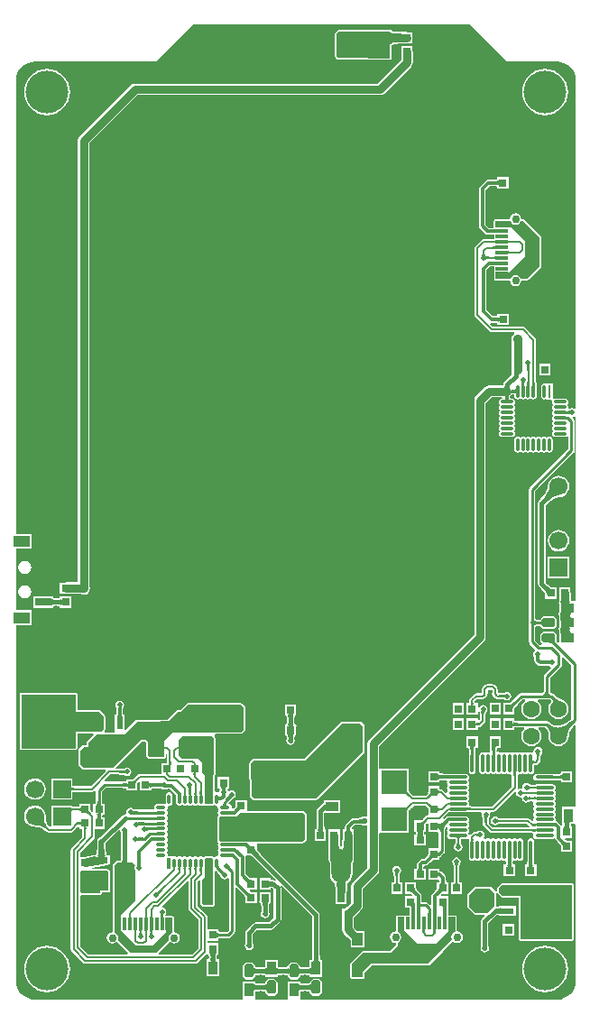
<source format=gtl>
G04*
G04 #@! TF.GenerationSoftware,Altium Limited,Altium Designer,19.0.10 (269)*
G04*
G04 Layer_Physical_Order=1*
G04 Layer_Color=255*
%FSLAX25Y25*%
%MOIN*%
G70*
G01*
G75*
%ADD17C,0.00800*%
%ADD18C,0.01500*%
%ADD20R,0.02362X0.05118*%
%ADD21R,0.03000X0.03000*%
%ADD22R,0.03000X0.03000*%
%ADD23R,0.05500X0.06200*%
%ADD24R,0.17717X0.06890*%
%ADD25R,0.05000X0.03500*%
G04:AMPARAMS|DCode=26|XSize=50mil|YSize=35mil|CornerRadius=0mil|HoleSize=0mil|Usage=FLASHONLY|Rotation=180.000|XOffset=0mil|YOffset=0mil|HoleType=Round|Shape=Octagon|*
%AMOCTAGOND26*
4,1,8,-0.02500,0.00875,-0.02500,-0.00875,-0.01625,-0.01750,0.01625,-0.01750,0.02500,-0.00875,0.02500,0.00875,0.01625,0.01750,-0.01625,0.01750,-0.02500,0.00875,0.0*
%
%ADD26OCTAGOND26*%

%ADD27R,0.05906X0.05906*%
%ADD28R,0.05906X0.05906*%
G04:AMPARAMS|DCode=29|XSize=50mil|YSize=35mil|CornerRadius=0mil|HoleSize=0mil|Usage=FLASHONLY|Rotation=270.000|XOffset=0mil|YOffset=0mil|HoleType=Round|Shape=Octagon|*
%AMOCTAGOND29*
4,1,8,-0.00875,-0.02500,0.00875,-0.02500,0.01750,-0.01625,0.01750,0.01625,0.00875,0.02500,-0.00875,0.02500,-0.01750,0.01625,-0.01750,-0.01625,-0.00875,-0.02500,0.0*
%
%ADD29OCTAGOND29*%

%ADD30R,0.03500X0.05000*%
%ADD31O,0.07087X0.01181*%
%ADD32O,0.01181X0.07087*%
%ADD33R,0.05906X0.04331*%
%ADD34R,0.05906X0.03150*%
%ADD35R,0.08000X0.10000*%
G04:AMPARAMS|DCode=36|XSize=80mil|YSize=100mil|CornerRadius=0mil|HoleSize=0mil|Usage=FLASHONLY|Rotation=180.000|XOffset=0mil|YOffset=0mil|HoleType=Round|Shape=Octagon|*
%AMOCTAGOND36*
4,1,8,0.02000,-0.05000,-0.02000,-0.05000,-0.04000,-0.03000,-0.04000,0.03000,-0.02000,0.05000,0.02000,0.05000,0.04000,0.03000,0.04000,-0.03000,0.02000,-0.05000,0.0*
%
%ADD36OCTAGOND36*%

%ADD37R,0.03937X0.03937*%
%ADD38O,0.03937X0.01181*%
%ADD39O,0.01181X0.03937*%
%ADD40R,0.01181X0.03937*%
%ADD41R,0.05118X0.02362*%
%ADD42R,0.09449X0.08661*%
%ADD43R,0.01181X0.04528*%
%ADD44R,0.01181X0.04528*%
%ADD45R,0.01180X0.04520*%
%ADD46R,0.01180X0.04520*%
%ADD47R,0.01102X0.04724*%
%ADD48O,0.01102X0.04724*%
%ADD49O,0.04724X0.01102*%
%ADD50R,0.03937X0.04921*%
%ADD51R,0.04528X0.01181*%
%ADD52R,0.04528X0.01181*%
%ADD53R,0.04520X0.01180*%
%ADD54R,0.04520X0.01180*%
%ADD55O,0.07087X0.12500*%
%ADD56R,0.02600X0.04724*%
%ADD57R,0.02600X0.08268*%
%ADD109C,0.03000*%
%ADD110C,0.01200*%
%ADD111C,0.01100*%
%ADD112C,0.02000*%
%ADD113C,0.06299*%
%ADD114R,0.06299X0.06299*%
%ADD115C,0.06693*%
%ADD116R,0.06693X0.06693*%
%ADD117R,0.06693X0.06693*%
%ADD118R,0.06299X0.06299*%
%ADD119C,0.02953*%
%ADD120O,0.04724X0.07874*%
%ADD121O,0.04724X0.09055*%
%ADD122O,0.07874X0.04724*%
%ADD123O,0.09055X0.04724*%
%ADD124C,0.01968*%
%ADD125C,0.02165*%
%ADD126C,0.03500*%
%ADD127C,0.15748*%
G36*
X365099Y463301D02*
X365397Y463102D01*
X365748Y463033D01*
X383957D01*
X383961Y463033D01*
X385314Y462900D01*
X386619Y462504D01*
X387822Y461861D01*
X388876Y460996D01*
X389742Y459942D01*
X390385Y458739D01*
X390780Y457434D01*
X390914Y456080D01*
X390913Y456076D01*
Y334835D01*
X390413Y334605D01*
X390067Y334836D01*
X389449Y334959D01*
X388831Y334836D01*
X388528Y334633D01*
X388520Y334634D01*
X388509Y334631D01*
X388384Y334624D01*
X388036Y335104D01*
X388077Y335312D01*
X387988Y335761D01*
X387734Y336142D01*
Y336451D01*
X387988Y336831D01*
X388077Y337281D01*
X387988Y337730D01*
X387734Y338110D01*
X387353Y338365D01*
X386904Y338454D01*
X383281D01*
X382832Y338365D01*
X382807Y338348D01*
X382307Y338615D01*
Y344180D01*
X380004D01*
X380004Y344180D01*
X379504Y344139D01*
X379187Y344202D01*
X378738Y344113D01*
X378357Y343859D01*
X378103Y343478D01*
X378013Y343028D01*
Y339406D01*
X378103Y338957D01*
X378357Y338577D01*
X378738Y338322D01*
X379187Y338233D01*
X379504Y338296D01*
X380004Y338255D01*
X380004Y338255D01*
X380004Y338255D01*
X381947D01*
X382214Y337755D01*
X382197Y337730D01*
X382108Y337281D01*
X382197Y336831D01*
X382452Y336451D01*
Y336142D01*
X382197Y335761D01*
X382108Y335312D01*
X382197Y334863D01*
X382452Y334482D01*
Y334173D01*
X382197Y333793D01*
X382108Y333344D01*
X382197Y332894D01*
X382452Y332514D01*
Y332205D01*
X382197Y331824D01*
X382108Y331375D01*
X382197Y330926D01*
X382452Y330545D01*
Y330236D01*
X382197Y329856D01*
X382108Y329406D01*
X382197Y328957D01*
X382452Y328577D01*
Y328268D01*
X382197Y327887D01*
X382108Y327438D01*
X382197Y326989D01*
X382452Y326608D01*
Y326299D01*
X382197Y325919D01*
X382108Y325469D01*
X382197Y325020D01*
X382452Y324640D01*
X382832Y324385D01*
X383281Y324296D01*
X386904D01*
X387353Y324385D01*
X387540Y324510D01*
X388040Y324267D01*
Y319856D01*
X373895Y305711D01*
X373641Y305331D01*
X373552Y304882D01*
Y255774D01*
X373538Y255752D01*
X373552Y255680D01*
Y255570D01*
X373538Y255498D01*
X373552Y255476D01*
Y248740D01*
X373641Y248291D01*
X373895Y247911D01*
X375879Y245927D01*
X375812Y245288D01*
X375617Y245158D01*
X375267Y244634D01*
X375144Y244016D01*
X375267Y243398D01*
X375455Y243117D01*
X375509Y242136D01*
X375510Y241900D01*
X375560Y241780D01*
X375629Y241434D01*
X375894Y241037D01*
X376773Y240159D01*
X377170Y239893D01*
X377638Y239800D01*
X379228D01*
X379288Y239774D01*
X380763Y239750D01*
X381063Y239730D01*
X381128Y239721D01*
X381153Y239716D01*
X381429Y239531D01*
X381507Y239516D01*
X381672Y238973D01*
X379371Y236673D01*
X379117Y236292D01*
X379028Y235843D01*
Y230742D01*
X379001Y230684D01*
X378991Y230397D01*
X378965Y230176D01*
X378926Y230000D01*
X378880Y229872D01*
X378834Y229787D01*
X378794Y229738D01*
X378758Y229709D01*
X378716Y229688D01*
X378650Y229670D01*
X378499Y229658D01*
X378463Y229640D01*
X378423Y229648D01*
X378402Y229634D01*
X370653D01*
X370205Y229544D01*
X369824Y229290D01*
X367671Y227136D01*
X367607Y227111D01*
X367318Y226829D01*
X366817Y226386D01*
X366622Y226237D01*
X366459Y226128D01*
X366391Y226092D01*
X366178D01*
X366116Y226117D01*
X366055Y226092D01*
X366040D01*
X365980Y226102D01*
X365964Y226092D01*
X364084D01*
Y221891D01*
X368284D01*
Y223772D01*
X368295Y223788D01*
X368284Y223848D01*
Y223862D01*
X368309Y223924D01*
X368284Y223985D01*
Y224199D01*
X368320Y224267D01*
X368420Y224416D01*
X369026Y225131D01*
X369304Y225415D01*
X369329Y225478D01*
X371139Y227289D01*
X371968D01*
X372137Y226788D01*
X371826Y226549D01*
X371225Y225766D01*
X370847Y224854D01*
X370718Y223875D01*
X370847Y222896D01*
X371225Y221984D01*
X371826Y221201D01*
X372609Y220600D01*
X373521Y220222D01*
X374500Y220093D01*
X375479Y220222D01*
X376391Y220600D01*
X377174Y221201D01*
X377775Y221984D01*
X378153Y222896D01*
X378282Y223875D01*
X378153Y224854D01*
X377775Y225766D01*
X377174Y226549D01*
X376863Y226788D01*
X377032Y227289D01*
X380052D01*
X380073Y227274D01*
X380145Y227289D01*
X380256D01*
X380328Y227274D01*
X380349Y227289D01*
X381387D01*
X381508Y227150D01*
X381655Y226955D01*
X381759Y226792D01*
X381821Y226666D01*
X381846Y226591D01*
X381831Y226573D01*
X381823Y226546D01*
X381225Y225766D01*
X380847Y224854D01*
X380718Y223875D01*
X380847Y222896D01*
X381225Y221984D01*
X381826Y221201D01*
X382609Y220600D01*
X383521Y220222D01*
X384500Y220093D01*
X385479Y220222D01*
X386391Y220600D01*
X387174Y221201D01*
X387775Y221984D01*
X388153Y222896D01*
X388282Y223875D01*
X388153Y224854D01*
X387775Y225766D01*
X387174Y226549D01*
X386391Y227150D01*
X385479Y227528D01*
X385209Y227564D01*
X385197Y227578D01*
X385110Y227585D01*
X385039Y227634D01*
X384906Y227662D01*
X384784Y227706D01*
X384635Y227779D01*
X384209Y228050D01*
X383982Y228221D01*
X383103Y228994D01*
X382776Y229314D01*
X382651Y229364D01*
X382381Y229544D01*
X382027Y229615D01*
X381978Y229648D01*
X381938Y229640D01*
X381902Y229658D01*
X381751Y229670D01*
X381685Y229688D01*
X381643Y229709D01*
X381607Y229738D01*
X381567Y229787D01*
X381521Y229872D01*
X381474Y230000D01*
X381435Y230176D01*
X381410Y230397D01*
X381399Y230684D01*
X381373Y230742D01*
Y235358D01*
X385404Y239389D01*
X385659Y239770D01*
X385748Y240218D01*
Y242760D01*
X386210Y242951D01*
X389208Y239953D01*
Y220294D01*
X388963Y220059D01*
X388402Y219572D01*
X387850Y219141D01*
X387308Y218767D01*
X386776Y218449D01*
X386255Y218187D01*
X385745Y217979D01*
X385246Y217824D01*
X384758Y217721D01*
X384245Y217665D01*
X384146Y217610D01*
X384049Y217598D01*
X383972Y217630D01*
X383941Y217617D01*
X383909Y217626D01*
X383642Y217600D01*
X383411Y217610D01*
X383165Y217653D01*
X382901Y217732D01*
X382619Y217851D01*
X382320Y218011D01*
X382004Y218215D01*
X381674Y218464D01*
X381330Y218759D01*
X380962Y219109D01*
X380837Y219157D01*
X380574Y219333D01*
X380125Y219422D01*
X369403D01*
X369346Y219449D01*
X368771Y219470D01*
X368567Y219492D01*
X368400Y219522D01*
X368284Y219553D01*
Y220350D01*
X364084D01*
Y216150D01*
X368284D01*
Y216946D01*
X368400Y216977D01*
X368558Y217005D01*
X369039Y217045D01*
X369333Y217050D01*
X369395Y217077D01*
X371736D01*
X371897Y216604D01*
X371826Y216549D01*
X371225Y215766D01*
X370847Y214854D01*
X370718Y213875D01*
X370847Y212896D01*
X371225Y211984D01*
X371826Y211201D01*
X372609Y210600D01*
X373521Y210222D01*
X374500Y210093D01*
X375479Y210222D01*
X376391Y210600D01*
X377174Y211201D01*
X377775Y211984D01*
X378153Y212896D01*
X378282Y213875D01*
X378153Y214854D01*
X377775Y215766D01*
X377174Y216549D01*
X377103Y216604D01*
X377264Y217077D01*
X379586D01*
X379616Y217045D01*
X379911Y216701D01*
X380159Y216371D01*
X380364Y216055D01*
X380524Y215756D01*
X380643Y215474D01*
X380722Y215211D01*
X380765Y214964D01*
X380775Y214733D01*
X380749Y214466D01*
X380758Y214434D01*
X380746Y214403D01*
X380777Y214326D01*
X380718Y213875D01*
X380847Y212896D01*
X381225Y211984D01*
X381826Y211201D01*
X382609Y210600D01*
X383521Y210222D01*
X384500Y210093D01*
X385479Y210222D01*
X386391Y210600D01*
X387174Y211201D01*
X387775Y211984D01*
X388153Y212896D01*
X388235Y213521D01*
X388290Y213620D01*
X388346Y214133D01*
X388449Y214621D01*
X388604Y215120D01*
X388812Y215630D01*
X389074Y216151D01*
X389392Y216683D01*
X389761Y217218D01*
X390413Y218009D01*
X390913Y217829D01*
Y187960D01*
X390574Y187601D01*
X390413Y187601D01*
X385874D01*
Y182101D01*
X385837Y182009D01*
X385874Y181920D01*
Y181401D01*
X385874D01*
X385954Y181146D01*
X385860Y180974D01*
X385567Y180879D01*
X385329Y180850D01*
X384338Y181841D01*
X383941Y182106D01*
X383763Y182142D01*
X383685Y182215D01*
X383440Y182641D01*
X383436Y182699D01*
X383487Y182954D01*
X383394Y183418D01*
X383131Y183812D01*
Y184064D01*
X383394Y184458D01*
X383487Y184922D01*
X383394Y185387D01*
X383292Y185539D01*
X383172Y185907D01*
X383292Y186274D01*
X383394Y186426D01*
X383487Y186891D01*
X383394Y187355D01*
X383131Y187749D01*
Y188001D01*
X383394Y188395D01*
X383487Y188859D01*
X383394Y189324D01*
X383131Y189718D01*
Y189969D01*
X383394Y190363D01*
X383487Y190828D01*
X383394Y191292D01*
X383292Y191445D01*
X383172Y191812D01*
X383292Y192180D01*
X383394Y192332D01*
X383487Y192796D01*
X383394Y193261D01*
X383131Y193655D01*
Y193906D01*
X383394Y194300D01*
X383487Y194765D01*
X383394Y195229D01*
X383131Y195623D01*
X382737Y195886D01*
X382273Y195979D01*
X376367D01*
X376183Y195942D01*
X376141Y195959D01*
X376023Y195910D01*
X375968Y195899D01*
X375899Y195905D01*
X375860Y195893D01*
X375848Y195891D01*
X375075Y195842D01*
X374617Y195860D01*
X374161Y195905D01*
X374001Y195932D01*
X373879Y195961D01*
X373808Y195985D01*
X373797Y195991D01*
X373772Y196010D01*
X373739Y196019D01*
X373738Y196019D01*
X373737Y196019D01*
X373687Y196033D01*
X373295Y196295D01*
X372676Y196418D01*
X372058Y196295D01*
X371534Y195945D01*
X371184Y195421D01*
X371061Y194803D01*
X371067Y194772D01*
X370642Y194346D01*
X370394Y194396D01*
X369776Y194273D01*
X369660Y194196D01*
X369457Y194314D01*
X369255Y194527D01*
X369316Y194832D01*
Y199161D01*
X369346Y199230D01*
X369349Y199446D01*
X369761Y199719D01*
X369856Y199735D01*
X370265Y199653D01*
X370729Y199746D01*
X371123Y200009D01*
X371375D01*
X371769Y199746D01*
X372233Y199653D01*
X372698Y199746D01*
X373092Y200009D01*
X373343D01*
X373737Y199746D01*
X374202Y199653D01*
X374666Y199746D01*
X375060Y200009D01*
X375323Y200403D01*
X375416Y200867D01*
Y203089D01*
X375457Y203096D01*
X375794Y203124D01*
X376003Y203128D01*
X376075Y203159D01*
X376457Y203235D01*
X376788Y203456D01*
X377571Y204240D01*
X377792Y204571D01*
X377870Y204961D01*
Y205206D01*
X377900Y205277D01*
X377903Y205627D01*
X377925Y206222D01*
X377969Y206680D01*
X377995Y206841D01*
X378023Y206963D01*
X378045Y207033D01*
X378050Y207043D01*
X378066Y207065D01*
X378074Y207094D01*
X378078Y207102D01*
X378078Y207111D01*
X378089Y207152D01*
X378343Y207532D01*
X378466Y208150D01*
X378343Y208768D01*
X377993Y209292D01*
X377468Y209642D01*
X376850Y209765D01*
X376232Y209642D01*
X375708Y209292D01*
X375358Y208768D01*
X375235Y208150D01*
X375243Y208110D01*
X374793Y207809D01*
X374666Y207894D01*
X374202Y207986D01*
X373737Y207894D01*
X373343Y207631D01*
X373092D01*
X372698Y207894D01*
X372233Y207986D01*
X371769Y207894D01*
X371375Y207631D01*
X371123D01*
X370729Y207894D01*
X370265Y207986D01*
X369800Y207894D01*
X369406Y207631D01*
X369155D01*
X368761Y207894D01*
X368296Y207986D01*
X367832Y207894D01*
X367438Y207631D01*
X367186D01*
X366792Y207894D01*
X366328Y207986D01*
X365863Y207894D01*
X365469Y207631D01*
X365218D01*
X364824Y207894D01*
X364359Y207986D01*
X363895Y207894D01*
X363501Y207631D01*
X363249D01*
X362855Y207894D01*
X362391Y207986D01*
X362110Y207931D01*
X361610Y208239D01*
Y208281D01*
X361637Y208339D01*
X361658Y208909D01*
X361680Y209111D01*
X361710Y209276D01*
X361741Y209392D01*
X361745Y209401D01*
X363248D01*
Y213601D01*
X359048D01*
Y210103D01*
X359011Y210013D01*
X359048Y209922D01*
Y209401D01*
X359180D01*
X359236Y208650D01*
X359238Y208358D01*
X359265Y208295D01*
Y208218D01*
X358765Y207925D01*
X358454Y207986D01*
X357989Y207894D01*
X357595Y207631D01*
X357344D01*
X356950Y207894D01*
X356485Y207986D01*
X356021Y207894D01*
X355627Y207631D01*
X355364Y207237D01*
X355271Y206773D01*
Y200867D01*
X355364Y200403D01*
X355627Y200009D01*
X356021Y199746D01*
X356485Y199653D01*
X356950Y199746D01*
X357344Y200009D01*
X357595D01*
X357989Y199746D01*
X358454Y199653D01*
X358918Y199746D01*
X359312Y200009D01*
X359564D01*
X359958Y199746D01*
X360422Y199653D01*
X360887Y199746D01*
X361281Y200009D01*
X361532D01*
X361926Y199746D01*
X362391Y199653D01*
X362855Y199746D01*
X363249Y200009D01*
X363501D01*
X363895Y199746D01*
X364359Y199653D01*
X364824Y199746D01*
X365218Y200009D01*
X365469D01*
X365863Y199746D01*
X366328Y199653D01*
X366727Y199733D01*
X366863Y199699D01*
X367245Y199447D01*
X367246Y199445D01*
X367247Y199234D01*
X367277Y199164D01*
Y195254D01*
X359933Y187910D01*
X352089D01*
X352020Y187940D01*
X351804Y187943D01*
X351531Y188355D01*
X351515Y188450D01*
X351597Y188859D01*
X351504Y189324D01*
X351241Y189718D01*
Y189969D01*
X351504Y190363D01*
X351597Y190828D01*
X351504Y191292D01*
X351403Y191445D01*
X351282Y191812D01*
X351403Y192180D01*
X351504Y192332D01*
X351597Y192796D01*
X351504Y193261D01*
X351241Y193655D01*
Y193906D01*
X351504Y194300D01*
X351597Y194765D01*
X351504Y195229D01*
X351403Y195381D01*
X351282Y195749D01*
X351403Y196117D01*
X351504Y196269D01*
X351597Y196733D01*
X351504Y197198D01*
X351241Y197592D01*
Y197843D01*
X351504Y198237D01*
X351597Y198702D01*
X351504Y199166D01*
X351241Y199560D01*
X350847Y199823D01*
X350383Y199916D01*
X347479D01*
X347430Y199925D01*
X341775D01*
X341720Y199951D01*
X341091Y199974D01*
X340864Y199999D01*
X340678Y200032D01*
X340544Y200068D01*
X340508Y200083D01*
Y200802D01*
X336308D01*
Y196602D01*
X340508D01*
Y197320D01*
X340544Y197335D01*
X340678Y197371D01*
X340855Y197403D01*
X341384Y197447D01*
X341707Y197452D01*
X341766Y197478D01*
X342988D01*
X343312Y196978D01*
X343264Y196733D01*
X343356Y196269D01*
X343458Y196117D01*
X343578Y195749D01*
X343458Y195381D01*
X343356Y195229D01*
X343264Y194765D01*
X343356Y194300D01*
X343619Y193906D01*
Y193655D01*
X343356Y193261D01*
X343320Y193081D01*
X342778Y192916D01*
X341796Y193898D01*
X341465Y194119D01*
X341230Y194166D01*
X341098Y194226D01*
X340692Y194241D01*
X340558Y194255D01*
X340507Y194264D01*
Y195277D01*
X336307D01*
Y192989D01*
X336283Y192954D01*
X336296Y192885D01*
X336269Y192821D01*
X336307Y192730D01*
Y192691D01*
X336289Y192658D01*
X336228Y192566D01*
X335802Y192061D01*
X335605Y191859D01*
X335577Y191789D01*
X335485Y191697D01*
X330779D01*
X329961Y192515D01*
X329933Y192585D01*
X329731Y192792D01*
X329414Y193150D01*
X329312Y193282D01*
X329241Y193389D01*
X329231Y193407D01*
Y193484D01*
X329257Y193546D01*
X329231Y193607D01*
Y193624D01*
X329242Y193683D01*
X329231Y193698D01*
Y201664D01*
X318704D01*
X318583Y201664D01*
X318204Y201957D01*
Y210058D01*
X356947Y248801D01*
X357411Y249496D01*
X357574Y250315D01*
Y336905D01*
X359758Y339089D01*
X363452D01*
X363479Y339072D01*
X363733Y338589D01*
X363640Y338454D01*
X363597D01*
X363147Y338365D01*
X362767Y338110D01*
X362512Y337730D01*
X362423Y337281D01*
X362512Y336831D01*
X362767Y336451D01*
Y336142D01*
X362512Y335761D01*
X362423Y335312D01*
X362512Y334863D01*
X362767Y334482D01*
Y334173D01*
X362512Y333793D01*
X362423Y333344D01*
X362512Y332894D01*
X362767Y332514D01*
Y332205D01*
X362512Y331824D01*
X362423Y331375D01*
X362512Y330926D01*
X362767Y330545D01*
Y330236D01*
X362512Y329856D01*
X362423Y329406D01*
X362512Y328957D01*
X362767Y328576D01*
Y328268D01*
X362512Y327887D01*
X362423Y327438D01*
X362512Y326989D01*
X362767Y326608D01*
Y326299D01*
X362512Y325919D01*
X362423Y325469D01*
X362512Y325020D01*
X362767Y324640D01*
X363147Y324385D01*
X363597Y324296D01*
X367218D01*
X367668Y324385D01*
X368049Y324640D01*
X368303Y325020D01*
X368392Y325469D01*
X368303Y325919D01*
X368049Y326299D01*
Y326608D01*
X368303Y326989D01*
X368392Y327438D01*
X368303Y327887D01*
X368049Y328268D01*
Y328576D01*
X368303Y328957D01*
X368392Y329406D01*
X368303Y329856D01*
X368049Y330236D01*
Y330545D01*
X368303Y330926D01*
X368392Y331375D01*
X368303Y331824D01*
X368049Y332205D01*
Y332514D01*
X368303Y332894D01*
X368392Y333344D01*
X368303Y333793D01*
X368049Y334173D01*
Y334482D01*
X368303Y334863D01*
X368392Y335312D01*
X368303Y335761D01*
X368049Y336142D01*
Y336451D01*
X368303Y336831D01*
X368392Y337281D01*
X368303Y337730D01*
X368049Y338110D01*
X367668Y338365D01*
X367218Y338454D01*
X366708D01*
X366680Y338559D01*
X366652Y338717D01*
X366612Y339197D01*
X366607Y339492D01*
X366602Y339503D01*
X366921Y339716D01*
X367095Y339976D01*
X367122Y339982D01*
X367343Y340008D01*
X367370Y340009D01*
X367695Y339997D01*
X367900Y339975D01*
X368066Y339945D01*
X368171Y339917D01*
Y339406D01*
X368260Y338957D01*
X368514Y338577D01*
X368895Y338322D01*
X369344Y338233D01*
X369794Y338322D01*
X369972Y338441D01*
X370329Y338536D01*
X370685Y338441D01*
X370864Y338322D01*
X371313Y338233D01*
X371762Y338322D01*
X372143Y338577D01*
X372452D01*
X372832Y338322D01*
X373282Y338233D01*
X373731Y338322D01*
X374111Y338577D01*
X374420D01*
X374801Y338322D01*
X375250Y338233D01*
X375699Y338322D01*
X376080Y338577D01*
X376334Y338957D01*
X376424Y339406D01*
Y343028D01*
X376390Y343197D01*
X376407Y343239D01*
X376363Y343345D01*
X376373Y343374D01*
X376316Y344367D01*
X376315Y344579D01*
X376285Y344651D01*
Y360167D01*
X376208Y360558D01*
X375987Y360888D01*
X372059Y364815D01*
X371729Y365037D01*
X371339Y365114D01*
X360160D01*
X359105Y366169D01*
X359386Y366595D01*
X359730Y366527D01*
X360589D01*
X360645Y366501D01*
X361274Y366478D01*
X361500Y366453D01*
X361686Y366420D01*
X361820Y366384D01*
X361857Y366369D01*
Y365650D01*
X366057D01*
Y369850D01*
X361857D01*
Y369132D01*
X361820Y369117D01*
X361686Y369081D01*
X361509Y369049D01*
X360981Y369005D01*
X360658Y369000D01*
X360598Y368974D01*
X360237D01*
X357873Y371337D01*
Y386064D01*
X359134Y387325D01*
X360678D01*
Y385389D01*
X360678Y385389D01*
X360679Y384890D01*
X360623Y383216D01*
X360625Y383210D01*
X360623Y383205D01*
X360689Y383035D01*
Y382240D01*
X361483D01*
X361609Y382185D01*
X361614Y382187D01*
X361619Y382185D01*
X366461Y382185D01*
X366538Y382091D01*
X366700Y381281D01*
X367159Y380594D01*
X367845Y380136D01*
X368655Y379974D01*
X369466Y380136D01*
X370152Y380594D01*
X370611Y381281D01*
X370773Y382091D01*
X370849Y382185D01*
X372835Y382185D01*
X373294Y382375D01*
X378018Y387100D01*
X378208Y387559D01*
X378208Y398031D01*
X378018Y398491D01*
X371955Y404554D01*
X371496Y404744D01*
X370858D01*
X370773Y404847D01*
X370611Y405658D01*
X370152Y406345D01*
X369466Y406803D01*
X368655Y406965D01*
X367845Y406803D01*
X367159Y406345D01*
X366700Y405658D01*
X366538Y404847D01*
X366453Y404744D01*
X361260D01*
X361154Y404700D01*
X360673D01*
Y404246D01*
X360610Y404095D01*
Y401732D01*
X360517Y401592D01*
X358760D01*
X357523Y402830D01*
Y415556D01*
X358993Y417026D01*
X360573D01*
X360629Y417001D01*
X361257Y416978D01*
X361484Y416953D01*
X361670Y416919D01*
X361804Y416883D01*
X361841Y416868D01*
Y416150D01*
X366041D01*
Y420350D01*
X361841D01*
Y419631D01*
X361804Y419616D01*
X361670Y419580D01*
X361493Y419548D01*
X360964Y419505D01*
X360641Y419499D01*
X360582Y419473D01*
X358486D01*
X358018Y419380D01*
X357621Y419115D01*
X355434Y416928D01*
X355169Y416531D01*
X355076Y416063D01*
Y402323D01*
X355169Y401855D01*
X355434Y401458D01*
X357388Y399504D01*
X357785Y399239D01*
X358253Y399145D01*
X360678D01*
Y397613D01*
X360674D01*
Y397490D01*
X360289Y397464D01*
X360080Y397463D01*
X360010Y397433D01*
X356886D01*
X356495Y397355D01*
X356165Y397134D01*
X353689Y394658D01*
X353467Y394327D01*
X353390Y393937D01*
Y369423D01*
X353467Y369033D01*
X353689Y368702D01*
X359017Y363373D01*
X359348Y363153D01*
X359738Y363075D01*
X368068D01*
X368131Y362990D01*
X368014Y362311D01*
X367681Y362088D01*
X367161Y361311D01*
X366979Y360394D01*
X367161Y359477D01*
X367234Y359368D01*
Y354391D01*
Y349250D01*
X367275Y349043D01*
Y347489D01*
X364434Y344649D01*
X364136Y344202D01*
X364055Y343797D01*
X364008Y343691D01*
X364004Y343522D01*
X363993Y343377D01*
X363992Y343372D01*
X358871D01*
X358052Y343209D01*
X357357Y342744D01*
X353919Y339306D01*
X353455Y338612D01*
X353292Y337792D01*
Y251202D01*
X314549Y212459D01*
X314085Y211764D01*
X313922Y210945D01*
X313922Y184216D01*
X313481Y183980D01*
X313412Y184026D01*
X312756Y184157D01*
X312099Y184026D01*
X311598Y183691D01*
X311596Y183691D01*
X311570Y183678D01*
X311544Y183671D01*
X311529Y183659D01*
X311528Y183658D01*
X311454Y183635D01*
X311346Y183611D01*
X309963Y183509D01*
X309586Y183506D01*
X309524Y183480D01*
X309520D01*
X309456Y183492D01*
X309439Y183480D01*
X308704D01*
X308236Y183387D01*
X307839Y183121D01*
X305937Y181219D01*
X305671Y180822D01*
X305607Y180498D01*
X305553Y180382D01*
X305531Y179865D01*
X305506Y179655D01*
X305472Y179455D01*
X305450Y179362D01*
X304702D01*
Y177469D01*
X304661Y177262D01*
Y176196D01*
X304653Y176178D01*
X304593Y174286D01*
X304523Y173568D01*
X304462Y173201D01*
X303955Y173202D01*
X303891Y173587D01*
X303775Y175197D01*
X303760Y176203D01*
X303752Y176222D01*
Y177262D01*
X303711Y177469D01*
Y179362D01*
X301817D01*
X301611Y179404D01*
X301404Y179362D01*
X299511D01*
Y177469D01*
X299469Y177262D01*
Y175306D01*
X299461Y175285D01*
X299469Y174630D01*
Y168148D01*
X299632Y167328D01*
X299968Y166826D01*
Y162904D01*
X300110Y161823D01*
X300528Y160815D01*
X301192Y159949D01*
X301777Y159501D01*
X301790Y159469D01*
X301821Y159456D01*
X301825Y159444D01*
X301859Y159291D01*
X301994Y157129D01*
X301998Y156496D01*
X302015Y156455D01*
X302169Y155681D01*
X302247Y155564D01*
Y151766D01*
X306047D01*
Y155564D01*
X306125Y155681D01*
X306277Y156442D01*
X306296Y156487D01*
X306332Y158217D01*
X306393Y159001D01*
X306430Y159266D01*
X306469Y159444D01*
X306473Y159456D01*
X306505Y159469D01*
X306518Y159501D01*
X307102Y159949D01*
X307766Y160815D01*
X308184Y161823D01*
X308326Y162904D01*
Y166767D01*
X308780Y167446D01*
X308943Y168266D01*
Y173538D01*
X308943Y173540D01*
X308943Y173541D01*
Y173576D01*
X308945Y173580D01*
X308951Y175146D01*
X308943Y175167D01*
Y177262D01*
X308902Y177469D01*
Y179362D01*
X308154D01*
X308132Y179455D01*
X308099Y179647D01*
X308076Y179898D01*
X309211Y181033D01*
X309778D01*
X309840Y181007D01*
X311897Y180991D01*
X312099Y180856D01*
X312756Y180725D01*
X313412Y180856D01*
X313481Y180902D01*
X313922Y180666D01*
Y165218D01*
X308539Y159834D01*
X308074Y159140D01*
X307911Y158320D01*
Y154807D01*
Y152145D01*
X306965Y151217D01*
X305929Y150272D01*
X305723Y150105D01*
X305610Y150025D01*
X304605D01*
Y148132D01*
X304564Y147925D01*
Y142352D01*
X304727Y141532D01*
X305170Y140870D01*
X305185Y140832D01*
X305186Y140832D01*
X305186Y140832D01*
X306540Y139479D01*
X306541Y139478D01*
X306542Y139477D01*
X307681Y138347D01*
Y135747D01*
X312819D01*
Y141868D01*
X310217D01*
X309833Y142252D01*
X308846Y143246D01*
Y146731D01*
X310998Y149136D01*
X311574Y149715D01*
X311590Y149755D01*
X312031Y150414D01*
X312194Y151234D01*
Y154807D01*
Y157433D01*
X317577Y162817D01*
X318041Y163511D01*
X318204Y164331D01*
Y177729D01*
X318704Y178023D01*
X329231D01*
Y185973D01*
X329255Y186007D01*
X329242Y186076D01*
X329269Y186141D01*
X329231Y186231D01*
Y186270D01*
X329249Y186303D01*
X329310Y186396D01*
X329737Y186900D01*
X329933Y187102D01*
X329961Y187172D01*
X330988Y188199D01*
X335485D01*
X335577Y188106D01*
X335605Y188036D01*
X335808Y187828D01*
X336124Y187470D01*
X336226Y187338D01*
X336297Y187231D01*
X336307Y187214D01*
Y187136D01*
X336281Y187075D01*
X336307Y187013D01*
Y186997D01*
X336296Y186938D01*
X336307Y186922D01*
Y184618D01*
X335861Y184486D01*
X335856Y184485D01*
X335525Y184264D01*
X334678Y183417D01*
X334608Y183389D01*
X334400Y183186D01*
X334042Y182870D01*
X333910Y182768D01*
X333803Y182697D01*
X333785Y182687D01*
X333708D01*
X333647Y182713D01*
X333585Y182687D01*
X333569D01*
X333509Y182698D01*
X333494Y182687D01*
X331190D01*
Y179250D01*
X331161Y179202D01*
X331173Y179149D01*
X331153Y179099D01*
X331190Y179009D01*
Y178487D01*
X331652D01*
X331677Y178472D01*
X331692Y178447D01*
X331738Y178331D01*
X331787Y178148D01*
X331809Y178025D01*
X331788Y177902D01*
X331739Y177719D01*
X331692Y177603D01*
X331677Y177578D01*
X331652Y177563D01*
X331191D01*
Y177041D01*
X331153Y176951D01*
X331174Y176901D01*
X331161Y176848D01*
X331191Y176801D01*
Y173363D01*
X335391D01*
Y176801D01*
X335420Y176848D01*
X335407Y176901D01*
X335428Y176951D01*
X335391Y177041D01*
Y177563D01*
X334929D01*
X334904Y177579D01*
X334889Y177603D01*
X334842Y177719D01*
X334793Y177902D01*
X334771Y178025D01*
X334793Y178148D01*
X334842Y178331D01*
X334889Y178448D01*
X334903Y178472D01*
X334928Y178487D01*
X335390D01*
Y179009D01*
X335427Y179099D01*
X335407Y179149D01*
X335419Y179202D01*
X335390Y179250D01*
Y180791D01*
X335401Y180807D01*
X335390Y180866D01*
Y180883D01*
X335415Y180944D01*
X335390Y181005D01*
Y181083D01*
X335399Y181100D01*
X335462Y181194D01*
X335808Y181601D01*
X336155Y181518D01*
X336308Y181411D01*
Y178487D01*
X339758D01*
X340120Y178166D01*
X340123Y178161D01*
Y172350D01*
X336308D01*
Y170590D01*
X336283Y170552D01*
X336297Y170482D01*
X336271Y170417D01*
X336308Y170331D01*
Y170114D01*
X336259Y170022D01*
X336149Y169855D01*
X335486Y169072D01*
X335182Y168760D01*
X335179Y168753D01*
X335172Y168749D01*
X335151Y168692D01*
X334926Y168468D01*
X334173D01*
X333705Y168375D01*
X333308Y168109D01*
X332424Y167226D01*
X332159Y166829D01*
X332066Y166360D01*
Y166118D01*
X332041Y166062D01*
X332017Y165438D01*
X331992Y165214D01*
X331959Y165029D01*
X331923Y164897D01*
X331904Y164850D01*
X331189D01*
Y160650D01*
X335389D01*
Y164850D01*
X334675D01*
X334656Y164897D01*
X334620Y165029D01*
X334588Y165205D01*
X334558Y165571D01*
X334835Y165921D01*
X334985Y166021D01*
X335433D01*
X335901Y166114D01*
X336298Y166379D01*
X336919Y166999D01*
X336980Y167024D01*
X337293Y167329D01*
X337839Y167811D01*
X338053Y167974D01*
X338234Y168093D01*
X338340Y168150D01*
X338564D01*
X338659Y168112D01*
X338723Y168140D01*
X338792Y168128D01*
X338822Y168150D01*
X340508D01*
Y169073D01*
X340740Y169119D01*
X341137Y169385D01*
X341282Y169602D01*
X342125Y170445D01*
X342379Y170825D01*
X342469Y171274D01*
Y178556D01*
X342495Y178613D01*
X342507Y178914D01*
X342538Y179180D01*
X342591Y179438D01*
X342665Y179689D01*
X342760Y179935D01*
X342812Y180042D01*
X343237Y180160D01*
X343384Y180153D01*
X343494Y180064D01*
X343574Y179808D01*
X343356Y179481D01*
X343264Y179017D01*
X343356Y178552D01*
X343619Y178158D01*
Y177907D01*
X343356Y177513D01*
X343264Y177048D01*
X343356Y176584D01*
X343619Y176190D01*
X344013Y175927D01*
X344477Y175834D01*
X346287D01*
X346378Y175349D01*
X346378Y175279D01*
X346355Y174684D01*
X346311Y174226D01*
X346286Y174065D01*
X346258Y173943D01*
X346235Y173872D01*
X346231Y173863D01*
X346214Y173841D01*
X346207Y173812D01*
X346203Y173804D01*
X346202Y173795D01*
X346192Y173754D01*
X345938Y173374D01*
X345815Y172756D01*
X345938Y172138D01*
X346288Y171614D01*
X346812Y171264D01*
X347430Y171141D01*
X348048Y171264D01*
X348572Y171614D01*
X348922Y172138D01*
X349045Y172756D01*
X348922Y173374D01*
X348668Y173754D01*
X348658Y173795D01*
X348657Y173804D01*
X348654Y173812D01*
X348646Y173841D01*
X348629Y173863D01*
X348625Y173872D01*
X348602Y173943D01*
X348575Y174065D01*
X348550Y174215D01*
X348482Y175288D01*
X348482Y175316D01*
X348494Y175647D01*
X348509Y175784D01*
X348518Y175834D01*
X350383D01*
X350847Y175927D01*
X350990Y176022D01*
X351455Y175771D01*
X351476Y175745D01*
X351452Y175522D01*
X351441Y175455D01*
X351432Y175417D01*
X351427Y175409D01*
X351427Y175402D01*
X351417Y175373D01*
X351420Y175322D01*
X351418Y175304D01*
X351403Y175227D01*
X351354Y175109D01*
X351371Y175067D01*
X351334Y174883D01*
Y168977D01*
X351427Y168513D01*
X351690Y168119D01*
X352084Y167856D01*
X352548Y167763D01*
X353013Y167856D01*
X353407Y168119D01*
X353658D01*
X354052Y167856D01*
X354517Y167763D01*
X354981Y167856D01*
X355375Y168119D01*
X355627D01*
X356021Y167856D01*
X356485Y167763D01*
X356950Y167856D01*
X357344Y168119D01*
X357595D01*
X357989Y167856D01*
X358454Y167763D01*
X358918Y167856D01*
X359312Y168119D01*
X359564D01*
X359958Y167856D01*
X360422Y167763D01*
X360887Y167856D01*
X361281Y168119D01*
X361532D01*
X361926Y167856D01*
X362391Y167763D01*
X362855Y167856D01*
X363249Y168119D01*
X363501D01*
X363895Y167856D01*
X364359Y167763D01*
X364604Y167812D01*
X364768Y167749D01*
X364799Y167730D01*
X365027Y167514D01*
X365074Y167435D01*
X365056Y166938D01*
X365031Y166713D01*
X364998Y166529D01*
X364962Y166397D01*
X364943Y166350D01*
X364228D01*
Y162150D01*
X368428D01*
Y166350D01*
X367713D01*
X367694Y166397D01*
X367658Y166529D01*
X367626Y166704D01*
X367583Y167229D01*
X367579Y167435D01*
X367628Y167517D01*
X367855Y167732D01*
X367855Y167732D01*
X368051Y167812D01*
X368296Y167763D01*
X368761Y167856D01*
X369155Y168119D01*
X369406D01*
X369800Y167856D01*
X370265Y167763D01*
X370729Y167856D01*
X371123Y168119D01*
X371386Y168513D01*
X371479Y168977D01*
Y174883D01*
X371386Y175347D01*
X371123Y175741D01*
X370729Y176004D01*
X370265Y176097D01*
X369800Y176004D01*
X369406Y175741D01*
X369155D01*
X368761Y176004D01*
X368296Y176097D01*
X367832Y176004D01*
X367438Y175741D01*
X367186D01*
X366792Y176004D01*
X366328Y176097D01*
X365863Y176004D01*
X365469Y175741D01*
X365218D01*
X364824Y176004D01*
X364359Y176097D01*
X363895Y176004D01*
X363501Y175741D01*
X363249D01*
X362855Y176004D01*
X362391Y176097D01*
X361926Y176004D01*
X361532Y175741D01*
X361281D01*
X360887Y176004D01*
X360422Y176097D01*
X359958Y176004D01*
X359564Y175741D01*
X359312D01*
X358918Y176004D01*
X358454Y176097D01*
X357989Y176004D01*
X357595Y175741D01*
X357344D01*
X357066Y175927D01*
X356920Y176382D01*
X356908Y176522D01*
X357083Y176783D01*
X357206Y177402D01*
X357083Y178020D01*
X356733Y178544D01*
X356209Y178894D01*
X355591Y179017D01*
X354972Y178894D01*
X354544Y178608D01*
X354491Y178591D01*
X354487Y178590D01*
X354485Y178589D01*
X354464Y178582D01*
X354441Y178563D01*
X354411Y178550D01*
X354350Y178531D01*
X354262Y178510D01*
X354161Y178492D01*
X353655Y178454D01*
X353456Y178451D01*
X353320Y178392D01*
X353074Y178344D01*
X352744Y178122D01*
X352034Y177413D01*
X351568Y177501D01*
X351473Y177559D01*
X351241Y177907D01*
Y178158D01*
X351504Y178552D01*
X351597Y179017D01*
X351504Y179481D01*
X351241Y179875D01*
Y180127D01*
X351504Y180521D01*
X351597Y180985D01*
X351504Y181450D01*
X351403Y181602D01*
X351282Y181969D01*
X351403Y182337D01*
X351504Y182489D01*
X351597Y182954D01*
X351504Y183418D01*
X351241Y183812D01*
X350847Y184075D01*
X350383Y184168D01*
X347479D01*
X347430Y184177D01*
X343662D01*
X343194Y184084D01*
X342797Y183819D01*
X342128Y183149D01*
X342079Y183145D01*
X341855Y183628D01*
X344003Y185776D01*
X344013Y185769D01*
X344477Y185677D01*
X350383D01*
X350567Y185714D01*
X350609Y185696D01*
X350727Y185745D01*
X350802Y185760D01*
X350820Y185762D01*
X350871Y185758D01*
X350901Y185769D01*
X350908Y185769D01*
X350916Y185774D01*
X350955Y185783D01*
X351011Y185792D01*
X351805Y185840D01*
X352015Y185841D01*
X352086Y185871D01*
X355950D01*
X356217Y185371D01*
X356146Y185264D01*
X356023Y184646D01*
X356146Y184028D01*
X356399Y183647D01*
X356410Y183606D01*
X356410Y183598D01*
X356414Y183589D01*
X356422Y183561D01*
X356438Y183538D01*
X356443Y183529D01*
X356466Y183458D01*
X356493Y183336D01*
X356518Y183186D01*
X356586Y182114D01*
X356588Y181772D01*
X356618Y181702D01*
Y181051D01*
X356696Y180661D01*
X356917Y180330D01*
X358977Y178271D01*
X359307Y178050D01*
X359697Y177972D01*
X374688D01*
X374759Y177942D01*
X374931Y177941D01*
X375079Y177781D01*
X375105Y177740D01*
X375230Y177433D01*
X375153Y177048D01*
X375246Y176584D01*
X375509Y176190D01*
X375903Y175927D01*
X376367Y175834D01*
X382273D01*
X382737Y175927D01*
X382801Y175969D01*
X383356Y175739D01*
X383370Y175672D01*
X383635Y175275D01*
X384241Y174669D01*
X384265Y174608D01*
X384574Y174292D01*
X385059Y173742D01*
X385225Y173527D01*
X385345Y173345D01*
X385391Y173260D01*
Y173002D01*
X385366Y172940D01*
X385391Y172879D01*
Y172864D01*
X385380Y172804D01*
X385391Y172788D01*
Y171049D01*
X389591D01*
Y175249D01*
X387852D01*
X387836Y175260D01*
X387776Y175249D01*
X387761D01*
X387700Y175275D01*
X387639Y175249D01*
X387380D01*
X387295Y175295D01*
X387127Y175407D01*
X386820Y175667D01*
X387003Y176167D01*
X389591D01*
Y179605D01*
X389620Y179652D01*
X389608Y179705D01*
X389628Y179755D01*
X389591Y179846D01*
Y180367D01*
X389129D01*
X389104Y180383D01*
X389089Y180407D01*
X389043Y180524D01*
X388994Y180706D01*
X388963Y180883D01*
X388995Y181066D01*
X389045Y181249D01*
X389092Y181367D01*
X389107Y181391D01*
X389123Y181401D01*
X390413D01*
X390574Y181401D01*
X390913Y181041D01*
Y123399D01*
X390914Y123395D01*
X390780Y122042D01*
X390385Y120737D01*
X389742Y119534D01*
X388876Y118479D01*
X387822Y117614D01*
X386619Y116971D01*
X385314Y116575D01*
X383961Y116442D01*
X383957Y116443D01*
X289095D01*
X288992Y116900D01*
X288992Y116943D01*
Y119351D01*
X289014Y119385D01*
X289036Y119399D01*
X289152Y119446D01*
X289333Y119496D01*
X289567Y119538D01*
X290235Y119594D01*
X290642Y119601D01*
X290694Y119624D01*
X290840D01*
X290889Y119601D01*
X291680Y119572D01*
X291974Y119539D01*
X292218Y119496D01*
X292402Y119446D01*
X292519Y119398D01*
X292542Y119384D01*
X292551Y119370D01*
Y119075D01*
X293726Y117900D01*
X296076D01*
X297251Y119075D01*
Y122925D01*
X296076Y124100D01*
X293726D01*
X292551Y122925D01*
Y122630D01*
X292542Y122616D01*
X292519Y122601D01*
X292402Y122554D01*
X292218Y122504D01*
X291983Y122462D01*
X291310Y122406D01*
X290902Y122399D01*
X290849Y122376D01*
X290703D01*
X290654Y122399D01*
X289867Y122428D01*
X289575Y122460D01*
X289331Y122503D01*
X289148Y122552D01*
X289032Y122598D01*
X289008Y122613D01*
X288992Y122638D01*
Y123100D01*
X288471D01*
X288380Y123137D01*
X288330Y123117D01*
X288277Y123129D01*
X288230Y123100D01*
X284292D01*
Y116943D01*
X284292Y116900D01*
X284189Y116443D01*
X272578D01*
X272475Y116900D01*
X272475Y116943D01*
Y119351D01*
X272496Y119385D01*
X272518Y119399D01*
X272634Y119446D01*
X272816Y119496D01*
X273050Y119538D01*
X273718Y119594D01*
X274124Y119601D01*
X274177Y119624D01*
X274323D01*
X274372Y119601D01*
X275162Y119572D01*
X275456Y119539D01*
X275701Y119496D01*
X275884Y119446D01*
X276001Y119398D01*
X276025Y119384D01*
X276034Y119370D01*
Y119075D01*
X277209Y117900D01*
X279559D01*
X280734Y119075D01*
Y122925D01*
X279559Y124100D01*
X277209D01*
X276034Y122925D01*
Y122630D01*
X276025Y122616D01*
X276001Y122601D01*
X275885Y122554D01*
X275701Y122504D01*
X275465Y122462D01*
X274793Y122406D01*
X274384Y122399D01*
X274332Y122376D01*
X274186D01*
X274137Y122399D01*
X273350Y122428D01*
X273057Y122460D01*
X272814Y122503D01*
X272631Y122552D01*
X272515Y122598D01*
X272491Y122613D01*
X272475Y122638D01*
Y123100D01*
X271953D01*
X271863Y123137D01*
X271813Y123117D01*
X271760Y123129D01*
X271713Y123100D01*
X267775D01*
Y116943D01*
X267775Y116900D01*
X267672Y116443D01*
X191043D01*
X191040Y116442D01*
X189686Y116575D01*
X188381Y116971D01*
X187178Y117614D01*
X186124Y118479D01*
X185258Y119534D01*
X184615Y120737D01*
X184220Y122042D01*
X184086Y123395D01*
X184087Y123399D01*
Y254785D01*
X189819D01*
Y260315D01*
X184087D01*
Y282934D01*
X189819D01*
Y288465D01*
X184087D01*
Y456076D01*
X184086Y456080D01*
X184220Y457434D01*
X184615Y458739D01*
X185258Y459942D01*
X186124Y460996D01*
X187178Y461861D01*
X188381Y462504D01*
X189686Y462900D01*
X191040Y463033D01*
X191043Y463033D01*
X235335D01*
X235686Y463102D01*
X235983Y463301D01*
X249494Y476812D01*
X351588D01*
X365099Y463301D01*
D02*
G37*
G36*
X362465Y417050D02*
X362446Y417164D01*
X362392Y417266D01*
X362301Y417356D01*
X362175Y417434D01*
X362012Y417500D01*
X361812Y417554D01*
X361577Y417596D01*
X361305Y417626D01*
X360653Y417650D01*
Y418850D01*
X360997Y418856D01*
X361577Y418904D01*
X361812Y418946D01*
X362012Y419000D01*
X362175Y419066D01*
X362301Y419144D01*
X362392Y419234D01*
X362446Y419336D01*
X362465Y419450D01*
Y417050D01*
D02*
G37*
G36*
X377559Y398031D02*
X377559Y387559D01*
X372835Y382835D01*
X370625Y382835D01*
X370611Y382902D01*
X370152Y383589D01*
X369466Y384047D01*
X368655Y384209D01*
X367845Y384047D01*
X367159Y383589D01*
X366700Y382902D01*
X366686Y382835D01*
X361619Y382835D01*
X361272Y383194D01*
X361339Y385197D01*
X366457D01*
X372205Y390945D01*
X372205Y396693D01*
X367165Y401732D01*
X361260D01*
Y404095D01*
X366688D01*
X366700Y404037D01*
X367159Y403350D01*
X367845Y402892D01*
X368655Y402730D01*
X369466Y402892D01*
X370152Y403350D01*
X370611Y404037D01*
X370623Y404095D01*
X371496D01*
X377559Y398031D01*
D02*
G37*
G36*
X365801Y396967D02*
X365837Y396937D01*
X365897Y396910D01*
X365981Y396887D01*
X366089Y396867D01*
X366221Y396851D01*
X366557Y396830D01*
X366989Y396823D01*
Y396023D01*
X366761Y396021D01*
X366089Y395978D01*
X365981Y395958D01*
X365897Y395935D01*
X365837Y395908D01*
X365801Y395878D01*
X365789Y395844D01*
Y397001D01*
X365801Y396967D01*
D02*
G37*
G36*
X361286Y395844D02*
X361274Y395876D01*
X361238Y395905D01*
X361178Y395930D01*
X361094Y395952D01*
X360986Y395971D01*
X360854Y395986D01*
X360518Y396006D01*
X360086Y396013D01*
Y396813D01*
X360314Y396815D01*
X360986Y396860D01*
X361094Y396881D01*
X361178Y396905D01*
X361238Y396933D01*
X361274Y396965D01*
X361286Y397001D01*
Y395844D01*
D02*
G37*
G36*
X361292Y393875D02*
X360092Y393863D01*
Y394663D01*
X360320Y394667D01*
X360704Y394696D01*
X360860Y394722D01*
X360992Y394755D01*
X361100Y394796D01*
X361184Y394844D01*
X361244Y394899D01*
X361280Y394962D01*
X361292Y395032D01*
Y393875D01*
D02*
G37*
G36*
X365801Y393030D02*
X365837Y393000D01*
X365897Y392973D01*
X365981Y392950D01*
X366089Y392930D01*
X366221Y392914D01*
X366557Y392893D01*
X366989Y392886D01*
Y392086D01*
X366761Y392084D01*
X366089Y392041D01*
X365981Y392021D01*
X365897Y391998D01*
X365837Y391971D01*
X365801Y391941D01*
X365789Y391907D01*
Y393064D01*
X365801Y393030D01*
D02*
G37*
G36*
X361292Y389938D02*
X361280Y389972D01*
X361244Y390002D01*
X361184Y390029D01*
X361100Y390052D01*
X360992Y390072D01*
X360860Y390088D01*
X360524Y390109D01*
X360092Y390117D01*
Y390916D01*
X360320Y390918D01*
X360992Y390961D01*
X361100Y390981D01*
X361184Y391004D01*
X361244Y391031D01*
X361280Y391061D01*
X361292Y391095D01*
Y389938D01*
D02*
G37*
G36*
X357175Y392841D02*
X357225Y392063D01*
X357255Y391853D01*
X357291Y391668D01*
X357334Y391507D01*
X357384Y391372D01*
X357441Y391261D01*
X357486Y391199D01*
X357542Y391157D01*
X357649Y391106D01*
X357787Y391062D01*
X357957Y391023D01*
X358159Y390991D01*
X358656Y390943D01*
X359280Y390919D01*
X359639Y390916D01*
Y390117D01*
X359280Y390113D01*
X358159Y390042D01*
X357957Y390010D01*
X357787Y389971D01*
X357649Y389927D01*
X357542Y389876D01*
X357467Y389820D01*
Y391174D01*
X356040D01*
X356103Y391261D01*
X356159Y391372D01*
X356209Y391507D01*
X356252Y391668D01*
X356289Y391853D01*
X356318Y392063D01*
X356358Y392557D01*
X356372Y393150D01*
X357172D01*
X357175Y392841D01*
D02*
G37*
G36*
X362481Y366550D02*
X362463Y366664D01*
X362408Y366766D01*
X362318Y366856D01*
X362191Y366934D01*
X362028Y367000D01*
X361829Y367054D01*
X361593Y367096D01*
X361321Y367126D01*
X360669Y367150D01*
Y368350D01*
X361013Y368356D01*
X361593Y368404D01*
X361829Y368446D01*
X362028Y368500D01*
X362191Y368566D01*
X362318Y368644D01*
X362408Y368734D01*
X362463Y368836D01*
X362481Y368950D01*
Y366550D01*
D02*
G37*
G36*
X373937Y351052D02*
X373892Y350949D01*
X373853Y350814D01*
X373818Y350646D01*
X373789Y350446D01*
X373747Y349949D01*
X373723Y348960D01*
X372923Y348924D01*
X372920Y349280D01*
X372841Y350399D01*
X372805Y350602D01*
X372762Y350773D01*
X372713Y350914D01*
X372657Y351024D01*
X372595Y351104D01*
X373988Y351123D01*
X373937Y351052D01*
D02*
G37*
G36*
X375666Y344577D02*
X375667Y344347D01*
X375725Y343337D01*
X375740Y343277D01*
X375758Y343239D01*
X374742D01*
X374766Y343286D01*
X374787Y343353D01*
X374805Y343441D01*
X374821Y343549D01*
X374846Y343825D01*
X374865Y344391D01*
X374866Y344620D01*
X375666Y344577D01*
D02*
G37*
G36*
X373723Y344538D02*
X373789Y343239D01*
X372774D01*
X372802Y343293D01*
X372827Y343366D01*
X372850Y343459D01*
X372869Y343570D01*
X372899Y343849D01*
X372917Y344205D01*
X372923Y344637D01*
X373723Y344538D01*
D02*
G37*
G36*
X372032Y344735D02*
X371974Y344658D01*
X371922Y344550D01*
X371876Y344411D01*
X371836Y344241D01*
X371802Y344039D01*
X371767Y343676D01*
X371787Y343338D01*
X371803Y343278D01*
X371821Y343239D01*
X371742D01*
X371729Y342918D01*
X371726Y342560D01*
X370926Y342571D01*
X370923Y342931D01*
X370904Y343239D01*
X370805D01*
X370828Y343285D01*
X370848Y343352D01*
X370867Y343439D01*
X370882Y343546D01*
X370884Y343566D01*
X370854Y344053D01*
X370823Y344254D01*
X370785Y344424D01*
X370742Y344561D01*
X370694Y344667D01*
X370639Y344741D01*
X372032Y344735D01*
D02*
G37*
G36*
X366162Y343490D02*
X366198Y343139D01*
X366229Y342974D01*
X366270Y342816D01*
X366319Y342666D01*
X366378Y342521D01*
X366445Y342384D01*
X366522Y342254D01*
X366607Y342130D01*
X364208D01*
X364293Y342254D01*
X364370Y342384D01*
X364437Y342521D01*
X364495Y342666D01*
X364545Y342816D01*
X364585Y342974D01*
X364617Y343139D01*
X364639Y343311D01*
X364653Y343490D01*
X364657Y343675D01*
X366158D01*
X366162Y343490D01*
D02*
G37*
G36*
X368807Y340118D02*
X368790Y340222D01*
X368740Y340316D01*
X368657Y340398D01*
X368541Y340470D01*
X368391Y340530D01*
X368208Y340580D01*
X367992Y340618D01*
X367743Y340646D01*
X367371Y340659D01*
X367294Y340656D01*
X367014Y340623D01*
X366766Y340568D01*
X366551Y340492D01*
X366370Y340392D01*
X366221Y340271D01*
X366106Y340128D01*
X366023Y339964D01*
X365974Y339776D01*
X365957Y339567D01*
X365407Y341217D01*
X367145Y340783D01*
Y341768D01*
X367460Y341773D01*
X367992Y341817D01*
X368208Y341856D01*
X368391Y341905D01*
X368541Y341966D01*
X368657Y342037D01*
X368740Y342120D01*
X368790Y342213D01*
X368807Y342318D01*
Y340118D01*
D02*
G37*
G36*
X365963Y339164D02*
X366007Y338633D01*
X366045Y338417D01*
X366095Y338234D01*
X366156Y338084D01*
X366227Y337968D01*
X366309Y337885D01*
X366403Y337835D01*
X366508Y337818D01*
X364307D01*
X364412Y337835D01*
X364506Y337885D01*
X364588Y337968D01*
X364660Y338084D01*
X364720Y338234D01*
X364770Y338417D01*
X364808Y338633D01*
X364836Y338882D01*
X364858Y339480D01*
X365957D01*
X365963Y339164D01*
D02*
G37*
G36*
X388753Y332647D02*
X388706Y332675D01*
X388623Y332700D01*
X388504Y332722D01*
X388349Y332741D01*
X387668Y332780D01*
X386664Y332793D01*
Y333893D01*
X387035Y333895D01*
X388623Y333987D01*
X388706Y334012D01*
X388753Y334040D01*
Y332647D01*
D02*
G37*
G36*
X390913Y331852D02*
Y264074D01*
X390850Y263600D01*
X389400D01*
X389365Y263624D01*
X389339Y263629D01*
X389320Y263655D01*
X389248Y263806D01*
X389169Y264060D01*
X389101Y264391D01*
X388967Y265966D01*
X388958Y266633D01*
X388940Y266676D01*
X388909Y266831D01*
Y268725D01*
X387016D01*
X386809Y268766D01*
X386602Y268725D01*
X384709D01*
Y266831D01*
X384676Y266667D01*
X384659Y266627D01*
X384652Y264304D01*
X384630Y263163D01*
X384623Y263072D01*
X384634Y263039D01*
X384612Y262988D01*
X384650Y262898D01*
Y260503D01*
X384644Y259586D01*
X384612Y259510D01*
X384613Y259508D01*
X384612Y259505D01*
X384631Y257751D01*
X384629Y257564D01*
X384625Y257491D01*
X384625Y257489D01*
X384625Y257488D01*
X384622Y257446D01*
X384634Y257414D01*
X384612Y257363D01*
X384635Y257308D01*
X384650Y255917D01*
Y254878D01*
X384644Y253961D01*
X384612Y253885D01*
X384614Y253882D01*
X384612Y253879D01*
X384632Y252344D01*
X384629Y251940D01*
X384625Y251866D01*
X384625Y251864D01*
X384625Y251863D01*
X384622Y251821D01*
X384634Y251789D01*
X384612Y251738D01*
X384641Y251669D01*
X384650Y250979D01*
Y248585D01*
X384150Y248388D01*
X384045Y248499D01*
X383898Y248679D01*
X383817Y248792D01*
X383850Y248825D01*
Y248969D01*
X383855Y248975D01*
X383850Y249011D01*
Y251175D01*
X382675Y252350D01*
X378825D01*
X377650Y251175D01*
Y248825D01*
X378424Y248050D01*
X378217Y247551D01*
X377572D01*
X375897Y249226D01*
Y253826D01*
X375911Y253848D01*
X375903Y253888D01*
X375922Y253924D01*
X375934Y254075D01*
X375951Y254140D01*
X375972Y254183D01*
X376001Y254218D01*
X376051Y254259D01*
X376135Y254305D01*
X376264Y254351D01*
X376439Y254390D01*
X376660Y254416D01*
X376775Y254420D01*
X377247Y254405D01*
X377489Y254381D01*
X377689Y254349D01*
X377770Y254330D01*
X378033Y254066D01*
X378034Y254066D01*
X378034Y254065D01*
X378825Y253275D01*
X382675D01*
X383850Y254450D01*
Y256800D01*
X382675Y257975D01*
X378825D01*
X378034Y257185D01*
X378034Y257184D01*
X378033Y257184D01*
X377770Y256920D01*
X377689Y256901D01*
X377497Y256870D01*
X376940Y256830D01*
X376836Y256828D01*
X376660Y256834D01*
X376439Y256860D01*
X376264Y256899D01*
X376135Y256945D01*
X376051Y256991D01*
X376001Y257032D01*
X375972Y257067D01*
X375951Y257110D01*
X375934Y257175D01*
X375922Y257326D01*
X375903Y257362D01*
X375911Y257402D01*
X375897Y257424D01*
Y304396D01*
X390042Y318541D01*
X390296Y318921D01*
X390385Y319370D01*
Y330079D01*
X390296Y330527D01*
X390042Y330908D01*
X389684Y331265D01*
X389849Y331808D01*
X390067Y331851D01*
X390413Y332082D01*
X390913Y331852D01*
D02*
G37*
G36*
X388318Y265934D02*
X388457Y264297D01*
X388540Y263897D01*
X388642Y263570D01*
X388762Y263315D01*
X388900Y263134D01*
X389057Y263024D01*
X389233Y262988D01*
X385262D01*
X385271Y263024D01*
X385279Y263134D01*
X385301Y264297D01*
X385309Y266625D01*
X388309D01*
X388318Y265934D01*
D02*
G37*
G36*
X375291Y257066D02*
X375340Y256879D01*
X375423Y256714D01*
X375538Y256571D01*
X375687Y256450D01*
X375868Y256351D01*
X376083Y256274D01*
X376330Y256219D01*
X376611Y256186D01*
X376829Y256178D01*
X376969Y256181D01*
X377571Y256224D01*
X377816Y256263D01*
X378023Y256312D01*
X378192Y256373D01*
X378324Y256445D01*
X378418Y256527D01*
X378474Y256621D01*
X378493Y256725D01*
Y254525D01*
X378474Y254629D01*
X378418Y254723D01*
X378324Y254805D01*
X378192Y254877D01*
X378023Y254938D01*
X377816Y254987D01*
X377571Y255026D01*
X377289Y255053D01*
X376774Y255070D01*
X376611Y255064D01*
X376330Y255031D01*
X376083Y254976D01*
X375868Y254899D01*
X375687Y254800D01*
X375538Y254679D01*
X375423Y254536D01*
X375340Y254371D01*
X375291Y254184D01*
X375274Y253975D01*
X374174Y255625D01*
X375274Y257275D01*
X375291Y257066D01*
D02*
G37*
G36*
X388324Y261008D02*
X388444Y259568D01*
X388452Y259520D01*
X389809Y259524D01*
X389524Y259478D01*
X389269Y259342D01*
X389044Y259116D01*
X388849Y258800D01*
X388703Y258441D01*
X388849Y258083D01*
X389044Y257768D01*
X389269Y257543D01*
X389524Y257408D01*
X389809Y257363D01*
X388453D01*
X388444Y257312D01*
X388369Y256635D01*
X388323Y255407D01*
X388324Y255383D01*
X388444Y253943D01*
X388452Y253897D01*
X389233Y253899D01*
X389058Y253862D01*
X388900Y253752D01*
X388762Y253569D01*
X388642Y253314D01*
X388599Y253175D01*
X388684Y252863D01*
X388849Y252458D01*
X389044Y252143D01*
X389269Y251918D01*
X389524Y251783D01*
X389809Y251738D01*
X388368D01*
X388318Y250943D01*
X388309Y250250D01*
X385309D01*
X385290Y251738D01*
X385262D01*
X385271Y251783D01*
X385279Y251918D01*
X385282Y252347D01*
X385262Y253887D01*
X385292Y253887D01*
X385304Y255502D01*
X385284Y257363D01*
X385262D01*
X385271Y257408D01*
X385279Y257543D01*
X385280Y257753D01*
X385262Y259512D01*
X385292Y259512D01*
X385309Y261863D01*
X388309D01*
X388324Y261008D01*
D02*
G37*
G36*
X381748Y249974D02*
X381790Y249905D01*
X381860Y249813D01*
X382081Y249554D01*
X382681Y248925D01*
X383226Y249137D01*
X383134Y249083D01*
X383081Y249006D01*
X383065Y248907D01*
X383088Y248785D01*
X383148Y248640D01*
X383246Y248473D01*
X383383Y248283D01*
X383557Y248071D01*
X384019Y247578D01*
X382946Y247095D01*
X382676Y247358D01*
X381966Y247952D01*
X381763Y248086D01*
X381577Y248188D01*
X381408Y248258D01*
X381256Y248295D01*
X381120Y248301D01*
X381001Y248274D01*
X381501Y248468D01*
X381019Y248895D01*
X380912Y248963D01*
X380828Y249003D01*
X380765Y249016D01*
X381734Y250017D01*
X381748Y249974D01*
D02*
G37*
G36*
X377423Y243275D02*
X377409Y243222D01*
X377398Y243145D01*
X377379Y242915D01*
X377360Y242155D01*
X377360Y241902D01*
X376160D01*
X376159Y242155D01*
X376097Y243275D01*
X376082Y243302D01*
X377437D01*
X377423Y243275D01*
D02*
G37*
G36*
X381352Y240327D02*
X381314Y240346D01*
X381239Y240362D01*
X381126Y240376D01*
X380790Y240400D01*
X379298Y240424D01*
Y241624D01*
X381352Y241720D01*
Y240327D01*
D02*
G37*
G36*
X380761Y230347D02*
X380794Y230067D01*
X380849Y229819D01*
X380926Y229605D01*
X381025Y229423D01*
X381146Y229275D01*
X381289Y229159D01*
X381454Y229077D01*
X381641Y229028D01*
X381850Y229011D01*
X380200Y227911D01*
X378550Y229011D01*
X378759Y229028D01*
X378946Y229077D01*
X379111Y229159D01*
X379254Y229275D01*
X379375Y229423D01*
X379474Y229605D01*
X379551Y229819D01*
X379606Y230067D01*
X379639Y230347D01*
X379650Y230661D01*
X380750D01*
X380761Y230347D01*
D02*
G37*
G36*
X382661Y228518D02*
X383571Y227717D01*
X383838Y227516D01*
X384318Y227211D01*
X384531Y227107D01*
X384726Y227037D01*
X384902Y226999D01*
X382334Y226162D01*
X382430Y226279D01*
X382487Y226413D01*
X382505Y226563D01*
X382484Y226729D01*
X382424Y226912D01*
X382326Y227111D01*
X382189Y227327D01*
X382012Y227559D01*
X381798Y227807D01*
X381544Y228072D01*
X382322Y228850D01*
X382661Y228518D01*
D02*
G37*
G36*
X368839Y225868D02*
X368546Y225568D01*
X367900Y224808D01*
X367763Y224601D01*
X367665Y224419D01*
X367605Y224260D01*
X367584Y224124D01*
X367603Y224012D01*
X367660Y223924D01*
X366116Y225467D01*
X366205Y225410D01*
X366316Y225392D01*
X366452Y225413D01*
X366611Y225472D01*
X366794Y225571D01*
X367000Y225708D01*
X367230Y225884D01*
X367760Y226353D01*
X368061Y226646D01*
X368839Y225868D01*
D02*
G37*
G36*
X367676Y219245D02*
X367726Y219152D01*
X367809Y219069D01*
X367926Y218998D01*
X368075Y218937D01*
X368258Y218888D01*
X368474Y218849D01*
X368723Y218822D01*
X369322Y218800D01*
Y217700D01*
X369006Y217694D01*
X368474Y217650D01*
X368258Y217612D01*
X368075Y217562D01*
X367926Y217502D01*
X367809Y217430D01*
X367726Y217348D01*
X367676Y217254D01*
X367660Y217150D01*
Y219350D01*
X367676Y219245D01*
D02*
G37*
G36*
X380894Y218276D02*
X381267Y217958D01*
X381632Y217683D01*
X381989Y217452D01*
X382339Y217264D01*
X382681Y217120D01*
X383015Y217020D01*
X383342Y216963D01*
X383661Y216950D01*
X383972Y216980D01*
X381395Y214403D01*
X381425Y214714D01*
X381412Y215033D01*
X381356Y215360D01*
X381255Y215694D01*
X381111Y216036D01*
X380923Y216386D01*
X380692Y216743D01*
X380417Y217108D01*
X380099Y217481D01*
X379736Y217861D01*
X380514Y218639D01*
X380894Y218276D01*
D02*
G37*
G36*
X390770Y219367D02*
X390204Y218776D01*
X389242Y217610D01*
X388845Y217035D01*
X388505Y216464D01*
X388220Y215899D01*
X387992Y215340D01*
X387820Y214785D01*
X387704Y214235D01*
X387644Y213691D01*
X384316Y217019D01*
X384860Y217079D01*
X385410Y217195D01*
X385965Y217367D01*
X386524Y217595D01*
X387089Y217880D01*
X387660Y218220D01*
X388235Y218617D01*
X388815Y219070D01*
X389401Y219579D01*
X389992Y220145D01*
X390770Y219367D01*
D02*
G37*
G36*
X361433Y209996D02*
X361340Y209947D01*
X361257Y209864D01*
X361186Y209749D01*
X361125Y209600D01*
X361076Y209419D01*
X361037Y209204D01*
X361010Y208957D01*
X360988Y208363D01*
X359888D01*
X359886Y208676D01*
X359806Y209749D01*
X359776Y209864D01*
X359742Y209947D01*
X359703Y209996D01*
X359660Y210013D01*
X361538D01*
X361433Y209996D01*
D02*
G37*
G36*
X377490Y207379D02*
X377440Y207273D01*
X377396Y207134D01*
X377357Y206964D01*
X377325Y206763D01*
X377277Y206265D01*
X377253Y205642D01*
X377250Y205282D01*
X376450D01*
X376447Y205642D01*
X376376Y206763D01*
X376344Y206964D01*
X376305Y207134D01*
X376261Y207273D01*
X376210Y207379D01*
X376154Y207454D01*
X377547D01*
X377490Y207379D01*
D02*
G37*
G36*
X374792Y204901D02*
X374828Y204833D01*
X374889Y204773D01*
X374974Y204721D01*
X375083Y204677D01*
X375216Y204641D01*
X375374Y204613D01*
X375555Y204593D01*
X375992Y204577D01*
Y203777D01*
X375761Y203773D01*
X375374Y203741D01*
X375216Y203713D01*
X375083Y203677D01*
X374974Y203633D01*
X374889Y203581D01*
X374828Y203521D01*
X374792Y203453D01*
X374780Y203377D01*
Y204977D01*
X374792Y204901D01*
D02*
G37*
G36*
X339902Y199788D02*
X339956Y199686D01*
X340047Y199596D01*
X340174Y199518D01*
X340337Y199452D01*
X340536Y199398D01*
X340772Y199356D01*
X341043Y199326D01*
X341696Y199302D01*
Y198102D01*
X341351Y198096D01*
X340772Y198048D01*
X340536Y198006D01*
X340337Y197952D01*
X340174Y197886D01*
X340047Y197808D01*
X339956Y197718D01*
X339902Y197616D01*
X339884Y197502D01*
Y198042D01*
X339103Y198005D01*
Y199398D01*
X339141Y199380D01*
X339216Y199364D01*
X339328Y199349D01*
X339665Y199326D01*
X339884Y199322D01*
Y199902D01*
X339902Y199788D01*
D02*
G37*
G36*
X368814Y200588D02*
X368789Y200516D01*
X368767Y200424D01*
X368748Y200313D01*
X368720Y200032D01*
X368702Y199674D01*
X368696Y199239D01*
X367896D01*
X367895Y199466D01*
X367844Y200313D01*
X367825Y200424D01*
X367804Y200516D01*
X367779Y200588D01*
X367751Y200641D01*
X368841D01*
X368814Y200588D01*
D02*
G37*
G36*
X373453Y195436D02*
X373562Y195383D01*
X373701Y195336D01*
X373872Y195296D01*
X374074Y195262D01*
X374572Y195212D01*
X375082Y195191D01*
X375937Y195246D01*
X376026Y195264D01*
X376094Y195286D01*
X376141Y195310D01*
Y194220D01*
X376083Y194251D01*
X376006Y194279D01*
X375911Y194303D01*
X375797Y194325D01*
X375514Y194358D01*
X375157Y194377D01*
X375122Y194378D01*
X374052Y194313D01*
X373852Y194282D01*
X373683Y194246D01*
X373546Y194203D01*
X373441Y194155D01*
X373367Y194102D01*
X373376Y195495D01*
X373453Y195436D01*
D02*
G37*
G36*
X339895Y193890D02*
X339931Y193825D01*
X339990Y193767D01*
X340074Y193716D01*
X340181Y193674D01*
X340312Y193639D01*
X340467Y193612D01*
X340646Y193593D01*
X341075Y193577D01*
Y192777D01*
X340848Y192773D01*
X340467Y192742D01*
X340312Y192715D01*
X340181Y192681D01*
X340074Y192638D01*
X339990Y192588D01*
X339931Y192530D01*
X339895Y192464D01*
X339883Y192391D01*
Y193964D01*
X339895Y193890D01*
D02*
G37*
G36*
X376141Y192251D02*
X376091Y192277D01*
X376020Y192301D01*
X375929Y192321D01*
X375819Y192339D01*
X375540Y192367D01*
X374972Y192387D01*
X374744Y192388D01*
X374733Y193188D01*
X374960Y193190D01*
X375806Y193243D01*
X375919Y193263D01*
X376012Y193286D01*
X376086Y193312D01*
X376141Y193341D01*
Y192251D01*
D02*
G37*
G36*
X338050Y191689D02*
X337985Y191732D01*
X337903Y191746D01*
X337804Y191732D01*
X337688Y191689D01*
X337555Y191619D01*
X337405Y191519D01*
X337239Y191392D01*
X336854Y191053D01*
X336636Y190841D01*
X336070Y191406D01*
X336282Y191624D01*
X336749Y192176D01*
X336848Y192326D01*
X336919Y192458D01*
X336961Y192575D01*
X336976Y192674D01*
X336961Y192755D01*
X336919Y192821D01*
X338050Y191689D01*
D02*
G37*
G36*
X328566Y193482D02*
X328553Y193400D01*
X328569Y193302D01*
X328612Y193186D01*
X328684Y193054D01*
X328784Y192904D01*
X328913Y192736D01*
X329255Y192350D01*
X329468Y192131D01*
X328902Y191566D01*
X328683Y191779D01*
X328130Y192249D01*
X327980Y192350D01*
X327847Y192421D01*
X327731Y192465D01*
X327633Y192480D01*
X327552Y192467D01*
X327488Y192426D01*
X328607Y193546D01*
X328566Y193482D01*
D02*
G37*
G36*
X373362Y191435D02*
X373467Y191387D01*
X373604Y191345D01*
X373773Y191309D01*
X373974Y191278D01*
X374471Y191233D01*
X375011Y191213D01*
X375796Y191267D01*
X375910Y191288D01*
X376006Y191313D01*
X376083Y191341D01*
X376141Y191373D01*
Y190283D01*
X376094Y190306D01*
X376026Y190328D01*
X375938Y190346D01*
X375830Y190363D01*
X375553Y190388D01*
X375092Y190403D01*
X373997Y190330D01*
X373795Y190295D01*
X373624Y190255D01*
X373484Y190208D01*
X373376Y190155D01*
X373299Y190096D01*
X373289Y191489D01*
X373362Y191435D01*
D02*
G37*
G36*
X329468Y187555D02*
X329256Y187337D01*
X328789Y186786D01*
X328690Y186636D01*
X328619Y186503D01*
X328577Y186387D01*
X328563Y186288D01*
X328577Y186206D01*
X328619Y186141D01*
X327488Y187272D01*
X327553Y187230D01*
X327635Y187216D01*
X327734Y187230D01*
X327850Y187272D01*
X327983Y187343D01*
X328133Y187442D01*
X328300Y187569D01*
X328684Y187908D01*
X328902Y188121D01*
X329468Y187555D01*
D02*
G37*
G36*
X336855Y188841D02*
X337408Y188371D01*
X337558Y188271D01*
X337691Y188199D01*
X337807Y188155D01*
X337905Y188140D01*
X337986Y188153D01*
X338050Y188194D01*
X336931Y187075D01*
X336972Y187139D01*
X336985Y187220D01*
X336970Y187318D01*
X336926Y187434D01*
X336854Y187567D01*
X336754Y187717D01*
X336626Y187884D01*
X336284Y188270D01*
X336070Y188489D01*
X336636Y189055D01*
X336855Y188841D01*
D02*
G37*
G36*
X350662Y187408D02*
X350734Y187383D01*
X350826Y187362D01*
X350937Y187343D01*
X351218Y187314D01*
X351576Y187297D01*
X352011Y187291D01*
Y186491D01*
X351784Y186489D01*
X350937Y186439D01*
X350826Y186420D01*
X350734Y186398D01*
X350662Y186373D01*
X350609Y186346D01*
Y187436D01*
X350662Y187408D01*
D02*
G37*
G36*
X339895Y187442D02*
X339931Y187374D01*
X339992Y187314D01*
X340077Y187262D01*
X340186Y187218D01*
X340319Y187182D01*
X340477Y187154D01*
X340659Y187134D01*
X341095Y187118D01*
Y186318D01*
X340865Y186314D01*
X340477Y186282D01*
X340319Y186254D01*
X340186Y186218D01*
X340077Y186174D01*
X339992Y186122D01*
X339931Y186062D01*
X339895Y185994D01*
X339883Y185918D01*
Y187518D01*
X339895Y187442D01*
D02*
G37*
G36*
X368874Y193260D02*
X368778Y192780D01*
X368901Y192162D01*
X369251Y191638D01*
X369776Y191288D01*
X370394Y191165D01*
X370555Y191197D01*
X370983Y190787D01*
X371106Y190169D01*
X371456Y189645D01*
X371980Y189295D01*
X372598Y189172D01*
X373217Y189295D01*
X373610Y189558D01*
X373660Y189571D01*
X373661Y189572D01*
X373662Y189572D01*
X373694Y189581D01*
X373720Y189600D01*
X373731Y189606D01*
X373802Y189630D01*
X373924Y189659D01*
X374073Y189684D01*
X374923Y189741D01*
X375195Y189389D01*
X375231Y189248D01*
X375153Y188859D01*
X375246Y188395D01*
X375509Y188001D01*
Y187749D01*
X375246Y187355D01*
X375153Y186891D01*
X375246Y186426D01*
X375347Y186274D01*
X375468Y185907D01*
X375347Y185539D01*
X375246Y185387D01*
X375153Y184922D01*
X375246Y184458D01*
X375509Y184064D01*
Y183812D01*
X375246Y183418D01*
X375153Y182954D01*
X375234Y182547D01*
X375229Y182520D01*
X375215Y182502D01*
X374675Y182386D01*
X373899Y183162D01*
X373568Y183383D01*
X373178Y183460D01*
X363967D01*
X363897Y183490D01*
X363547Y183493D01*
X362951Y183516D01*
X362493Y183560D01*
X362333Y183586D01*
X362211Y183613D01*
X362140Y183636D01*
X362131Y183640D01*
X362109Y183657D01*
X362080Y183664D01*
X362072Y183668D01*
X362063Y183669D01*
X362022Y183679D01*
X361642Y183933D01*
X361024Y184056D01*
X360405Y183933D01*
X359881Y183583D01*
X359531Y183059D01*
X359408Y182441D01*
X359531Y181823D01*
X359881Y181299D01*
X360405Y180949D01*
X361024Y180826D01*
X361642Y180949D01*
X362022Y181203D01*
X362063Y181213D01*
X362072Y181214D01*
X362080Y181218D01*
X362109Y181225D01*
X362131Y181242D01*
X362140Y181246D01*
X362211Y181269D01*
X362333Y181296D01*
X362483Y181321D01*
X363555Y181389D01*
X363897Y181392D01*
X363967Y181421D01*
X372756D01*
X373666Y180511D01*
X373459Y180011D01*
X360120D01*
X358657Y181474D01*
Y181702D01*
X358687Y181772D01*
X358690Y182122D01*
X358713Y182718D01*
X358756Y183176D01*
X358782Y183336D01*
X358810Y183458D01*
X358833Y183529D01*
X358837Y183538D01*
X358854Y183561D01*
X358861Y183589D01*
X358865Y183598D01*
X358866Y183606D01*
X358876Y183647D01*
X359130Y184028D01*
X359253Y184646D01*
X359130Y185264D01*
X359058Y185371D01*
X359326Y185871D01*
X360355D01*
X360746Y185949D01*
X361076Y186170D01*
X368428Y193521D01*
X368874Y193260D01*
D02*
G37*
G36*
X335627Y182358D02*
X335413Y182139D01*
X334943Y181586D01*
X334843Y181436D01*
X334771Y181303D01*
X334727Y181187D01*
X334712Y181089D01*
X334725Y181008D01*
X334766Y180944D01*
X334517Y181193D01*
X334082Y180695D01*
X334050Y180632D01*
X334040Y180587D01*
X333289Y181337D01*
X333335Y181348D01*
X333398Y181379D01*
X333477Y181431D01*
X333575Y181504D01*
X333820Y181712D01*
X333911Y181799D01*
X333647Y182063D01*
X333711Y182022D01*
X333792Y182009D01*
X333890Y182025D01*
X334006Y182068D01*
X334138Y182140D01*
X334289Y182240D01*
X334456Y182369D01*
X334842Y182711D01*
X335061Y182924D01*
X335627Y182358D01*
D02*
G37*
G36*
X358278Y183875D02*
X358227Y183768D01*
X358183Y183630D01*
X358144Y183460D01*
X358112Y183259D01*
X358065Y182761D01*
X358041Y182137D01*
X358038Y181778D01*
X357238D01*
X357235Y182137D01*
X357164Y183259D01*
X357131Y183460D01*
X357093Y183630D01*
X357048Y183768D01*
X356998Y183875D01*
X356941Y183950D01*
X358334D01*
X358278Y183875D01*
D02*
G37*
G36*
X361794Y183081D02*
X361901Y183031D01*
X362039Y182986D01*
X362209Y182948D01*
X362411Y182915D01*
X362908Y182868D01*
X363532Y182844D01*
X363891Y182841D01*
Y182041D01*
X363532Y182038D01*
X362411Y181967D01*
X362209Y181934D01*
X362039Y181896D01*
X361901Y181851D01*
X361794Y181801D01*
X361719Y181745D01*
Y183137D01*
X361794Y183081D01*
D02*
G37*
G36*
X312037Y181631D02*
X312010Y181636D01*
X311941Y181640D01*
X309845Y181656D01*
X309591Y182856D01*
X309989Y182859D01*
X311440Y182967D01*
X311622Y183007D01*
X311767Y183053D01*
X311877Y183105D01*
X311950Y183163D01*
X312037Y181631D01*
D02*
G37*
G36*
X343119Y181562D02*
X342877Y181303D01*
X342660Y181037D01*
X342470Y180764D01*
X342304Y180483D01*
X342164Y180194D01*
X342050Y179898D01*
X341961Y179595D01*
X341897Y179284D01*
X341859Y178965D01*
X341846Y178639D01*
X340746Y178337D01*
X340728Y178651D01*
X340674Y178931D01*
X340584Y179179D01*
X340458Y179393D01*
X340296Y179575D01*
X340098Y179723D01*
X339963Y179790D01*
X339941Y179774D01*
X339898Y179717D01*
X339884Y179654D01*
Y179829D01*
X339864Y179839D01*
X339658Y179902D01*
X339270Y179876D01*
X339177Y179846D01*
X339119Y179813D01*
X339122Y179979D01*
X338946Y179987D01*
X339133Y180732D01*
X339143Y181425D01*
X339211Y181380D01*
X339312Y181340D01*
X339445Y181304D01*
X339611Y181273D01*
X339810Y181247D01*
X339884Y181241D01*
Y181520D01*
X339898Y181457D01*
X339941Y181401D01*
X340011Y181351D01*
X340110Y181307D01*
X340189Y181284D01*
X340280Y181302D01*
X340603Y181391D01*
X340916Y181506D01*
X341218Y181646D01*
X341509Y181811D01*
X341790Y182002D01*
X342060Y182218D01*
X342320Y182460D01*
X343119Y181562D01*
D02*
G37*
G36*
X376141Y180440D02*
X376091Y180466D01*
X376021Y180489D01*
X375931Y180509D01*
X375821Y180527D01*
X375541Y180554D01*
X374974Y180574D01*
X374745Y180576D01*
X374732Y181376D01*
X374958Y181377D01*
X375805Y181431D01*
X375918Y181451D01*
X376011Y181475D01*
X376086Y181501D01*
X376141Y181530D01*
Y180440D01*
D02*
G37*
G36*
X388848Y182001D02*
X388721Y181933D01*
X388608Y181819D01*
X388511Y181661D01*
X388428Y181457D01*
X388361Y181208D01*
X388308Y180915D01*
X388305Y180885D01*
X388307Y180858D01*
X388359Y180565D01*
X388425Y180318D01*
X388507Y180115D01*
X388603Y179958D01*
X388713Y179845D01*
X388839Y179778D01*
X388979Y179755D01*
X386003D01*
X386143Y179778D01*
X386269Y179845D01*
X386379Y179958D01*
X386475Y180115D01*
X386556Y180318D01*
X386623Y180565D01*
X386674Y180858D01*
X386689Y180994D01*
X386649Y181652D01*
X386616Y181810D01*
X386578Y181922D01*
X386535Y181990D01*
X386486Y182012D01*
X388991Y182025D01*
X388848Y182001D01*
D02*
G37*
G36*
X376141Y178472D02*
X376095Y178495D01*
X376029Y178515D01*
X375942Y178533D01*
X375835Y178548D01*
X375559Y178572D01*
X374992Y178590D01*
X374762Y178592D01*
X374722Y179392D01*
X374946Y179393D01*
X375792Y179453D01*
X375907Y179475D01*
X376003Y179500D01*
X376081Y179529D01*
X376141Y179562D01*
Y178472D01*
D02*
G37*
G36*
X307408Y180077D02*
X307454Y179562D01*
X307495Y179325D01*
X307548Y179101D01*
X307585Y178981D01*
X307632Y178894D01*
X307702Y178814D01*
X307782Y178766D01*
X307871Y178750D01*
X307666D01*
X307688Y178693D01*
X307776Y178510D01*
X307875Y178339D01*
X307986Y178182D01*
X305617D01*
X305729Y178339D01*
X305828Y178510D01*
X305915Y178693D01*
X305937Y178750D01*
X305732D01*
X305821Y178766D01*
X305901Y178814D01*
X305972Y178894D01*
X306019Y178981D01*
X306056Y179101D01*
X306108Y179325D01*
X306149Y179562D01*
X306178Y179813D01*
X306202Y180354D01*
X307402D01*
X307408Y180077D01*
D02*
G37*
G36*
X334042Y179099D02*
X334778D01*
X334638Y179077D01*
X334512Y179009D01*
X334402Y178897D01*
X334306Y178739D01*
X334225Y178537D01*
X334158Y178289D01*
X334112Y178025D01*
X334158Y177761D01*
X334225Y177513D01*
X334306Y177311D01*
X334402Y177153D01*
X334513Y177041D01*
X334638Y176973D01*
X334779Y176951D01*
X334044D01*
X334040Y176849D01*
X332540D01*
X332539Y176951D01*
X331803D01*
X331943Y176973D01*
X332068Y177041D01*
X332179Y177153D01*
X332275Y177311D01*
X332356Y177513D01*
X332422Y177761D01*
X332469Y178025D01*
X332422Y178289D01*
X332356Y178537D01*
X332274Y178739D01*
X332178Y178897D01*
X332068Y179009D01*
X331942Y179077D01*
X331802Y179099D01*
X332537D01*
X332540Y179201D01*
X334040D01*
X334042Y179099D01*
D02*
G37*
G36*
X354884Y176716D02*
X354820Y176771D01*
X354739Y176819D01*
X354640Y176862D01*
X354524Y176899D01*
X354391Y176930D01*
X354240Y176956D01*
X353887Y176990D01*
X353684Y176999D01*
X353465Y177002D01*
Y177802D01*
X353684Y177804D01*
X354240Y177847D01*
X354391Y177873D01*
X354524Y177904D01*
X354640Y177941D01*
X354739Y177984D01*
X354820Y178032D01*
X354884Y178087D01*
Y176716D01*
D02*
G37*
G36*
X352950Y176263D02*
X353000Y175433D01*
X353019Y175324D01*
X353041Y175233D01*
X353066Y175161D01*
X353093Y175109D01*
X352003D01*
X352031Y175161D01*
X352055Y175233D01*
X352077Y175324D01*
X352096Y175433D01*
X352125Y175708D01*
X352142Y176059D01*
X352148Y176485D01*
X352948D01*
X352950Y176263D01*
D02*
G37*
G36*
X348154Y176458D02*
X348086Y176422D01*
X348026Y176361D01*
X347974Y176276D01*
X347930Y176167D01*
X347894Y176034D01*
X347866Y175876D01*
X347846Y175695D01*
X347833Y175325D01*
X347833Y175264D01*
X347904Y174143D01*
X347937Y173942D01*
X347975Y173772D01*
X348020Y173633D01*
X348070Y173527D01*
X348127Y173451D01*
X346734D01*
X346790Y173527D01*
X346840Y173633D01*
X346885Y173772D01*
X346923Y173942D01*
X346956Y174143D01*
X347003Y174641D01*
X347027Y175264D01*
X347028Y175376D01*
X347026Y175489D01*
X346994Y175876D01*
X346966Y176034D01*
X346930Y176167D01*
X346886Y176276D01*
X346834Y176361D01*
X346774Y176422D01*
X346706Y176458D01*
X346630Y176470D01*
X348230D01*
X348154Y176458D01*
D02*
G37*
G36*
X385906Y175591D02*
X386736Y174887D01*
X386961Y174737D01*
X387160Y174630D01*
X387333Y174565D01*
X387481Y174543D01*
X387603Y174563D01*
X387700Y174625D01*
X386015Y172940D01*
X386077Y173037D01*
X386097Y173159D01*
X386075Y173307D01*
X386010Y173480D01*
X385903Y173680D01*
X385753Y173905D01*
X385561Y174155D01*
X385050Y174734D01*
X384730Y175061D01*
X385579Y175910D01*
X385906Y175591D01*
D02*
G37*
G36*
X338648Y168762D02*
X338549Y168824D01*
X338425Y168844D01*
X338275Y168822D01*
X338101Y168758D01*
X337901Y168652D01*
X337677Y168503D01*
X337427Y168313D01*
X336852Y167806D01*
X336526Y167489D01*
X335647Y168307D01*
X335967Y168635D01*
X336669Y169465D01*
X336818Y169690D01*
X336924Y169889D01*
X336987Y170062D01*
X337007Y170210D01*
X336985Y170332D01*
X336920Y170428D01*
X338648Y168762D01*
D02*
G37*
G36*
X303126Y175169D02*
X303245Y173510D01*
X303350Y172876D01*
X303485Y172373D01*
X303650Y171999D01*
X303845Y171756D01*
X303987Y171685D01*
X303803Y171820D01*
X304088Y171665D01*
X304214Y171653D01*
X304325Y171661D01*
X304609Y171809D01*
X304436Y171686D01*
X304567Y171748D01*
X304762Y171985D01*
X304927Y172354D01*
X305062Y172853D01*
X305167Y173483D01*
X305242Y174244D01*
X305302Y176158D01*
X308302Y175149D01*
X308295Y173583D01*
X307971Y168629D01*
X307870Y168544D01*
X307755Y168671D01*
X307627Y169010D01*
X304207Y171523D01*
X300667Y169010D01*
X300561Y168743D01*
X300467Y168675D01*
X300383Y168805D01*
X300311Y169135D01*
X300250Y169664D01*
X300161Y171319D01*
X300111Y175293D01*
X303111Y176193D01*
X303126Y175169D01*
D02*
G37*
G36*
X366934Y167196D02*
X366982Y166620D01*
X367024Y166386D01*
X367078Y166188D01*
X367144Y166026D01*
X367222Y165900D01*
X367312Y165810D01*
X367414Y165756D01*
X367528Y165738D01*
X365128D01*
X365242Y165756D01*
X365344Y165810D01*
X365434Y165900D01*
X365512Y166026D01*
X365578Y166188D01*
X365632Y166386D01*
X365674Y166620D01*
X365704Y166890D01*
X365728Y167538D01*
X366928D01*
X366934Y167196D01*
D02*
G37*
G36*
X333895Y165696D02*
X333944Y165120D01*
X333985Y164886D01*
X334039Y164688D01*
X334105Y164526D01*
X334184Y164400D01*
X334274Y164310D01*
X334376Y164256D01*
X334489Y164238D01*
X333949D01*
X333986Y163446D01*
X332593D01*
X332611Y163484D01*
X332628Y163559D01*
X332642Y163671D01*
X332665Y164007D01*
X332669Y164238D01*
X332089D01*
X332204Y164256D01*
X332306Y164310D01*
X332396Y164400D01*
X332473Y164526D01*
X332540Y164688D01*
X332593Y164886D01*
X332635Y165120D01*
X332665Y165390D01*
X332689Y166038D01*
X333890D01*
X333895Y165696D01*
D02*
G37*
G36*
X305970Y159894D02*
X305902Y159791D01*
X305842Y159620D01*
X305790Y159380D01*
X305747Y159071D01*
X305683Y158248D01*
X305647Y156500D01*
X302647D01*
X302643Y157151D01*
X302504Y159380D01*
X302452Y159620D01*
X302392Y159791D01*
X302325Y159894D01*
X302249Y159928D01*
X306045D01*
X305970Y159894D01*
D02*
G37*
G36*
X311113Y150173D02*
X310526Y149582D01*
X308180Y146960D01*
X308181Y146895D01*
X305753Y149401D01*
X305816Y149398D01*
X305937Y149460D01*
X306116Y149588D01*
X306353Y149780D01*
X307412Y150745D01*
X308992Y152294D01*
X311113Y150173D01*
D02*
G37*
G36*
X309919Y141244D02*
X308306Y138646D01*
X308278Y138671D01*
X306999Y139938D01*
X305645Y141291D01*
X307766Y143412D01*
X309919Y141244D01*
D02*
G37*
G36*
X293175Y119500D02*
X293152Y119642D01*
X293084Y119770D01*
X292971Y119883D01*
X292813Y119980D01*
X292609Y120062D01*
X292361Y120130D01*
X292067Y120183D01*
X291727Y120220D01*
X290913Y120250D01*
Y121750D01*
X291343Y121757D01*
X292067Y121818D01*
X292361Y121870D01*
X292609Y121938D01*
X292813Y122020D01*
X292971Y122117D01*
X293084Y122230D01*
X293152Y122357D01*
X293175Y122500D01*
Y119500D01*
D02*
G37*
G36*
X288403Y122348D02*
X288470Y122222D01*
X288583Y122112D01*
X288740Y122016D01*
X288943Y121934D01*
X289190Y121868D01*
X289483Y121816D01*
X289820Y121780D01*
X290630Y121750D01*
Y120250D01*
X290203Y120243D01*
X289483Y120183D01*
X289190Y120130D01*
X288943Y120062D01*
X288740Y119980D01*
X288583Y119883D01*
X288470Y119770D01*
X288403Y119642D01*
X288380Y119500D01*
Y122488D01*
X288403Y122348D01*
D02*
G37*
G36*
X276658Y119500D02*
X276635Y119642D01*
X276567Y119770D01*
X276454Y119883D01*
X276296Y119980D01*
X276092Y120062D01*
X275843Y120130D01*
X275549Y120183D01*
X275210Y120220D01*
X274396Y120250D01*
Y121750D01*
X274825Y121757D01*
X275549Y121818D01*
X275843Y121870D01*
X276092Y121938D01*
X276296Y122020D01*
X276454Y122117D01*
X276567Y122230D01*
X276635Y122357D01*
X276658Y122500D01*
Y119500D01*
D02*
G37*
G36*
X271885Y122348D02*
X271953Y122222D01*
X272065Y122112D01*
X272223Y122016D01*
X272426Y121934D01*
X272673Y121868D01*
X272966Y121816D01*
X273303Y121780D01*
X274113Y121750D01*
Y120250D01*
X273686Y120243D01*
X272966Y120183D01*
X272673Y120130D01*
X272426Y120062D01*
X272223Y119980D01*
X272065Y119883D01*
X271953Y119770D01*
X271885Y119642D01*
X271863Y119500D01*
Y122488D01*
X271885Y122348D01*
D02*
G37*
%LPC*%
G36*
X322032Y474887D02*
X321954Y474855D01*
X321870Y474867D01*
X321847Y474850D01*
X321767D01*
X321677Y474887D01*
X321677Y474887D01*
X321677Y474887D01*
X303488D01*
X303029Y474697D01*
X302091Y473759D01*
X301901Y473300D01*
Y464975D01*
X302091Y464516D01*
X302791Y463816D01*
X303250Y463626D01*
X322025D01*
X322084Y463650D01*
X322642D01*
Y464197D01*
X322674Y464275D01*
X322677Y468814D01*
X322688Y468885D01*
X322727Y468958D01*
X322831Y469061D01*
X323037Y469188D01*
X323356Y469318D01*
X323787Y469435D01*
X324315Y469530D01*
X325706Y469645D01*
X326542Y469660D01*
X326561Y469668D01*
X328504D01*
X328710Y469709D01*
X330604D01*
Y471602D01*
X330645Y471809D01*
X330604Y472016D01*
Y473909D01*
X328710D01*
X328504Y473950D01*
X326557D01*
X326537Y473959D01*
X325696Y473968D01*
X324288Y474041D01*
X323740Y474101D01*
X323289Y474178D01*
X322947Y474264D01*
X322725Y474349D01*
X322662Y474388D01*
X322660Y474399D01*
X322642Y474422D01*
Y474850D01*
X322122D01*
X322032Y474887D01*
D02*
G37*
G36*
X379500Y460265D02*
X377839Y460101D01*
X376241Y459617D01*
X374769Y458830D01*
X373479Y457771D01*
X372420Y456481D01*
X371633Y455009D01*
X371149Y453411D01*
X370985Y451750D01*
X371149Y450089D01*
X371633Y448491D01*
X372420Y447019D01*
X373479Y445729D01*
X374769Y444670D01*
X376241Y443883D01*
X377839Y443399D01*
X379500Y443235D01*
X381161Y443399D01*
X382759Y443883D01*
X384231Y444670D01*
X385521Y445729D01*
X386580Y447019D01*
X387367Y448491D01*
X387851Y450089D01*
X388015Y451750D01*
X387851Y453411D01*
X387367Y455009D01*
X386580Y456481D01*
X385521Y457771D01*
X384231Y458830D01*
X382759Y459617D01*
X381161Y460101D01*
X379500Y460265D01*
D02*
G37*
G36*
X195500D02*
X193839Y460101D01*
X192242Y459617D01*
X190769Y458830D01*
X189479Y457771D01*
X188420Y456481D01*
X187633Y455009D01*
X187149Y453411D01*
X186985Y451750D01*
X187149Y450089D01*
X187633Y448491D01*
X188420Y447019D01*
X189479Y445729D01*
X190769Y444670D01*
X192242Y443883D01*
X193839Y443399D01*
X195500Y443235D01*
X197161Y443399D01*
X198758Y443883D01*
X200231Y444670D01*
X201521Y445729D01*
X202580Y447019D01*
X203367Y448491D01*
X203851Y450089D01*
X204015Y451750D01*
X203851Y453411D01*
X203367Y455009D01*
X202580Y456481D01*
X201521Y457771D01*
X200231Y458830D01*
X198758Y459617D01*
X197161Y460101D01*
X195500Y460265D01*
D02*
G37*
G36*
X381600Y351350D02*
X377400D01*
Y347150D01*
X381600D01*
Y351350D01*
D02*
G37*
G36*
X381155Y324517D02*
X380706Y324428D01*
X380528Y324309D01*
X380171Y324214D01*
X379815Y324309D01*
X379636Y324428D01*
X379187Y324517D01*
X378738Y324428D01*
X378559Y324309D01*
X378203Y324214D01*
X377846Y324309D01*
X377668Y324428D01*
X377219Y324517D01*
X376769Y324428D01*
X376591Y324309D01*
X376234Y324214D01*
X375878Y324309D01*
X375699Y324428D01*
X375250Y324517D01*
X374801Y324428D01*
X374622Y324309D01*
X374266Y324214D01*
X373909Y324309D01*
X373731Y324428D01*
X373282Y324517D01*
X372832Y324428D01*
X372654Y324309D01*
X372297Y324214D01*
X371941Y324309D01*
X371762Y324428D01*
X371313Y324517D01*
X370864Y324428D01*
X370685Y324309D01*
X370329Y324214D01*
X369972Y324309D01*
X369794Y324428D01*
X369344Y324517D01*
X368895Y324428D01*
X368514Y324173D01*
X368260Y323793D01*
X368171Y323343D01*
Y319722D01*
X368260Y319272D01*
X368514Y318892D01*
X368895Y318637D01*
X369344Y318548D01*
X369794Y318637D01*
X369972Y318756D01*
X370329Y318851D01*
X370685Y318756D01*
X370864Y318637D01*
X371313Y318548D01*
X371762Y318637D01*
X371941Y318756D01*
X372297Y318851D01*
X372654Y318756D01*
X372832Y318637D01*
X373282Y318548D01*
X373731Y318637D01*
X373909Y318756D01*
X374266Y318851D01*
X374622Y318756D01*
X374801Y318637D01*
X375250Y318548D01*
X375699Y318637D01*
X375878Y318756D01*
X376234Y318851D01*
X376591Y318756D01*
X376769Y318637D01*
X377219Y318548D01*
X377668Y318637D01*
X377846Y318756D01*
X378203Y318851D01*
X378559Y318756D01*
X378738Y318637D01*
X379187Y318548D01*
X379636Y318637D01*
X379815Y318756D01*
X380171Y318851D01*
X380528Y318756D01*
X380706Y318637D01*
X381155Y318548D01*
X381605Y318637D01*
X381985Y318892D01*
X382240Y319272D01*
X382329Y319722D01*
Y323343D01*
X382240Y323793D01*
X381985Y324173D01*
X381605Y324428D01*
X381155Y324517D01*
D02*
G37*
G36*
X187250Y278571D02*
X186325Y278387D01*
X185540Y277862D01*
X185016Y277078D01*
X184832Y276153D01*
X185016Y275227D01*
X185540Y274443D01*
X186325Y273919D01*
X187250Y273734D01*
X188175Y273919D01*
X188960Y274443D01*
X189484Y275227D01*
X189668Y276153D01*
X189484Y277078D01*
X188960Y277862D01*
X188175Y278387D01*
X187250Y278571D01*
D02*
G37*
G36*
X328504Y468832D02*
X328297Y468791D01*
X326404D01*
Y466898D01*
X326362Y466691D01*
Y463643D01*
X317617Y454897D01*
X228031D01*
X227212Y454734D01*
X226518Y454270D01*
X207541Y435293D01*
X207077Y434599D01*
X206914Y433779D01*
Y270617D01*
X202375D01*
X202168Y270575D01*
X200275D01*
Y268682D01*
X200234Y268475D01*
X200275Y268269D01*
Y266375D01*
X202168D01*
X202375Y266334D01*
X208030D01*
X208138Y266262D01*
X209055Y266079D01*
X209972Y266262D01*
X210749Y266781D01*
X211269Y267559D01*
X211451Y268475D01*
X211269Y269392D01*
X211196Y269501D01*
Y432893D01*
X228918Y450615D01*
X318504D01*
X319323Y450778D01*
X320018Y451242D01*
X330018Y461242D01*
X330482Y461936D01*
X330645Y462756D01*
Y466691D01*
X330604Y466898D01*
Y468791D01*
X328710D01*
X328504Y468832D01*
D02*
G37*
G36*
X187250Y269515D02*
X186325Y269332D01*
X185540Y268807D01*
X185016Y268023D01*
X184832Y267097D01*
X185016Y266172D01*
X185540Y265388D01*
X186325Y264863D01*
X187250Y264679D01*
X188175Y264863D01*
X188960Y265388D01*
X189484Y266172D01*
X189668Y267097D01*
X189484Y268023D01*
X188960Y268807D01*
X188175Y269332D01*
X187250Y269515D01*
D02*
G37*
G36*
X197693Y265532D02*
X190587D01*
Y261182D01*
X197693D01*
Y261708D01*
X197714Y261743D01*
X197736Y261756D01*
X197852Y261804D01*
X198034Y261853D01*
X198267Y261895D01*
X198900Y261948D01*
X199400Y261930D01*
X199693Y261898D01*
X199936Y261855D01*
X200119Y261806D01*
X200235Y261759D01*
X200259Y261744D01*
X200275Y261719D01*
Y261257D01*
X200797D01*
X200887Y261220D01*
X200937Y261241D01*
X200990Y261228D01*
X201037Y261257D01*
X204475D01*
Y265457D01*
X201037D01*
X200990Y265487D01*
X200937Y265474D01*
X200887Y265495D01*
X200797Y265457D01*
X200275D01*
Y264996D01*
X200259Y264970D01*
X200235Y264956D01*
X200119Y264909D01*
X199936Y264860D01*
X199701Y264819D01*
X199071Y264767D01*
X198568Y264785D01*
X198276Y264818D01*
X198034Y264861D01*
X197852Y264911D01*
X197736Y264958D01*
X197714Y264972D01*
X197693Y265007D01*
Y265532D01*
D02*
G37*
G36*
X359873Y232984D02*
Y232962D01*
X358393D01*
Y232984D01*
X357570Y232820D01*
X356872Y232354D01*
X356405Y231656D01*
X356242Y230833D01*
X356263D01*
Y229693D01*
X356238D01*
X356219Y229647D01*
X356173Y229628D01*
Y229602D01*
X354095D01*
X353704Y229525D01*
X353374Y229304D01*
X351827Y227757D01*
X351606Y227427D01*
X351529Y227036D01*
Y226651D01*
X351499Y226587D01*
X351484Y226174D01*
X351469Y226037D01*
X351458Y225975D01*
X350448D01*
Y221775D01*
X354648D01*
Y222613D01*
X355148Y222824D01*
X355294Y222684D01*
X355376Y221321D01*
X355377Y220969D01*
X355407Y220897D01*
Y219959D01*
X355140Y219752D01*
X354648Y219973D01*
Y220349D01*
X350448D01*
Y216149D01*
X354648D01*
Y217159D01*
X354702Y217169D01*
X355038Y217196D01*
X355247Y217200D01*
X355350Y217245D01*
X355665Y217307D01*
X355996Y217528D01*
X357147Y218680D01*
X357368Y219010D01*
X357446Y219401D01*
Y220589D01*
X357455Y220601D01*
X357446Y220667D01*
Y220686D01*
X357476Y220755D01*
X357480Y221083D01*
X357515Y221652D01*
X357543Y221875D01*
X357578Y222070D01*
X357618Y222227D01*
X357659Y222346D01*
X357695Y222423D01*
X357718Y222459D01*
X357767Y222512D01*
X357782Y222552D01*
X357792Y222559D01*
X358142Y223083D01*
X358265Y223701D01*
X358142Y224319D01*
X357792Y224843D01*
X357268Y225193D01*
X356650Y225316D01*
X356032Y225193D01*
X355508Y224843D01*
X355157Y224319D01*
X355148Y224272D01*
X354648Y224321D01*
Y225975D01*
X353639D01*
X353629Y226028D01*
X353601Y226365D01*
X353598Y226574D01*
X353576Y226623D01*
X354517Y227563D01*
X356173D01*
Y227541D01*
X356996Y227705D01*
X357694Y228171D01*
X358161Y228869D01*
X358324Y229693D01*
X358303D01*
Y230833D01*
X358328D01*
X358347Y230878D01*
X358393Y230897D01*
Y230923D01*
X359873D01*
Y230897D01*
X359919Y230878D01*
X359938Y230833D01*
X359963D01*
Y229693D01*
X359942D01*
X360105Y228869D01*
X360572Y228171D01*
X361270Y227705D01*
X362093Y227541D01*
X362093Y227541D01*
X362560Y227533D01*
X362910Y227530D01*
X363505Y227508D01*
X363963Y227464D01*
X364124Y227438D01*
X364246Y227410D01*
X364317Y227388D01*
X364326Y227383D01*
X364348Y227367D01*
X364377Y227359D01*
X364385Y227355D01*
X364394Y227355D01*
X364435Y227344D01*
X364815Y227090D01*
X365433Y226967D01*
X366051Y227090D01*
X366575Y227441D01*
X366925Y227964D01*
X367048Y228583D01*
X366925Y229201D01*
X366575Y229725D01*
X366051Y230075D01*
X365433Y230198D01*
X364815Y230075D01*
X364435Y229821D01*
X364394Y229810D01*
X364385Y229810D01*
X364377Y229806D01*
X364348Y229799D01*
X364326Y229782D01*
X364317Y229778D01*
X364246Y229755D01*
X364124Y229727D01*
X363973Y229703D01*
X362901Y229635D01*
X362560Y229632D01*
X362490Y229631D01*
X362473Y229634D01*
X362017Y229892D01*
X362003Y230155D01*
Y230833D01*
X362024D01*
X361861Y231656D01*
X361394Y232354D01*
X360696Y232820D01*
X359873Y232984D01*
D02*
G37*
G36*
X363166Y226092D02*
X358966D01*
Y221891D01*
X363166D01*
Y226092D01*
D02*
G37*
G36*
X349530Y225975D02*
X345330D01*
Y221775D01*
X349530D01*
Y225975D01*
D02*
G37*
G36*
X363166Y220350D02*
X358966D01*
Y216150D01*
X363166D01*
Y220350D01*
D02*
G37*
G36*
X349530Y220349D02*
X345330D01*
Y216149D01*
X349530D01*
Y220349D01*
D02*
G37*
G36*
X287561Y225475D02*
X283361D01*
Y222048D01*
X283333Y222004D01*
X283346Y221951D01*
X283325Y221902D01*
X283361Y221814D01*
Y221275D01*
X283843D01*
X283858Y221266D01*
X283873Y221242D01*
X283920Y221125D01*
X283970Y220941D01*
X284012Y220706D01*
X284068Y220034D01*
X284072Y219795D01*
X284047Y219100D01*
X284016Y218806D01*
X283974Y218562D01*
X283925Y218378D01*
X283879Y218261D01*
X283863Y218234D01*
X283849Y218225D01*
X283388D01*
Y217704D01*
X283351Y217613D01*
X283372Y217562D01*
X283359Y217509D01*
X283388Y217462D01*
Y214790D01*
X283360Y214744D01*
X283372Y214688D01*
X283351Y214635D01*
X283388Y214545D01*
Y214025D01*
X283847D01*
X283851Y214023D01*
X283868Y213994D01*
X283914Y213876D01*
X283962Y213691D01*
X284002Y213455D01*
X284043Y212934D01*
X283969Y212823D01*
X283846Y212205D01*
X283969Y211587D01*
X284319Y211063D01*
X284843Y210712D01*
X285461Y210589D01*
X286079Y210712D01*
X286603Y211063D01*
X286953Y211587D01*
X287076Y212205D01*
X286953Y212823D01*
X286881Y212931D01*
X286889Y213153D01*
X286922Y213447D01*
X286965Y213691D01*
X287015Y213875D01*
X287063Y213992D01*
X287077Y214016D01*
X287093Y214025D01*
X287588D01*
Y214598D01*
X287610Y214652D01*
X287590Y214701D01*
X287602Y214754D01*
X287588Y214776D01*
Y217466D01*
X287616Y217512D01*
X287603Y217564D01*
X287624Y217613D01*
X287588Y217700D01*
Y218225D01*
X287124D01*
X287089Y218247D01*
X287075Y218269D01*
X287028Y218385D01*
X286979Y218566D01*
X286937Y218800D01*
X286881Y219469D01*
X286877Y219706D01*
X286902Y220401D01*
X286933Y220694D01*
X286976Y220939D01*
X287024Y221123D01*
X287070Y221240D01*
X287086Y221266D01*
X287100Y221275D01*
X287561D01*
Y221795D01*
X287598Y221885D01*
X287577Y221937D01*
X287590Y221992D01*
X287561Y222039D01*
Y225475D01*
D02*
G37*
G36*
X311120Y219232D02*
X304574D01*
X304115Y219042D01*
X290604Y205531D01*
X289765Y205531D01*
X289765Y205531D01*
X271890D01*
X271430Y205341D01*
X271269Y205179D01*
X271169D01*
Y205080D01*
X270470Y204381D01*
X270470Y204380D01*
X270469Y204380D01*
X270375Y204150D01*
X270280Y203922D01*
X270281Y203921D01*
X270280Y203920D01*
X270311Y191715D01*
X270406Y191487D01*
X270501Y191258D01*
X271388Y190371D01*
X271847Y190180D01*
X287907Y190180D01*
X287912Y190178D01*
X287913Y190179D01*
X287913Y190178D01*
X294882D01*
X295342Y190368D01*
X312664Y207691D01*
X312854Y208150D01*
X312854Y217498D01*
X312743Y217767D01*
X312664Y217957D01*
X311579Y219042D01*
X311120Y219232D01*
D02*
G37*
G36*
X389591Y200802D02*
X385391D01*
Y200010D01*
X385382Y200006D01*
X385266Y199974D01*
X385110Y199946D01*
X384634Y199907D01*
X384342Y199901D01*
X384280Y199875D01*
X382479D01*
X382273Y199916D01*
X376367D01*
X375903Y199823D01*
X375509Y199560D01*
X375246Y199166D01*
X375153Y198702D01*
X375246Y198237D01*
X375509Y197843D01*
X375903Y197580D01*
X376367Y197488D01*
X382273D01*
X382482Y197530D01*
X384271D01*
X384329Y197503D01*
X384899Y197482D01*
X385101Y197459D01*
X385266Y197430D01*
X385382Y197398D01*
X385391Y197395D01*
Y196602D01*
X389591D01*
Y200802D01*
D02*
G37*
G36*
X354648Y213600D02*
X350448D01*
Y209400D01*
X351241D01*
X351244Y209391D01*
X351276Y209275D01*
X351304Y209119D01*
X351344Y208643D01*
X351349Y208351D01*
X351376Y208289D01*
Y206980D01*
X351334Y206773D01*
Y200867D01*
X351427Y200403D01*
X351690Y200009D01*
X352084Y199746D01*
X352548Y199653D01*
X353013Y199746D01*
X353407Y200009D01*
X353670Y200403D01*
X353762Y200867D01*
Y206773D01*
X353721Y206980D01*
Y208280D01*
X353747Y208338D01*
X353768Y208908D01*
X353791Y209110D01*
X353820Y209275D01*
X353852Y209391D01*
X353856Y209400D01*
X354648D01*
Y213600D01*
D02*
G37*
G36*
X205984Y229899D02*
X186063D01*
X185604Y229709D01*
X185414Y229250D01*
Y209250D01*
X185604Y208791D01*
X186063Y208601D01*
X205950D01*
X206409Y208791D01*
X206444Y208825D01*
X206634Y209284D01*
Y214784D01*
X212458Y214784D01*
X212650Y214322D01*
X210302Y211975D01*
X210112Y211515D01*
Y210478D01*
X209075D01*
X208616Y210288D01*
X207251Y208923D01*
X207061Y208464D01*
Y203531D01*
X207251Y203072D01*
X208770Y201553D01*
X209230Y201362D01*
X217009D01*
X217216Y200862D01*
X211623Y195270D01*
X205623D01*
X205558Y195299D01*
X205146Y195314D01*
X205009Y195329D01*
X204946Y195340D01*
Y198196D01*
X197054D01*
Y190304D01*
X204946D01*
Y193160D01*
X205000Y193169D01*
X205337Y193197D01*
X205546Y193201D01*
X205614Y193230D01*
X212045D01*
X212435Y193308D01*
X212766Y193529D01*
X212960Y193723D01*
X213460Y193516D01*
Y189969D01*
X213434Y189911D01*
X213412Y189337D01*
X213390Y189133D01*
X213360Y188966D01*
X213329Y188850D01*
X212533D01*
Y185961D01*
X212357Y185840D01*
X212033Y185767D01*
X211801Y186029D01*
X211700Y186160D01*
X211628Y186267D01*
X211614Y186293D01*
Y186382D01*
X211640Y186448D01*
X211614Y186504D01*
Y186539D01*
X211621Y186583D01*
X211614Y186592D01*
Y188850D01*
X207415D01*
Y187840D01*
X207361Y187830D01*
X207024Y187803D01*
X206815Y187799D01*
X206747Y187769D01*
X205623D01*
X205558Y187799D01*
X205146Y187814D01*
X205009Y187829D01*
X204946Y187840D01*
Y188197D01*
X204329D01*
X204323Y188199D01*
X204316Y188197D01*
X197054D01*
Y180304D01*
X196583Y180232D01*
X196520D01*
X196415Y180344D01*
X196093Y180738D01*
X195815Y181136D01*
X195579Y181539D01*
X195383Y181946D01*
X195228Y182358D01*
X195111Y182777D01*
X195033Y183204D01*
X194994Y183639D01*
X194993Y184113D01*
X194970Y184169D01*
X194981Y184250D01*
X194845Y185280D01*
X194447Y186240D01*
X193815Y187065D01*
X192990Y187697D01*
X192030Y188095D01*
X191000Y188231D01*
X189970Y188095D01*
X189010Y187697D01*
X188185Y187065D01*
X187553Y186240D01*
X187155Y185280D01*
X187020Y184250D01*
X187155Y183220D01*
X187553Y182260D01*
X188185Y181435D01*
X189010Y180803D01*
X189970Y180405D01*
X191000Y180270D01*
X191081Y180280D01*
X191137Y180257D01*
X191611Y180256D01*
X192046Y180217D01*
X192473Y180139D01*
X192892Y180023D01*
X193304Y179867D01*
X193711Y179672D01*
X194114Y179435D01*
X194512Y179156D01*
X194906Y178835D01*
X195310Y178456D01*
X195447Y178404D01*
X195647Y178271D01*
X196037Y178193D01*
X204331D01*
X204721Y178271D01*
X205052Y178492D01*
X206914Y180354D01*
X207415Y180147D01*
Y179525D01*
X208424D01*
X208434Y179472D01*
X208462Y179135D01*
X208465Y178926D01*
X208495Y178858D01*
Y176405D01*
X204572Y172482D01*
X204351Y172151D01*
X204273Y171761D01*
Y135101D01*
X204351Y134711D01*
X204572Y134380D01*
X208868Y130084D01*
X209199Y129863D01*
X209589Y129785D01*
X250332D01*
X250722Y129863D01*
X251053Y130084D01*
X254150Y133180D01*
X254650Y133113D01*
X254650Y133113D01*
X255113D01*
X255148Y133091D01*
X255162Y133069D01*
X255209Y132953D01*
X255259Y132771D01*
X255301Y132537D01*
X255332Y132160D01*
X255302Y131889D01*
X255259Y131645D01*
X255209Y131461D01*
X255161Y131344D01*
X255147Y131321D01*
X255133Y131312D01*
X254426D01*
Y125112D01*
X259126D01*
Y131312D01*
X258393D01*
X258379Y131321D01*
X258364Y131344D01*
X258317Y131461D01*
X258267Y131645D01*
X258225Y131881D01*
X258193Y132266D01*
X258222Y132532D01*
X258264Y132776D01*
X258313Y132960D01*
X258359Y133077D01*
X258375Y133103D01*
X258389Y133113D01*
X258850D01*
Y133634D01*
X258887Y133725D01*
X258866Y133776D01*
X258879Y133829D01*
X258850Y133876D01*
Y137313D01*
X254727D01*
Y138231D01*
X258850D01*
Y139027D01*
X258966Y139058D01*
X259124Y139086D01*
X259605Y139126D01*
X259899Y139131D01*
X259961Y139158D01*
X262457D01*
X262905Y139248D01*
X263286Y139502D01*
X264687Y140903D01*
X264942Y141284D01*
X265031Y141732D01*
Y157651D01*
X265493Y157843D01*
X267690Y155645D01*
X267715Y155584D01*
X268022Y155269D01*
X268505Y154721D01*
X268669Y154507D01*
X268788Y154326D01*
X268841Y154227D01*
Y154006D01*
X268803Y153916D01*
X268830Y153851D01*
X268817Y153782D01*
X268841Y153748D01*
Y152025D01*
X273041D01*
Y156225D01*
X271318D01*
X271284Y156248D01*
X271215Y156236D01*
X271150Y156262D01*
X271059Y156225D01*
X270839D01*
X270740Y156278D01*
X270572Y156388D01*
X270307Y156613D01*
X270491Y157113D01*
X273041D01*
Y161313D01*
X271319D01*
X271284Y161336D01*
X271215Y161323D01*
X271150Y161350D01*
X271060Y161313D01*
X270840D01*
X270740Y161366D01*
X270573Y161476D01*
X269793Y162136D01*
X269482Y162439D01*
X269421Y162463D01*
X268853Y163031D01*
Y168983D01*
X268793Y169284D01*
X269056Y169688D01*
X269152Y169765D01*
X270156D01*
X270172Y169754D01*
X270233Y169765D01*
X270247D01*
X270308Y169739D01*
X270369Y169765D01*
X270764D01*
X270899Y169692D01*
X271123Y169544D01*
X272113Y168704D01*
X272506Y168321D01*
X272560Y168299D01*
X280002Y160858D01*
X279683Y160469D01*
X279661Y160484D01*
X279247Y160566D01*
X279140Y160612D01*
X278849Y160615D01*
X278368Y160638D01*
X278195Y160656D01*
X278159Y160662D01*
Y161313D01*
X273959D01*
Y157113D01*
X278159D01*
Y157664D01*
X278659Y157740D01*
X279254Y157146D01*
Y146712D01*
X277540Y144999D01*
X272598D01*
X272072Y144894D01*
X271625Y144595D01*
X271625Y144595D01*
X269184Y142154D01*
X268886Y141708D01*
X268781Y141181D01*
Y137104D01*
X268665Y136931D01*
X268542Y136312D01*
X268665Y135694D01*
X269015Y135170D01*
X269539Y134820D01*
X270158Y134697D01*
X270776Y134820D01*
X271300Y135170D01*
X271650Y135694D01*
X271773Y136312D01*
X271650Y136931D01*
X271534Y137104D01*
Y140611D01*
X273169Y142246D01*
X278110D01*
X278637Y142350D01*
X279083Y142649D01*
X281603Y145168D01*
X281603Y145168D01*
X281902Y145615D01*
X282006Y146142D01*
X282006Y146142D01*
Y157717D01*
X282006Y157717D01*
X281902Y158243D01*
X281887Y158266D01*
X282275Y158584D01*
X293525Y147335D01*
Y132811D01*
X293502Y132762D01*
X293473Y131971D01*
X293440Y131677D01*
X293397Y131433D01*
X293347Y131249D01*
X293299Y131132D01*
X293285Y131109D01*
X293271Y131100D01*
X292551D01*
Y128649D01*
X292530Y128615D01*
X292507Y128601D01*
X292392Y128554D01*
X292210Y128504D01*
X291976Y128462D01*
X291308Y128407D01*
X290901Y128399D01*
X290849Y128376D01*
X290703D01*
X290654Y128399D01*
X289864Y128428D01*
X289569Y128461D01*
X289325Y128504D01*
X289142Y128554D01*
X289024Y128602D01*
X289001Y128616D01*
X288992Y128630D01*
Y128925D01*
X287817Y130100D01*
X285467D01*
X284292Y128925D01*
Y128630D01*
X284283Y128616D01*
X284260Y128602D01*
X284143Y128554D01*
X283960Y128504D01*
X283724Y128462D01*
X283051Y128407D01*
X282643Y128399D01*
X282590Y128376D01*
X282445D01*
X282396Y128399D01*
X281606Y128428D01*
X281312Y128461D01*
X281068Y128504D01*
X280884Y128554D01*
X280767Y128602D01*
X280743Y128616D01*
X280734Y128632D01*
Y131100D01*
X276034D01*
Y128649D01*
X276012Y128615D01*
X275990Y128601D01*
X275874Y128554D01*
X275693Y128504D01*
X275459Y128462D01*
X274790Y128407D01*
X274384Y128399D01*
X274332Y128376D01*
X274186D01*
X274137Y128399D01*
X273346Y128428D01*
X273052Y128461D01*
X272808Y128504D01*
X272624Y128554D01*
X272507Y128602D01*
X272484Y128616D01*
X272475Y128630D01*
Y128925D01*
X271300Y130100D01*
X268950D01*
X267775Y128925D01*
Y125075D01*
X268950Y123900D01*
X271300D01*
X272475Y125075D01*
Y125370D01*
X272484Y125384D01*
X272507Y125399D01*
X272624Y125446D01*
X272808Y125496D01*
X273043Y125538D01*
X273716Y125593D01*
X274124Y125601D01*
X274177Y125624D01*
X274323D01*
X274372Y125601D01*
X275159Y125572D01*
X275451Y125540D01*
X275695Y125497D01*
X275877Y125448D01*
X275994Y125402D01*
X276018Y125387D01*
X276034Y125362D01*
Y124900D01*
X276555D01*
X276646Y124863D01*
X276696Y124883D01*
X276748Y124871D01*
X276796Y124900D01*
X279971D01*
X280019Y124871D01*
X280073Y124884D01*
X280124Y124863D01*
X280214Y124900D01*
X280734D01*
Y125362D01*
X280749Y125387D01*
X280773Y125402D01*
X280890Y125448D01*
X281073Y125497D01*
X281307Y125539D01*
X281976Y125594D01*
X282383Y125601D01*
X282435Y125624D01*
X282581D01*
X282630Y125601D01*
X283421Y125572D01*
X283715Y125539D01*
X283960Y125496D01*
X284143Y125446D01*
X284260Y125399D01*
X284283Y125384D01*
X284292Y125370D01*
Y125075D01*
X285467Y123900D01*
X287817D01*
X288992Y125075D01*
Y125370D01*
X289001Y125384D01*
X289024Y125399D01*
X289141Y125446D01*
X289325Y125496D01*
X289561Y125538D01*
X290233Y125593D01*
X290642Y125601D01*
X290694Y125624D01*
X290840D01*
X290889Y125601D01*
X291676Y125572D01*
X291968Y125540D01*
X292212Y125497D01*
X292395Y125448D01*
X292511Y125402D01*
X292535Y125387D01*
X292551Y125362D01*
Y124900D01*
X293073D01*
X293163Y124863D01*
X293213Y124883D01*
X293266Y124871D01*
X293313Y124900D01*
X297251D01*
Y131100D01*
X296531D01*
X296517Y131109D01*
X296502Y131132D01*
X296455Y131249D01*
X296405Y131433D01*
X296363Y131668D01*
X296307Y132341D01*
X296300Y132749D01*
X296277Y132802D01*
Y147905D01*
X296277Y147905D01*
X296173Y148432D01*
X295874Y148878D01*
X295874Y148878D01*
X274507Y170246D01*
X274485Y170300D01*
X274097Y170698D01*
X273484Y171391D01*
X273271Y171669D01*
X273114Y171907D01*
X273041Y172042D01*
Y172437D01*
X273067Y172498D01*
X273041Y172559D01*
Y172573D01*
X273052Y172634D01*
X273041Y172650D01*
Y173965D01*
X273430Y174232D01*
X289921D01*
X290381Y174423D01*
X291404Y175446D01*
X291594Y175906D01*
X291594Y184646D01*
X291404Y185105D01*
X290534Y185975D01*
X290075Y186165D01*
X269350Y186165D01*
Y190173D01*
X265150D01*
Y188062D01*
X265125Y188001D01*
X265150Y187939D01*
Y187922D01*
X265137Y187896D01*
X265070Y187791D01*
X264448Y187067D01*
X264158Y187055D01*
X263774Y187464D01*
X263778Y187483D01*
X263685Y187948D01*
X263422Y188342D01*
X263029Y188605D01*
X262755Y188659D01*
X262577Y189112D01*
X262580Y189191D01*
X262651Y189262D01*
X262715Y189288D01*
X264038Y190593D01*
X264240Y190634D01*
X264764Y190984D01*
X265114Y191508D01*
X265237Y192126D01*
X265114Y192744D01*
X264764Y193268D01*
X264240Y193618D01*
X263622Y193741D01*
X263004Y193618D01*
X262742Y193443D01*
X262267Y193632D01*
X262179Y193991D01*
X262517Y194400D01*
X262791D01*
Y198600D01*
X258591D01*
Y194400D01*
X259220D01*
X259364Y193936D01*
X259198Y193689D01*
X259130Y193348D01*
X258731Y193059D01*
X258601Y193055D01*
X258233Y193128D01*
X257998Y193081D01*
X257498Y193410D01*
X257482Y199241D01*
X257546Y199304D01*
X257736Y199764D01*
Y213119D01*
X257546Y213578D01*
X257458Y213666D01*
X257297Y214100D01*
D01*
X257297Y214101D01*
X257735Y214601D01*
X267025D01*
X267484Y214791D01*
X268484Y215791D01*
X268674Y216250D01*
Y224533D01*
X268484Y224992D01*
X267584Y225892D01*
X267125Y226082D01*
X247609D01*
X247150Y225892D01*
X244770Y223513D01*
X244029D01*
X243570Y223323D01*
X240164Y219917D01*
X237505Y219917D01*
X237490Y219910D01*
X228811D01*
X228352Y219720D01*
X224566Y215934D01*
X224104Y216126D01*
Y221781D01*
X223646D01*
X223615Y221898D01*
X223587Y222055D01*
X223547Y222536D01*
X223545Y222634D01*
X223567Y223712D01*
X223597Y224095D01*
X223612Y224213D01*
X223625Y224277D01*
X223641Y224327D01*
X223641Y224337D01*
X223854Y224658D01*
X223977Y225276D01*
X223854Y225894D01*
X223504Y226418D01*
X222980Y226768D01*
X222362Y226891D01*
X221744Y226768D01*
X221220Y226418D01*
X220870Y225894D01*
X220747Y225276D01*
X220870Y224658D01*
X221044Y224396D01*
X221142Y222854D01*
X221142Y222802D01*
X221122Y222268D01*
X221100Y222064D01*
X221070Y221898D01*
X221039Y221781D01*
X220542D01*
Y215463D01*
X220179Y215131D01*
X216986D01*
X216740Y215356D01*
X216732Y215915D01*
X216863Y216047D01*
X216863Y216048D01*
X216865Y216049D01*
X216959Y216278D01*
X217053Y216506D01*
X217052Y216508D01*
X217053Y216509D01*
X217027Y221165D01*
X216934Y221386D01*
X216848Y221609D01*
X215180Y223361D01*
X215172Y223365D01*
X215169Y223373D01*
X214946Y223465D01*
X214725Y223563D01*
X214717Y223560D01*
X214709Y223563D01*
X206634D01*
Y229250D01*
X206444Y229709D01*
X205984Y229899D01*
D02*
G37*
G36*
X191000Y198231D02*
X189970Y198095D01*
X189010Y197697D01*
X188185Y197065D01*
X187553Y196240D01*
X187155Y195280D01*
X187020Y194250D01*
X187155Y193220D01*
X187553Y192260D01*
X188185Y191435D01*
X189010Y190803D01*
X189970Y190405D01*
X191000Y190269D01*
X192030Y190405D01*
X192990Y190803D01*
X193815Y191435D01*
X194447Y192260D01*
X194845Y193220D01*
X194981Y194250D01*
X194845Y195280D01*
X194447Y196240D01*
X193815Y197065D01*
X192990Y197697D01*
X192030Y198095D01*
X191000Y198231D01*
D02*
G37*
G36*
X303851Y190141D02*
X297651D01*
Y189092D01*
X297500Y189062D01*
X297054Y188764D01*
X297054Y188764D01*
X295519Y187230D01*
X295221Y186783D01*
X295116Y186256D01*
Y181073D01*
X295093Y181024D01*
X295065Y180238D01*
X295033Y179945D01*
X294990Y179701D01*
X294941Y179519D01*
X294894Y179402D01*
X294879Y179378D01*
X294854Y179362D01*
X294392D01*
Y178841D01*
X294355Y178751D01*
X294376Y178700D01*
X294363Y178648D01*
X294392Y178600D01*
Y175162D01*
X298592D01*
Y178600D01*
X298622Y178648D01*
X298609Y178700D01*
X298630Y178751D01*
X298592Y178841D01*
Y179362D01*
X298131D01*
X298106Y179378D01*
X298091Y179402D01*
X298044Y179519D01*
X297995Y179701D01*
X297954Y179936D01*
X297899Y180605D01*
X297892Y181012D01*
X297869Y181064D01*
Y185441D01*
X303851D01*
Y190141D01*
D02*
G37*
G36*
X374202Y176097D02*
X373737Y176004D01*
X373343Y175741D01*
X373080Y175347D01*
X372988Y174883D01*
Y171979D01*
X372978Y171930D01*
Y167616D01*
X372953Y167561D01*
X372930Y166937D01*
X372905Y166712D01*
X372872Y166528D01*
X372835Y166396D01*
X372816Y166349D01*
X372102D01*
Y162149D01*
X376302D01*
Y166349D01*
X375587D01*
X375568Y166396D01*
X375532Y166528D01*
X375500Y166703D01*
X375457Y167228D01*
X375451Y167548D01*
X375425Y167608D01*
Y171930D01*
X375416Y171979D01*
Y174883D01*
X375323Y175347D01*
X375060Y175741D01*
X374666Y176004D01*
X374202Y176097D01*
D02*
G37*
G36*
X389528Y159390D02*
X363543D01*
X363084Y159199D01*
X362397Y158512D01*
X362350D01*
Y158465D01*
X362139Y158255D01*
X361949Y157795D01*
Y156318D01*
X361949Y156126D01*
X361449Y156027D01*
X361325Y156325D01*
X359632Y158018D01*
X359173Y158209D01*
X353881Y158209D01*
X353421Y158018D01*
X351037Y155634D01*
X350847Y155174D01*
Y150787D01*
X351037Y150328D01*
X353399Y147966D01*
X353858Y147776D01*
X356987D01*
X357178Y147314D01*
X356268Y146403D01*
X355970Y145957D01*
X355865Y145430D01*
Y136303D01*
X355749Y136130D01*
X355626Y135512D01*
X355749Y134894D01*
X356099Y134370D01*
X356623Y134019D01*
X357241Y133897D01*
X357859Y134019D01*
X358383Y134370D01*
X358734Y134894D01*
X358856Y135512D01*
X358734Y136130D01*
X358618Y136303D01*
Y144860D01*
X361595Y147837D01*
X361975Y147816D01*
X362182Y147791D01*
X362344Y147762D01*
X362350Y147760D01*
Y147470D01*
X362871D01*
X362962Y147432D01*
X363035Y147463D01*
X363112Y147450D01*
X363140Y147470D01*
X368668D01*
Y151032D01*
X363140D01*
X363112Y151052D01*
X363035Y151039D01*
X362962Y151069D01*
X362871Y151032D01*
X362350D01*
Y150741D01*
X362344Y150740D01*
X362196Y150713D01*
X361853Y150688D01*
X361508Y151164D01*
X361515Y151181D01*
X361516Y155543D01*
X361516Y155734D01*
X362016Y155834D01*
X362139Y155535D01*
X362350Y155325D01*
Y154950D01*
X362724D01*
X363222Y154453D01*
X363681Y154263D01*
X369823D01*
Y138740D01*
X370013Y138281D01*
X370472Y138091D01*
X389490D01*
X389949Y138281D01*
X389987Y138318D01*
X390177Y138778D01*
Y158740D01*
X389987Y159199D01*
X389528Y159390D01*
D02*
G37*
G36*
X324734Y165864D02*
X324116Y165741D01*
X323592Y165390D01*
X323242Y164866D01*
X323119Y164248D01*
X323242Y163630D01*
X323496Y163249D01*
X323507Y163208D01*
X323507Y163200D01*
X323511Y163192D01*
X323518Y163163D01*
X323535Y163140D01*
X323540Y163131D01*
X323562Y163060D01*
X323590Y162938D01*
X323615Y162788D01*
X323683Y161716D01*
X323685Y161375D01*
X323715Y161304D01*
Y160451D01*
X323686Y160387D01*
X323671Y159978D01*
X323656Y159844D01*
X323643Y159774D01*
X322635D01*
Y155575D01*
X326835D01*
Y159774D01*
X325826D01*
X325816Y159835D01*
X325788Y160167D01*
X325784Y160374D01*
X325754Y160442D01*
Y161305D01*
X325784Y161375D01*
X325787Y161725D01*
X325810Y162321D01*
X325853Y162779D01*
X325879Y162939D01*
X325907Y163061D01*
X325930Y163132D01*
X325934Y163141D01*
X325951Y163164D01*
X325958Y163192D01*
X325962Y163201D01*
X325962Y163209D01*
X325973Y163250D01*
X326226Y163630D01*
X326349Y164248D01*
X326226Y164866D01*
X325876Y165390D01*
X325352Y165741D01*
X324734Y165864D01*
D02*
G37*
G36*
X346781Y169017D02*
X346163Y168894D01*
X345639Y168544D01*
X345289Y168020D01*
X345166Y167402D01*
X345289Y166783D01*
X345543Y166403D01*
X345554Y166362D01*
X345554Y166354D01*
X345558Y166345D01*
X345565Y166317D01*
X345582Y166294D01*
X345586Y166285D01*
X345609Y166214D01*
X345637Y166092D01*
X345661Y165942D01*
X345729Y164870D01*
X345732Y164528D01*
X345762Y164458D01*
Y160413D01*
X345732Y160349D01*
X345717Y159936D01*
X345702Y159799D01*
X345691Y159737D01*
X344682D01*
Y155537D01*
X348882D01*
Y159737D01*
X347872D01*
X347862Y159790D01*
X347834Y160127D01*
X347831Y160336D01*
X347801Y160405D01*
Y164458D01*
X347831Y164528D01*
X347834Y164878D01*
X347856Y165474D01*
X347900Y165932D01*
X347926Y166092D01*
X347954Y166214D01*
X347976Y166285D01*
X347981Y166294D01*
X347998Y166317D01*
X348005Y166345D01*
X348009Y166354D01*
X348009Y166362D01*
X348020Y166403D01*
X348274Y166783D01*
X348397Y167402D01*
X348274Y168020D01*
X347924Y168544D01*
X347400Y168894D01*
X346781Y169017D01*
D02*
G37*
G36*
X340508Y164850D02*
X336308D01*
Y160650D01*
X340046D01*
X340329Y160217D01*
X340159Y159737D01*
X339563D01*
Y158014D01*
X339540Y157980D01*
X339553Y157911D01*
X339526Y157846D01*
X339563Y157755D01*
Y157535D01*
X339510Y157436D01*
X339400Y157269D01*
X338740Y156488D01*
X338437Y156178D01*
X338413Y156117D01*
X337769Y155473D01*
X337504Y155076D01*
X337410Y154607D01*
Y151594D01*
X336948Y151403D01*
X336237Y152114D01*
X335857Y152368D01*
X335408Y152457D01*
X333951D01*
Y154800D01*
X333858Y155268D01*
X333593Y155665D01*
X333103Y156155D01*
X333079Y156216D01*
X332770Y156532D01*
X332284Y157082D01*
X332119Y157297D01*
X331998Y157479D01*
X331953Y157563D01*
Y157822D01*
X331978Y157884D01*
X331953Y157945D01*
Y157960D01*
X331964Y158020D01*
X331953Y158036D01*
Y159774D01*
X327753D01*
Y155575D01*
X329492D01*
X329508Y155563D01*
X329568Y155575D01*
X329583D01*
X329644Y155549D01*
X329705Y155575D01*
X329964D01*
X330049Y155529D01*
X330217Y155417D01*
X330533Y155149D01*
X330349Y154649D01*
X327752D01*
Y150449D01*
X329365D01*
X329384Y150402D01*
X329420Y150270D01*
X329452Y150095D01*
X329495Y149570D01*
X329501Y149250D01*
X329527Y149190D01*
Y147473D01*
X327601D01*
X327601Y147473D01*
X327402Y147500D01*
X327112Y147500D01*
X325039D01*
X324946Y147461D01*
X324451D01*
Y146999D01*
X324390Y146850D01*
X324390Y141684D01*
X324303Y141612D01*
X323493Y141451D01*
X322806Y140992D01*
X322347Y140305D01*
X322186Y139495D01*
X322347Y138685D01*
X322806Y137998D01*
X323493Y137539D01*
X324303Y137378D01*
X324390Y137307D01*
Y136568D01*
X322172Y134350D01*
X312283D01*
X311824Y134160D01*
X309816Y132152D01*
X307918Y130254D01*
X307681D01*
Y129838D01*
X307618Y129685D01*
Y124724D01*
X307681Y124572D01*
Y124132D01*
X308129D01*
X308268Y124075D01*
X312205D01*
X312343Y124132D01*
X312819D01*
Y124638D01*
X312854Y124724D01*
Y126581D01*
X315308Y129036D01*
X317600D01*
X317619Y129044D01*
X317639Y129036D01*
X336221D01*
X336680Y129226D01*
X341640Y134186D01*
X345462Y138008D01*
X345562Y137998D01*
X346249Y137539D01*
X347059Y137378D01*
X347869Y137539D01*
X348556Y137998D01*
X349015Y138685D01*
X349176Y139495D01*
X349015Y140305D01*
X348556Y140992D01*
X347869Y141451D01*
X347059Y141612D01*
X346949Y141703D01*
Y146850D01*
X346911Y146941D01*
Y147477D01*
X346353D01*
X346299Y147500D01*
X343937D01*
X343785Y147962D01*
Y149199D01*
X343811Y149261D01*
X343810Y149262D01*
X343811Y149264D01*
X343804Y150992D01*
X343801Y151001D01*
X343804Y151010D01*
X343802Y151064D01*
X343792Y151087D01*
X343799Y151112D01*
X343797Y151130D01*
X343785Y151152D01*
Y151651D01*
X343763Y151760D01*
Y154649D01*
X341197D01*
X341008Y155149D01*
X341067Y155201D01*
X341281Y155365D01*
X341462Y155484D01*
X341562Y155537D01*
X341782D01*
X341872Y155499D01*
X341937Y155526D01*
X342006Y155513D01*
X342040Y155537D01*
X343763D01*
Y159737D01*
X343045D01*
X343030Y159773D01*
X342994Y159907D01*
X342962Y160085D01*
X342918Y160613D01*
X342913Y160936D01*
X342887Y160995D01*
Y161565D01*
X342794Y162033D01*
X342529Y162430D01*
X341343Y163616D01*
X340946Y163881D01*
X340508Y163968D01*
Y164850D01*
D02*
G37*
G36*
X278159Y156225D02*
X273959D01*
Y152787D01*
X273930Y152740D01*
X273942Y152687D01*
X273921Y152637D01*
X273959Y152547D01*
Y152025D01*
X274420D01*
X274446Y152009D01*
X274461Y151985D01*
X274507Y151869D01*
X274556Y151686D01*
X274598Y151451D01*
X274653Y150782D01*
X274660Y150376D01*
X274682Y150323D01*
Y148977D01*
X274567Y148803D01*
X274444Y148185D01*
X274567Y147567D01*
X274917Y147043D01*
X275441Y146693D01*
X276059Y146570D01*
X276677Y146693D01*
X277201Y147043D01*
X277551Y147567D01*
X277674Y148185D01*
X277551Y148803D01*
X277435Y148977D01*
Y150314D01*
X277458Y150363D01*
X277487Y151150D01*
X277519Y151443D01*
X277562Y151686D01*
X277611Y151869D01*
X277657Y151985D01*
X277672Y152009D01*
X277697Y152025D01*
X278159D01*
Y152547D01*
X278196Y152637D01*
X278176Y152687D01*
X278188Y152740D01*
X278159Y152787D01*
Y156225D01*
D02*
G37*
G36*
X368141Y144350D02*
X363941D01*
Y140150D01*
X368141D01*
Y144350D01*
D02*
G37*
G36*
X379500Y136265D02*
X377839Y136101D01*
X376241Y135617D01*
X374769Y134830D01*
X373479Y133771D01*
X372420Y132481D01*
X371633Y131009D01*
X371149Y129411D01*
X370985Y127750D01*
X371149Y126089D01*
X371633Y124492D01*
X372420Y123019D01*
X373479Y121729D01*
X374769Y120670D01*
X376241Y119883D01*
X377839Y119399D01*
X379500Y119235D01*
X381161Y119399D01*
X382759Y119883D01*
X384231Y120670D01*
X385521Y121729D01*
X386580Y123019D01*
X387367Y124492D01*
X387851Y126089D01*
X388015Y127750D01*
X387851Y129411D01*
X387367Y131009D01*
X386580Y132481D01*
X385521Y133771D01*
X384231Y134830D01*
X382759Y135617D01*
X381161Y136101D01*
X379500Y136265D01*
D02*
G37*
G36*
X195500D02*
X193839Y136101D01*
X192242Y135617D01*
X190769Y134830D01*
X189479Y133771D01*
X188420Y132481D01*
X187633Y131009D01*
X187149Y129411D01*
X186985Y127750D01*
X187149Y126089D01*
X187633Y124492D01*
X188420Y123019D01*
X189479Y121729D01*
X190769Y120670D01*
X192242Y119883D01*
X193839Y119399D01*
X195500Y119235D01*
X197161Y119399D01*
X198758Y119883D01*
X200231Y120670D01*
X201521Y121729D01*
X202580Y123019D01*
X203367Y124492D01*
X203851Y126089D01*
X204015Y127750D01*
X203851Y129411D01*
X203367Y131009D01*
X202580Y132481D01*
X201521Y133771D01*
X200231Y134830D01*
X198758Y135617D01*
X197161Y136101D01*
X195500Y136265D01*
D02*
G37*
%LPD*%
G36*
X322075Y474062D02*
X322210Y473904D01*
X322435Y473764D01*
X322750Y473644D01*
X323155Y473541D01*
X323650Y473458D01*
X324235Y473393D01*
X325675Y473319D01*
X326530Y473309D01*
Y470309D01*
X325674Y470294D01*
X324231Y470174D01*
X323644Y470069D01*
X323148Y469934D01*
X322742Y469769D01*
X322426Y469574D01*
X322200Y469349D01*
X322064Y469094D01*
X322027Y468866D01*
X322025Y464275D01*
X303250D01*
X302550Y464975D01*
Y473300D01*
X303488Y474238D01*
X321677D01*
X322029Y473885D01*
X322030Y474238D01*
X322075Y474062D01*
D02*
G37*
G36*
X197103Y264715D02*
X197170Y264587D01*
X197283Y264475D01*
X197441Y264377D01*
X197643Y264295D01*
X197890Y264227D01*
X198183Y264175D01*
X198521Y264137D01*
X199085Y264116D01*
X199785Y264174D01*
X200077Y264225D01*
X200325Y264292D01*
X200527Y264373D01*
X200684Y264469D01*
X200797Y264580D01*
X200865Y264705D01*
X200887Y264845D01*
Y261869D01*
X200865Y262010D01*
X200797Y262135D01*
X200684Y262246D01*
X200527Y262342D01*
X200325Y262423D01*
X200077Y262489D01*
X199785Y262541D01*
X199447Y262578D01*
X198885Y262598D01*
X198183Y262540D01*
X197890Y262487D01*
X197643Y262420D01*
X197441Y262337D01*
X197283Y262240D01*
X197170Y262127D01*
X197103Y262000D01*
X197081Y261857D01*
Y264857D01*
X197103Y264715D01*
D02*
G37*
G36*
X364738Y227886D02*
X364662Y227943D01*
X364556Y227993D01*
X364417Y228037D01*
X364247Y228076D01*
X364046Y228109D01*
X363548Y228156D01*
X362925Y228180D01*
X362565Y228183D01*
Y228983D01*
X362925Y228986D01*
X364046Y229057D01*
X364247Y229089D01*
X364417Y229128D01*
X364556Y229172D01*
X364662Y229223D01*
X364738Y229279D01*
Y227886D01*
D02*
G37*
G36*
X352952Y226332D02*
X352984Y225945D01*
X353012Y225787D01*
X353048Y225654D01*
X353092Y225545D01*
X353144Y225460D01*
X353204Y225399D01*
X353272Y225363D01*
X353348Y225351D01*
X351748D01*
X351824Y225363D01*
X351892Y225399D01*
X351952Y225460D01*
X352004Y225545D01*
X352048Y225654D01*
X352084Y225787D01*
X352112Y225945D01*
X352132Y226126D01*
X352148Y226563D01*
X352948D01*
X352952Y226332D01*
D02*
G37*
G36*
X357294Y222956D02*
X357205Y222862D01*
X357125Y222739D01*
X357055Y222589D01*
X356995Y222411D01*
X356943Y222206D01*
X356901Y221973D01*
X356868Y221712D01*
X356831Y221108D01*
X356826Y220764D01*
X356026Y220971D01*
X356025Y221342D01*
X355924Y223015D01*
X355901Y223063D01*
X357294Y222956D01*
D02*
G37*
G36*
X354036Y218973D02*
X354073Y218905D01*
X354133Y218845D01*
X354218Y218793D01*
X354327Y218749D01*
X354461Y218713D01*
X354618Y218685D01*
X354800Y218665D01*
X355236Y218649D01*
Y217849D01*
X355006Y217845D01*
X354618Y217813D01*
X354461Y217785D01*
X354327Y217749D01*
X354218Y217705D01*
X354133Y217653D01*
X354073Y217593D01*
X354036Y217525D01*
X354024Y217449D01*
Y219049D01*
X354036Y218973D01*
D02*
G37*
G36*
X286949Y221887D02*
X286811Y221865D01*
X286688Y221797D01*
X286579Y221685D01*
X286485Y221527D01*
X286406Y221325D01*
X286340Y221077D01*
X286290Y220785D01*
X286253Y220447D01*
X286227Y219712D01*
X286232Y219436D01*
X286292Y218716D01*
X286345Y218423D01*
X286412Y218176D01*
X286494Y217973D01*
X286592Y217816D01*
X286704Y217703D01*
X286832Y217636D01*
X286975Y217613D01*
X284000D01*
X284138Y217636D01*
X284261Y217703D01*
X284370Y217816D01*
X284464Y217973D01*
X284543Y218176D01*
X284609Y218423D01*
X284659Y218716D01*
X284696Y219053D01*
X284722Y219789D01*
X284717Y220067D01*
X284657Y220790D01*
X284605Y221084D01*
X284537Y221332D01*
X284454Y221536D01*
X284357Y221694D01*
X284244Y221808D01*
X284117Y221876D01*
X283975Y221899D01*
X286949Y221887D01*
D02*
G37*
G36*
X286818Y214626D02*
X286691Y214558D01*
X286578Y214444D01*
X286481Y214286D01*
X286399Y214082D01*
X286331Y213833D01*
X286279Y213540D01*
X286241Y213201D01*
X286211Y212387D01*
X284711D01*
X284704Y212815D01*
X284647Y213535D01*
X284597Y213827D01*
X284533Y214075D01*
X284455Y214277D01*
X284363Y214435D01*
X284256Y214547D01*
X284135Y214615D01*
X284000Y214637D01*
X286961Y214649D01*
X286818Y214626D01*
D02*
G37*
G36*
X312205Y217498D02*
X312205Y208150D01*
X294882Y190828D01*
X287913D01*
X287911Y190830D01*
X271847Y190830D01*
X270960Y191717D01*
X270930Y203922D01*
X271890Y204882D01*
X289765D01*
X289765Y204882D01*
X290873Y204882D01*
X304574Y218583D01*
X311120D01*
X312205Y217498D01*
D02*
G37*
G36*
X386003Y199315D02*
X386716Y199364D01*
X386803Y199394D01*
X386855Y199428D01*
X386873Y198035D01*
X386830Y198057D01*
X386751Y198077D01*
X386636Y198095D01*
X386295Y198123D01*
X386003Y198130D01*
Y197602D01*
X385986Y197707D01*
X385937Y197800D01*
X385854Y197883D01*
X385739Y197954D01*
X385590Y198015D01*
X385409Y198064D01*
X385194Y198103D01*
X384947Y198130D01*
X384353Y198152D01*
Y199252D01*
X384666Y199258D01*
X385194Y199302D01*
X385409Y199340D01*
X385590Y199390D01*
X385739Y199450D01*
X385854Y199522D01*
X385937Y199604D01*
X385986Y199698D01*
X386003Y199802D01*
Y199315D01*
D02*
G37*
G36*
X353217Y210757D02*
X353192Y210674D01*
X353170Y210555D01*
X353151Y210400D01*
X353128Y210012D01*
X353648D01*
X353544Y209996D01*
X353450Y209946D01*
X353368Y209863D01*
X353296Y209748D01*
X353236Y209599D01*
X353186Y209418D01*
X353148Y209204D01*
X353120Y208956D01*
X353098Y208362D01*
X351998D01*
X351993Y208676D01*
X351949Y209204D01*
X351910Y209418D01*
X351861Y209599D01*
X351800Y209748D01*
X351729Y209863D01*
X351646Y209946D01*
X351553Y209996D01*
X351448Y210012D01*
X351943D01*
X351905Y210674D01*
X351880Y210757D01*
X351852Y210805D01*
X353245D01*
X353217Y210757D01*
D02*
G37*
G36*
X223054Y224575D02*
X223023Y224526D01*
X222996Y224441D01*
X222972Y224320D01*
X222951Y224163D01*
X222918Y223744D01*
X222896Y222635D01*
X222898Y222503D01*
X222942Y221972D01*
X222980Y221755D01*
X223030Y221573D01*
X223091Y221423D01*
X223162Y221307D01*
X223245Y221224D01*
X223338Y221174D01*
X223443Y221157D01*
X221242D01*
X221347Y221174D01*
X221441Y221224D01*
X221523Y221307D01*
X221595Y221423D01*
X221655Y221573D01*
X221705Y221755D01*
X221743Y221972D01*
X221771Y222221D01*
X221792Y222792D01*
X221791Y222876D01*
X221686Y224540D01*
X221661Y224585D01*
X223054Y224575D01*
D02*
G37*
G36*
X268025Y224533D02*
Y216250D01*
X267025Y215250D01*
X241975D01*
X241675Y214950D01*
Y214948D01*
X238721Y211993D01*
Y210064D01*
X238725Y210057D01*
X238780Y210008D01*
X238857Y209966D01*
X238956Y209930D01*
X239077Y209901D01*
X239220Y209878D01*
X239386Y209862D01*
X239782Y209849D01*
Y209049D01*
X239573Y209046D01*
X239220Y209019D01*
X239077Y208997D01*
X238956Y208967D01*
X238857Y208932D01*
X238780Y208889D01*
X238725Y208840D01*
X238721Y208833D01*
Y206321D01*
X238350Y205950D01*
X233450Y205950D01*
X232817Y206583D01*
Y211532D01*
X231997Y212353D01*
X230213Y212353D01*
X219872Y202012D01*
X209230D01*
X207710Y203531D01*
Y208464D01*
X209075Y209829D01*
X210762D01*
Y211515D01*
X213728Y214481D01*
X224031D01*
X228811Y219261D01*
X237496D01*
X237505Y219267D01*
X240433Y219267D01*
X244029Y222863D01*
X245039D01*
X247609Y225433D01*
X267125D01*
X268025Y224533D01*
D02*
G37*
G36*
X205984Y222913D02*
X214709D01*
X216378Y221161D01*
X216404Y216506D01*
X215331Y215433D01*
X205984Y215433D01*
Y209284D01*
X205950Y209250D01*
X186063D01*
Y229250D01*
X205984D01*
Y222913D01*
D02*
G37*
G36*
X241331Y203113D02*
X240145Y203101D01*
X240221Y203114D01*
X240289Y203151D01*
X240349Y203212D01*
X240401Y203297D01*
X240445Y203406D01*
X240481Y203540D01*
X240509Y203697D01*
X240529Y203878D01*
X240545Y204313D01*
X241345D01*
X241331Y203113D01*
D02*
G37*
G36*
X224423Y199934D02*
X224347Y199990D01*
X224241Y200040D01*
X224102Y200085D01*
X223933Y200123D01*
X223731Y200156D01*
X223234Y200203D01*
X222610Y200227D01*
X222250Y200230D01*
Y201030D01*
X222610Y201033D01*
X223731Y201104D01*
X223933Y201137D01*
X224102Y201175D01*
X224241Y201220D01*
X224347Y201270D01*
X224423Y201326D01*
Y199934D01*
D02*
G37*
G36*
X232168Y211263D02*
Y206583D01*
X232358Y206124D01*
X232605Y205876D01*
Y205764D01*
X232718D01*
X232991Y205491D01*
X233450Y205301D01*
X238350Y205301D01*
X238809Y205491D01*
X239082Y205764D01*
X239305D01*
Y206164D01*
X239370Y206321D01*
Y207169D01*
X239870Y207436D01*
X239925Y207400D01*
Y204401D01*
X239896Y204337D01*
X239881Y203926D01*
X239866Y203789D01*
X239854Y203725D01*
X237742D01*
Y199917D01*
X229854D01*
X229464Y199840D01*
X229134Y199619D01*
X228131Y198616D01*
X228061Y198588D01*
X227853Y198386D01*
X227496Y198069D01*
X227364Y197968D01*
X227257Y197896D01*
X227239Y197887D01*
X227162D01*
X227100Y197912D01*
X227039Y197887D01*
X227022D01*
X226963Y197898D01*
X226947Y197887D01*
X224644D01*
Y197094D01*
X224635Y197090D01*
X224519Y197059D01*
X224363Y197031D01*
X223886Y196991D01*
X223594Y196986D01*
X223533Y196959D01*
X216904D01*
X216697Y197459D01*
X218847Y199610D01*
X222175D01*
X222245Y199581D01*
X222595Y199578D01*
X223190Y199555D01*
X223648Y199511D01*
X223809Y199485D01*
X223931Y199458D01*
X224002Y199435D01*
X224011Y199431D01*
X224033Y199414D01*
X224062Y199407D01*
X224070Y199403D01*
X224079Y199402D01*
X224120Y199392D01*
X224500Y199138D01*
X225118Y199015D01*
X225736Y199138D01*
X226260Y199488D01*
X226610Y200012D01*
X226733Y200630D01*
X226610Y201248D01*
X226260Y201772D01*
X225736Y202122D01*
X225118Y202245D01*
X224500Y202122D01*
X224120Y201868D01*
X224079Y201858D01*
X224070Y201857D01*
X224062Y201853D01*
X224033Y201846D01*
X224011Y201829D01*
X224002Y201825D01*
X223931Y201802D01*
X223809Y201775D01*
X223658Y201750D01*
X222586Y201682D01*
X222245Y201679D01*
X222175Y201649D01*
X221082D01*
X220890Y202111D01*
X230482Y211703D01*
X231728Y211703D01*
X232168Y211263D01*
D02*
G37*
G36*
X250783Y200125D02*
X250715Y200089D01*
X250655Y200029D01*
X250603Y199945D01*
X250559Y199837D01*
X250523Y199705D01*
X250495Y199549D01*
X250475Y199369D01*
X250459Y198937D01*
X249659D01*
X249655Y199165D01*
X249623Y199549D01*
X249595Y199705D01*
X249559Y199837D01*
X249515Y199945D01*
X249463Y200029D01*
X249403Y200089D01*
X249335Y200125D01*
X249259Y200137D01*
X250859D01*
X250783Y200125D01*
D02*
G37*
G36*
X229080Y197558D02*
X228867Y197339D01*
X228397Y196785D01*
X228296Y196635D01*
X228224Y196503D01*
X228181Y196387D01*
X228166Y196289D01*
X228178Y196207D01*
X228220Y196143D01*
X227100Y197263D01*
X227164Y197222D01*
X227245Y197209D01*
X227344Y197224D01*
X227459Y197268D01*
X227592Y197339D01*
X227742Y197440D01*
X227909Y197568D01*
X228296Y197910D01*
X228515Y198123D01*
X229080Y197558D01*
D02*
G37*
G36*
X238045Y194973D02*
X238007Y194991D01*
X237932Y195008D01*
X237819Y195022D01*
X237483Y195045D01*
X235991Y195069D01*
Y196269D01*
X238045Y196366D01*
Y194973D01*
D02*
G37*
G36*
X239503Y196315D02*
X239595Y196274D01*
X239717Y196239D01*
X239869Y196208D01*
X240050Y196182D01*
X240504Y196144D01*
X241409Y196122D01*
X241350Y194922D01*
X239362Y194906D01*
X239442Y196360D01*
X239503Y196315D01*
D02*
G37*
G36*
X225256Y194687D02*
X225239Y194791D01*
X225190Y194885D01*
X225107Y194967D01*
X224992Y195039D01*
X224843Y195099D01*
X224662Y195149D01*
X224447Y195187D01*
X224200Y195215D01*
X223606Y195237D01*
Y196337D01*
X223919Y196342D01*
X224447Y196386D01*
X224662Y196425D01*
X224843Y196474D01*
X224992Y196535D01*
X225107Y196606D01*
X225190Y196689D01*
X225239Y196782D01*
X225256Y196887D01*
Y194687D01*
D02*
G37*
G36*
X233363Y196755D02*
X233417Y196653D01*
X233508Y196563D01*
X233635Y196485D01*
X233798Y196419D01*
X233997Y196365D01*
X234232Y196323D01*
X234504Y196293D01*
X235157Y196269D01*
Y195069D01*
X234812Y195063D01*
X234232Y195015D01*
X233997Y194973D01*
X233798Y194919D01*
X233635Y194853D01*
X233508Y194775D01*
X233417Y194685D01*
X233363Y194583D01*
X233345Y194469D01*
Y196869D01*
X233363Y196755D01*
D02*
G37*
G36*
X229584Y196742D02*
X229769Y196617D01*
Y193687D01*
X233969D01*
Y194288D01*
X234005Y194303D01*
X234139Y194339D01*
X234316Y194371D01*
X234845Y194414D01*
X235168Y194420D01*
X235227Y194446D01*
X235921D01*
X235981Y194420D01*
X237456Y194396D01*
X237756Y194376D01*
X237821Y194367D01*
X237846Y194362D01*
X238122Y194177D01*
X238740Y194054D01*
X239358Y194177D01*
X239479Y194257D01*
X240932Y194269D01*
X243221Y191980D01*
Y190545D01*
X243240Y190450D01*
Y189158D01*
X243332Y188694D01*
X243595Y188300D01*
X243989Y188037D01*
X244454Y187944D01*
X244918Y188037D01*
X245312Y188300D01*
X245564D01*
X245958Y188037D01*
X246422Y187944D01*
X246887Y188037D01*
X247281Y188300D01*
X247532D01*
X247926Y188037D01*
X248391Y187944D01*
X248855Y188037D01*
X249249Y188300D01*
X249501D01*
X249895Y188037D01*
X250359Y187944D01*
X250824Y188037D01*
X251218Y188300D01*
X251469D01*
X251863Y188037D01*
X252328Y187944D01*
X252792Y188037D01*
X253253Y188202D01*
X253712Y188012D01*
X253956D01*
X254296Y187944D01*
X254637Y188012D01*
X255924D01*
X256265Y187944D01*
X256729Y188037D01*
X257123Y188300D01*
X257375D01*
X257769Y188037D01*
X258233Y187944D01*
X258599Y187507D01*
X258594Y187483D01*
X258687Y187019D01*
X258950Y186625D01*
Y186373D01*
X258687Y185979D01*
X258594Y185515D01*
X258687Y185050D01*
X258950Y184656D01*
X258649Y184274D01*
X258596Y184221D01*
X258406Y183762D01*
Y175372D01*
X258596Y174913D01*
X258948Y174560D01*
X258687Y174168D01*
X258594Y173704D01*
X258687Y173239D01*
X258788Y173087D01*
X258909Y172720D01*
X258788Y172352D01*
X258687Y172200D01*
X258594Y171735D01*
X258687Y171271D01*
X258950Y170877D01*
Y170625D01*
X258687Y170231D01*
X258594Y169767D01*
X258596Y169757D01*
X258243Y169404D01*
X258233Y169406D01*
X257769Y169313D01*
X257375Y169050D01*
X256911Y169255D01*
X256888Y169278D01*
X256429Y169468D01*
X254136Y169468D01*
X254136Y169468D01*
X254136Y169468D01*
X253908Y169374D01*
X253677Y169278D01*
X253677Y169278D01*
X253677Y169278D01*
X253652Y169253D01*
X253186Y169050D01*
X252792Y169313D01*
X252328Y169406D01*
X251863Y169313D01*
X251469Y169050D01*
X251218D01*
X250824Y169313D01*
X250359Y169406D01*
X249895Y169313D01*
X249501Y169050D01*
X249249D01*
X248855Y169313D01*
X248391Y169406D01*
X247926Y169313D01*
X247532Y169050D01*
X247281D01*
X246887Y169313D01*
X246422Y169406D01*
X245958Y169313D01*
X245564Y169050D01*
X245312D01*
X244918Y169313D01*
X244454Y169406D01*
X243989Y169313D01*
X243595Y169050D01*
X243344D01*
X242950Y169313D01*
X242485Y169406D01*
X242207Y169351D01*
X241707Y169383D01*
X241707Y169383D01*
X241707Y169383D01*
X240471D01*
X240156Y169767D01*
X240063Y170231D01*
X239800Y170625D01*
Y170877D01*
X240063Y171271D01*
X240156Y171735D01*
X240063Y172200D01*
X239800Y172594D01*
Y172845D01*
X240063Y173239D01*
X240156Y173704D01*
X240063Y174168D01*
X239800Y174562D01*
Y174814D01*
X240063Y175208D01*
X240156Y175672D01*
X240063Y176137D01*
X239800Y176531D01*
Y176782D01*
X240063Y177176D01*
X240156Y177641D01*
X240063Y178105D01*
X239800Y178499D01*
Y178751D01*
X240063Y179145D01*
X240156Y179609D01*
X240063Y180074D01*
X239800Y180468D01*
Y180719D01*
X240063Y181113D01*
X240156Y181578D01*
X240063Y182042D01*
X239800Y182436D01*
Y182688D01*
X240063Y183082D01*
X240156Y183546D01*
X240063Y184011D01*
X239800Y184405D01*
Y184656D01*
X240063Y185050D01*
X240156Y185515D01*
X240063Y185979D01*
X239800Y186373D01*
Y186625D01*
X240063Y187019D01*
X240156Y187483D01*
X240151Y187507D01*
X240517Y187944D01*
X240981Y188037D01*
X241375Y188300D01*
X241638Y188694D01*
X241731Y189158D01*
Y191914D01*
X241638Y192378D01*
X241375Y192772D01*
X240981Y193035D01*
X240517Y193128D01*
X240052Y193035D01*
X239658Y192772D01*
X239395Y192378D01*
X239303Y191914D01*
Y189158D01*
X239308Y189134D01*
X238979Y188742D01*
X238885Y188697D01*
X236186D01*
X235721Y188605D01*
X235328Y188342D01*
X235065Y187948D01*
X234972Y187483D01*
X235031Y187187D01*
X234730Y186687D01*
X229447D01*
X229442Y186691D01*
X229411Y186687D01*
X229340D01*
X229276Y186714D01*
X228926Y186717D01*
X228332Y186741D01*
X227879Y186786D01*
X227724Y186812D01*
X227608Y186840D01*
X227550Y186860D01*
X227537Y186871D01*
X227515Y186878D01*
X227486Y186892D01*
X227484Y186892D01*
X226996Y187219D01*
X226378Y187342D01*
X225760Y187219D01*
X225236Y186869D01*
X224886Y186345D01*
X224763Y185726D01*
X224841Y185332D01*
X224488Y184914D01*
X224456Y184898D01*
X224334Y184923D01*
X223807Y184818D01*
X223360Y184520D01*
X215223Y176382D01*
X214992Y176336D01*
X214463Y175982D01*
X214109Y175453D01*
X213985Y174829D01*
Y172347D01*
X213967Y172308D01*
X213928Y171248D01*
X213883Y170841D01*
X213822Y170499D01*
X213750Y170233D01*
X213675Y170049D01*
X213613Y169948D01*
X213590Y169926D01*
X213514Y169914D01*
X213486Y169896D01*
X213054D01*
X212929Y169918D01*
X212829Y169896D01*
X212457D01*
Y169814D01*
X208956Y169042D01*
X208945Y169034D01*
X207713D01*
Y170759D01*
X212847Y175893D01*
X213068Y176224D01*
X213146Y176614D01*
Y179525D01*
X216733D01*
Y183725D01*
X215959D01*
X215867Y184195D01*
X216021Y184650D01*
X216733D01*
Y188850D01*
X215936D01*
X215905Y188966D01*
X215877Y189124D01*
X215837Y189604D01*
X215832Y189899D01*
X215805Y189961D01*
Y193281D01*
X217139Y194614D01*
X223524D01*
X223582Y194588D01*
X224152Y194567D01*
X224354Y194544D01*
X224519Y194515D01*
X224635Y194483D01*
X224644Y194479D01*
Y193687D01*
X228844D01*
Y195991D01*
X228854Y196006D01*
X228844Y196065D01*
Y196082D01*
X228869Y196143D01*
X228844Y196205D01*
Y196282D01*
X228853Y196300D01*
X228916Y196394D01*
X229269Y196809D01*
X229584Y196742D01*
D02*
G37*
G36*
X204335Y194974D02*
X204371Y194906D01*
X204432Y194846D01*
X204516Y194794D01*
X204626Y194750D01*
X204759Y194714D01*
X204916Y194686D01*
X205098Y194666D01*
X205535Y194650D01*
Y193850D01*
X205304Y193846D01*
X204916Y193814D01*
X204759Y193786D01*
X204626Y193750D01*
X204516Y193706D01*
X204432Y193654D01*
X204371Y193594D01*
X204335Y193526D01*
X204323Y193450D01*
Y195050D01*
X204335Y194974D01*
D02*
G37*
G36*
X261262Y195470D02*
X261288Y195012D01*
X261860D01*
X261746Y194994D01*
X261644Y194940D01*
X261554Y194850D01*
X261476Y194724D01*
X261410Y194562D01*
X261356Y194364D01*
X261333Y194234D01*
X261357Y193815D01*
X261380Y193773D01*
X261281Y193772D01*
X261260Y193212D01*
X260060D01*
X260054Y193554D01*
X260037Y193760D01*
X259987Y193759D01*
X260001Y193793D01*
X260013Y193865D01*
X260022Y193946D01*
X260006Y194130D01*
X259964Y194364D01*
X259910Y194562D01*
X259844Y194724D01*
X259766Y194850D01*
X259676Y194940D01*
X259574Y194994D01*
X259460Y195012D01*
X260053D01*
X260060Y195795D01*
X261260Y195842D01*
X261262Y195470D01*
D02*
G37*
G36*
X252729Y193315D02*
X252780Y192468D01*
X252799Y192357D01*
X252820Y192265D01*
X252845Y192193D01*
X252873Y192140D01*
X251783D01*
X251810Y192193D01*
X251835Y192265D01*
X251857Y192357D01*
X251876Y192468D01*
X251905Y192749D01*
X251922Y193107D01*
X251928Y193543D01*
X252728D01*
X252729Y193315D01*
D02*
G37*
G36*
X250761D02*
X250811Y192468D01*
X250830Y192357D01*
X250852Y192265D01*
X250877Y192193D01*
X250904Y192140D01*
X249814D01*
X249842Y192193D01*
X249867Y192265D01*
X249888Y192357D01*
X249907Y192468D01*
X249936Y192749D01*
X249954Y193107D01*
X249959Y193543D01*
X250759D01*
X250761Y193315D01*
D02*
G37*
G36*
X248878Y195024D02*
X248845Y194930D01*
X248815Y194801D01*
X248789Y194639D01*
X248749Y194212D01*
X248721Y193358D01*
X248772Y192666D01*
X248796Y192528D01*
X248825Y192407D01*
X248857Y192302D01*
X248894Y192213D01*
X248936Y192140D01*
X247846D01*
X247860Y192172D01*
X247872Y192227D01*
X247883Y192303D01*
X247900Y192521D01*
X247915Y193118D01*
X247914Y193184D01*
X247855Y194061D01*
X247819Y194294D01*
X247776Y194499D01*
X247724Y194674D01*
X247665Y194820D01*
X247598Y194936D01*
X247523Y195023D01*
X248916Y195084D01*
X248878Y195024D01*
D02*
G37*
G36*
X258822Y191382D02*
X258853Y191368D01*
X258905Y191355D01*
X258977Y191344D01*
X259185Y191328D01*
X259651Y191315D01*
X259848Y191314D01*
Y190114D01*
X259651Y190113D01*
X258853Y190061D01*
X258822Y190047D01*
X258811Y190031D01*
Y191398D01*
X258822Y191382D01*
D02*
G37*
G36*
X263680Y191143D02*
X263660Y191129D01*
X263614Y191087D01*
X262259Y189750D01*
X261318Y190365D01*
X261573Y190623D01*
X262437Y191623D01*
X262529Y191765D01*
X262593Y191887D01*
X262630Y191990D01*
X262639Y192073D01*
X263680Y191143D01*
D02*
G37*
G36*
X257087Y213119D02*
Y199764D01*
X256832Y199509D01*
X256859Y189070D01*
X256451Y188661D01*
X253712D01*
Y199571D01*
X252915Y200190D01*
Y203935D01*
X251417Y205433D01*
X245320D01*
X244173Y206580D01*
X244173Y209011D01*
X244100Y209026D01*
X243974Y209042D01*
X243664Y209061D01*
X243479Y209064D01*
Y209864D01*
X243664Y209866D01*
X244100Y209902D01*
X244173Y209917D01*
X244173Y212362D01*
X245669Y213858D01*
X256347D01*
X257087Y213119D01*
D02*
G37*
G36*
X215188Y189572D02*
X215232Y189040D01*
X215271Y188824D01*
X215320Y188641D01*
X215381Y188492D01*
X215452Y188375D01*
X215535Y188292D01*
X215628Y188242D01*
X215733Y188226D01*
X213533D01*
X213637Y188242D01*
X213731Y188292D01*
X213813Y188375D01*
X213885Y188492D01*
X213945Y188641D01*
X213995Y188824D01*
X214033Y189040D01*
X214061Y189289D01*
X214083Y189888D01*
X215183D01*
X215188Y189572D01*
D02*
G37*
G36*
X261740Y189190D02*
X261769Y188744D01*
X261795Y188563D01*
X261829Y188410D01*
X261870Y188284D01*
X261918Y188187D01*
X261974Y188117D01*
X262037Y188075D01*
X262107Y188061D01*
X260265D01*
X260335Y188075D01*
X260399Y188117D01*
X260454Y188187D01*
X260502Y188284D01*
X260543Y188410D01*
X260577Y188563D01*
X260603Y188744D01*
X260621Y188953D01*
X260636Y189455D01*
X261736D01*
X261740Y189190D01*
D02*
G37*
G36*
X267177Y186598D02*
X267109Y186635D01*
X267015Y186635D01*
X266895Y186598D01*
X266750Y186525D01*
X266579Y186415D01*
X266382Y186268D01*
X265912Y185864D01*
X265338Y185313D01*
X264490Y186161D01*
X264784Y186461D01*
X265592Y187402D01*
X265702Y187573D01*
X265775Y187719D01*
X265812Y187838D01*
X265811Y187932D01*
X265774Y188001D01*
X267177Y186598D01*
D02*
G37*
G36*
X208038Y185950D02*
X208026Y186026D01*
X207990Y186094D01*
X207929Y186154D01*
X207845Y186206D01*
X207735Y186250D01*
X207602Y186286D01*
X207445Y186314D01*
X207263Y186334D01*
X206826Y186350D01*
Y187150D01*
X207057Y187154D01*
X207445Y187186D01*
X207602Y187214D01*
X207735Y187250D01*
X207845Y187294D01*
X207929Y187346D01*
X207990Y187406D01*
X208026Y187474D01*
X208038Y187550D01*
Y185950D01*
D02*
G37*
G36*
X204335Y187474D02*
X204371Y187406D01*
X204432Y187346D01*
X204516Y187294D01*
X204626Y187250D01*
X204759Y187214D01*
X204916Y187186D01*
X205098Y187166D01*
X205535Y187150D01*
Y186350D01*
X205304Y186346D01*
X204916Y186314D01*
X204759Y186286D01*
X204626Y186250D01*
X204516Y186206D01*
X204432Y186154D01*
X204371Y186094D01*
X204335Y186026D01*
X204323Y185950D01*
Y187550D01*
X204335Y187474D01*
D02*
G37*
G36*
X227190Y186314D02*
X227292Y186262D01*
X227426Y186216D01*
X227593Y186176D01*
X227792Y186142D01*
X228287Y186092D01*
X228910Y186068D01*
X229271Y186065D01*
X228970Y184965D01*
X227020Y184980D01*
X227120Y186373D01*
X227190Y186314D01*
D02*
G37*
G36*
X210951Y186363D02*
X210939Y186280D01*
X210955Y186181D01*
X210999Y186065D01*
X211072Y185932D01*
X211172Y185782D01*
X211300Y185615D01*
X211639Y185231D01*
X211851Y185014D01*
X211320Y184413D01*
X211100Y184628D01*
X210544Y185101D01*
X210394Y185201D01*
X210261Y185273D01*
X210146Y185316D01*
X210049Y185331D01*
X209969Y185317D01*
X209906Y185274D01*
X210991Y186428D01*
X210951Y186363D01*
D02*
G37*
G36*
X290945Y184646D02*
X290945Y175906D01*
X289921Y174882D01*
X269330D01*
X269102Y174927D01*
X261186D01*
X261138Y174918D01*
X259808D01*
X259628Y174882D01*
X259545D01*
X259055Y175372D01*
Y183762D01*
X259452Y184159D01*
X265419Y184159D01*
X266775Y185516D01*
X290075Y185516D01*
X290945Y184646D01*
D02*
G37*
G36*
X215628Y185245D02*
X215535Y185196D01*
X215452Y185113D01*
X215381Y184998D01*
X215320Y184849D01*
X215271Y184668D01*
X215232Y184453D01*
X215207Y184225D01*
X215232Y183922D01*
X215271Y183707D01*
X215320Y183526D01*
X215381Y183377D01*
X215452Y183262D01*
X215535Y183179D01*
X215628Y183130D01*
X215733Y183113D01*
X213533D01*
X213637Y183130D01*
X213731Y183179D01*
X213813Y183262D01*
X213885Y183377D01*
X213945Y183526D01*
X213995Y183707D01*
X214033Y183922D01*
X214058Y184150D01*
X214033Y184453D01*
X213995Y184668D01*
X213945Y184849D01*
X213885Y184998D01*
X213813Y185113D01*
X213731Y185196D01*
X213637Y185245D01*
X213533Y185262D01*
X215733D01*
X215628Y185245D01*
D02*
G37*
G36*
X208038Y180825D02*
X208026Y180901D01*
X207990Y180969D01*
X207929Y181029D01*
X207845Y181081D01*
X207735Y181125D01*
X207602Y181161D01*
X207445Y181189D01*
X207263Y181209D01*
X206826Y181225D01*
Y182025D01*
X207057Y182029D01*
X207445Y182061D01*
X207602Y182089D01*
X207735Y182125D01*
X207845Y182169D01*
X207929Y182221D01*
X207990Y182281D01*
X208026Y182349D01*
X208038Y182425D01*
Y180825D01*
D02*
G37*
G36*
X231523Y181028D02*
X231175Y181023D01*
X230306Y180956D01*
X230075Y180915D01*
X229874Y180866D01*
X229702Y180808D01*
X229559Y180740D01*
X229445Y180664D01*
X229361Y180579D01*
X229169Y181972D01*
X231452Y182128D01*
X231523Y181028D01*
D02*
G37*
G36*
X210239Y180137D02*
X210171Y180101D01*
X210110Y180040D01*
X210058Y179955D01*
X210015Y179846D01*
X209979Y179713D01*
X209950Y179555D01*
X209930Y179374D01*
X209914Y178937D01*
X209115D01*
X209110Y179168D01*
X209079Y179555D01*
X209050Y179713D01*
X209015Y179846D01*
X208970Y179955D01*
X208918Y180040D01*
X208858Y180101D01*
X208790Y180137D01*
X208715Y180149D01*
X210314D01*
X210239Y180137D01*
D02*
G37*
G36*
X194344Y183609D02*
X194389Y183116D01*
X194477Y182632D01*
X194609Y182156D01*
X194785Y181690D01*
X195005Y181233D01*
X195268Y180785D01*
X195575Y180346D01*
X195926Y179916D01*
X196320Y179495D01*
X195755Y178930D01*
X195334Y179324D01*
X194904Y179675D01*
X194465Y179982D01*
X194017Y180245D01*
X193560Y180465D01*
X193094Y180640D01*
X192618Y180772D01*
X192134Y180861D01*
X191641Y180905D01*
X191138Y180906D01*
X194344Y184112D01*
X194344Y183609D01*
D02*
G37*
G36*
X234320Y179059D02*
X233961Y179056D01*
X232845Y178977D01*
X232645Y178941D01*
X232477Y178898D01*
X232341Y178849D01*
X232237Y178793D01*
X232165Y178730D01*
X232051Y180123D01*
X233974Y180159D01*
X234320Y179059D01*
D02*
G37*
G36*
X229021Y176417D02*
X229104Y176392D01*
X229223Y176370D01*
X229378Y176351D01*
X230059Y176311D01*
X231063Y176298D01*
Y175198D01*
X230692Y175197D01*
X229104Y175104D01*
X229021Y175079D01*
X228974Y175052D01*
Y176444D01*
X229021Y176417D01*
D02*
G37*
G36*
X216623Y171887D02*
X216627Y171705D01*
X216706Y170748D01*
X216776Y170357D01*
X216866Y170025D01*
X216976Y169754D01*
X217106Y169543D01*
X217256Y169393D01*
X217426Y169302D01*
X217616Y169272D01*
X216675D01*
X216677Y169175D01*
X214555D01*
X214566Y169217D01*
X214572Y169272D01*
X213616D01*
X213806Y169302D01*
X213976Y169393D01*
X214126Y169543D01*
X214256Y169754D01*
X214366Y170025D01*
X214456Y170357D01*
X214526Y170748D01*
X214576Y171200D01*
X214616Y172284D01*
X216616D01*
X216623Y171887D01*
D02*
G37*
G36*
X272339Y172377D02*
X272314Y172224D01*
X272341Y172039D01*
X272422Y171822D01*
X272556Y171573D01*
X272743Y171292D01*
X272983Y170978D01*
X273621Y170256D01*
X274020Y169846D01*
X272960Y168786D01*
X272550Y169185D01*
X271514Y170063D01*
X271233Y170250D01*
X270984Y170384D01*
X270767Y170465D01*
X270582Y170492D01*
X270429Y170467D01*
X270308Y170389D01*
X272417Y172498D01*
X272339Y172377D01*
D02*
G37*
G36*
X230066Y165892D02*
X228674D01*
X228692Y165930D01*
X228708Y166005D01*
X228723Y166118D01*
X228746Y166454D01*
X228770Y167946D01*
X229970D01*
X230066Y165892D01*
D02*
G37*
G36*
X218163Y166946D02*
X217960Y166931D01*
X217612Y166887D01*
X209654Y165460D01*
X209096Y168408D01*
X213069Y169284D01*
X218163Y166946D01*
D02*
G37*
G36*
X252845Y165157D02*
X252820Y165085D01*
X252799Y164993D01*
X252780Y164882D01*
X252751Y164601D01*
X252734Y164243D01*
X252728Y163807D01*
X251928D01*
X251926Y164035D01*
X251876Y164882D01*
X251857Y164993D01*
X251835Y165085D01*
X251810Y165157D01*
X251783Y165210D01*
X252873D01*
X252845Y165157D01*
D02*
G37*
G36*
X250877D02*
X250852Y165085D01*
X250830Y164993D01*
X250811Y164882D01*
X250782Y164601D01*
X250765Y164243D01*
X250759Y163807D01*
X249959D01*
X249958Y164035D01*
X249907Y164882D01*
X249888Y164993D01*
X249867Y165085D01*
X249842Y165157D01*
X249814Y165210D01*
X250904D01*
X250877Y165157D01*
D02*
G37*
G36*
X246940D02*
X246915Y165085D01*
X246893Y164993D01*
X246874Y164882D01*
X246845Y164601D01*
X246828Y164243D01*
X246822Y163807D01*
X246022D01*
X246021Y164035D01*
X245970Y164882D01*
X245951Y164993D01*
X245929Y165085D01*
X245905Y165157D01*
X245877Y165210D01*
X246967D01*
X246940Y165157D01*
D02*
G37*
G36*
X248905Y165153D02*
X248878Y165077D01*
X248854Y164982D01*
X248833Y164869D01*
X248801Y164586D01*
X248781Y164229D01*
X248775Y163797D01*
X247975Y163818D01*
X247974Y164048D01*
X247912Y165004D01*
X247892Y165093D01*
X247870Y165162D01*
X247846Y165210D01*
X248936D01*
X248905Y165153D01*
D02*
G37*
G36*
X244957Y165137D02*
X244920Y165048D01*
X244888Y164943D01*
X244859Y164822D01*
X244835Y164684D01*
X244800Y164362D01*
X244783Y163976D01*
X244781Y163759D01*
X243981Y163902D01*
X243909Y165210D01*
X244999D01*
X244957Y165137D01*
D02*
G37*
G36*
X262889Y165796D02*
X262931Y165714D01*
X263000Y165609D01*
X263097Y165482D01*
X263371Y165160D01*
X264247Y164247D01*
X263469Y163469D01*
X263207Y163729D01*
X262002Y164786D01*
X261920Y164828D01*
X261861Y164843D01*
X262874Y165856D01*
X262889Y165796D01*
D02*
G37*
G36*
X258775Y166310D02*
X258774Y166181D01*
X258806Y166034D01*
X258873Y165868D01*
X258974Y165682D01*
X259109Y165479D01*
X259278Y165256D01*
X259718Y164754D01*
X259861Y164608D01*
X261044Y163563D01*
X261122Y163522D01*
X261177Y163508D01*
X260197Y162519D01*
X260183Y162570D01*
X260141Y162644D01*
X260073Y162742D01*
X259976Y162864D01*
X259522Y163370D01*
X258919Y163988D01*
X258008Y164891D01*
X258811Y166420D01*
X258775Y166310D01*
D02*
G37*
G36*
X269356Y161655D02*
X270183Y160955D01*
X270408Y160807D01*
X270607Y160701D01*
X270781Y160637D01*
X270930Y160616D01*
X271053Y160637D01*
X271150Y160701D01*
X269453Y159003D01*
X269517Y159101D01*
X269538Y159224D01*
X269517Y159373D01*
X269453Y159547D01*
X269347Y159746D01*
X269199Y159971D01*
X269008Y160221D01*
X268499Y160798D01*
X268180Y161125D01*
X269029Y161973D01*
X269356Y161655D01*
D02*
G37*
G36*
X277551Y160212D02*
X277599Y160160D01*
X277679Y160113D01*
X277791Y160073D01*
X277935Y160039D01*
X278111Y160012D01*
X278319Y159990D01*
X278830Y159966D01*
X279134Y159963D01*
Y158463D01*
X278830Y158459D01*
X278111Y158413D01*
X277935Y158386D01*
X277791Y158352D01*
X277679Y158312D01*
X277599Y158266D01*
X277551Y158213D01*
X277535Y158155D01*
Y160270D01*
X277551Y160212D01*
D02*
G37*
G36*
X218189Y163577D02*
Y156600D01*
X215091D01*
Y155684D01*
X208400D01*
X207713Y156371D01*
Y163697D01*
X208110Y164094D01*
X217672D01*
X218189Y163577D01*
D02*
G37*
G36*
X238138Y156784D02*
X237885Y156528D01*
X237143Y155685D01*
X237023Y155519D01*
X236930Y155372D01*
X236864Y155243D01*
X236824Y155132D01*
X236811Y155039D01*
X235826Y156024D01*
X235919Y156037D01*
X236030Y156077D01*
X236159Y156143D01*
X236307Y156236D01*
X236472Y156355D01*
X236858Y156674D01*
X237316Y157098D01*
X237572Y157350D01*
X238138Y156784D01*
D02*
G37*
G36*
X222166Y179116D02*
X222416Y178975D01*
X222523Y178437D01*
X222639Y178264D01*
Y167867D01*
X222617Y167818D01*
X222615Y167768D01*
X221375D01*
X220916Y167577D01*
X220041Y166702D01*
X219851Y166243D01*
Y146625D01*
Y141478D01*
X219717Y141368D01*
X218906Y141207D01*
X218219Y140748D01*
X217761Y140061D01*
X217599Y139251D01*
X217761Y138441D01*
X218219Y137754D01*
X218906Y137295D01*
X219717Y137134D01*
X220527Y137295D01*
X221214Y137754D01*
X221389Y137771D01*
X225436Y133724D01*
X225229Y133224D01*
X210737D01*
X207713Y136249D01*
Y154800D01*
X208212Y155112D01*
X208400Y155034D01*
X215091D01*
X215550Y155225D01*
X215740Y155684D01*
Y155950D01*
X218189D01*
X218648Y156140D01*
X218838Y156600D01*
Y163577D01*
X218648Y164037D01*
X218131Y164554D01*
X217672Y164744D01*
X212174D01*
X212130Y165244D01*
X217711Y166244D01*
X218025Y166285D01*
X218211Y166298D01*
X218282Y166334D01*
X218775D01*
Y166885D01*
X218811Y166993D01*
X218775Y167064D01*
Y169896D01*
X217746D01*
X217718Y169914D01*
X217642Y169926D01*
X217619Y169948D01*
X217558Y170049D01*
X217483Y170233D01*
X217410Y170499D01*
X217351Y170832D01*
X217276Y171738D01*
X217272Y171900D01*
X217266Y172296D01*
X217248Y172337D01*
Y174513D01*
X221916Y179182D01*
X222166Y179116D01*
D02*
G37*
G36*
X269355Y156568D02*
X270182Y155868D01*
X270407Y155719D01*
X270607Y155613D01*
X270781Y155549D01*
X270929Y155528D01*
X271052Y155549D01*
X271150Y155613D01*
X269453Y153916D01*
X269516Y154014D01*
X269538Y154137D01*
X269516Y154285D01*
X269453Y154459D01*
X269347Y154658D01*
X269198Y154883D01*
X269007Y155134D01*
X268498Y155711D01*
X268180Y156037D01*
X269028Y156886D01*
X269355Y156568D01*
D02*
G37*
G36*
X256860Y168388D02*
X256860Y151785D01*
X256360Y151285D01*
X253378Y151285D01*
X252903Y151760D01*
X252915Y160789D01*
X253712Y161586D01*
X253703Y168385D01*
X254136Y168819D01*
X256429Y168819D01*
X256860Y168388D01*
D02*
G37*
G36*
X258458Y163531D02*
X259048Y162926D01*
X259480Y162444D01*
X259552Y162353D01*
X259591Y162298D01*
X259616Y162253D01*
X259620Y162250D01*
X259689Y161906D01*
X260039Y161382D01*
X260563Y161031D01*
X261181Y160909D01*
X261799Y161031D01*
X262186Y161290D01*
X262634Y161113D01*
X262686Y161068D01*
Y142218D01*
X261971Y141503D01*
X259970D01*
X259912Y141530D01*
X259337Y141551D01*
X259133Y141573D01*
X258966Y141603D01*
X258850Y141635D01*
Y142431D01*
X254727D01*
Y147013D01*
X254649Y147403D01*
X254428Y147734D01*
X251177Y150985D01*
Y160113D01*
X251766Y160702D01*
X252265Y160494D01*
X252253Y151761D01*
X252253Y151760D01*
X252253Y151760D01*
X252347Y151534D01*
X252443Y151301D01*
X252443Y151301D01*
X252443Y151301D01*
X252918Y150826D01*
X253378Y150636D01*
X256360Y150636D01*
X256819Y150826D01*
X257319Y151326D01*
X257509Y151785D01*
X257509Y163766D01*
X258009Y163975D01*
X258458Y163531D01*
D02*
G37*
G36*
X234449Y147593D02*
X234492Y146921D01*
X234512Y146813D01*
X234535Y146729D01*
X234562Y146669D01*
X234592Y146633D01*
X234626Y146621D01*
X233469D01*
X233503Y146633D01*
X233533Y146669D01*
X233560Y146729D01*
X233583Y146813D01*
X233603Y146921D01*
X233619Y147053D01*
X233640Y147389D01*
X233648Y147821D01*
X234448D01*
X234449Y147593D01*
D02*
G37*
G36*
X226575D02*
X226618Y146921D01*
X226638Y146813D01*
X226661Y146729D01*
X226688Y146669D01*
X226718Y146633D01*
X226752Y146621D01*
X225595D01*
X225629Y146633D01*
X225659Y146669D01*
X225686Y146729D01*
X225709Y146813D01*
X225729Y146921D01*
X225745Y147053D01*
X225766Y147389D01*
X225774Y147821D01*
X226573D01*
X226575Y147593D01*
D02*
G37*
G36*
X232480Y147586D02*
X232523Y146914D01*
X232543Y146806D01*
X232566Y146722D01*
X232593Y146662D01*
X232623Y146626D01*
X232657Y146614D01*
X231500D01*
X231534Y146626D01*
X231564Y146662D01*
X231591Y146722D01*
X231614Y146806D01*
X231634Y146914D01*
X231650Y147046D01*
X231671Y147382D01*
X231679Y147814D01*
X232478D01*
X232480Y147586D01*
D02*
G37*
G36*
X238695Y148178D02*
X238637Y148102D01*
X238586Y147994D01*
X238540Y147855D01*
X238501Y147685D01*
X238468Y147484D01*
X238427Y147059D01*
X238435Y146921D01*
X238454Y146813D01*
X238476Y146729D01*
X238502Y146669D01*
X238531Y146633D01*
X238563Y146621D01*
X238405D01*
X238395Y146363D01*
X238392Y146004D01*
X237592Y146011D01*
X237589Y146370D01*
X237574Y146621D01*
X237406D01*
X237441Y146633D01*
X237473Y146669D01*
X237501Y146729D01*
X237525Y146813D01*
X237546Y146921D01*
X237552Y146971D01*
X237520Y147492D01*
X237488Y147694D01*
X237450Y147863D01*
X237406Y148001D01*
X237357Y148107D01*
X237302Y148181D01*
X238695Y148178D01*
D02*
G37*
G36*
X232628Y142099D02*
X232601Y142063D01*
X232578Y142003D01*
X232558Y141919D01*
X232541Y141811D01*
X232516Y141523D01*
X232504Y141139D01*
X232502Y140911D01*
X231702D01*
X231700Y141139D01*
X231651Y141811D01*
X231629Y141919D01*
X231603Y142003D01*
X231573Y142063D01*
X231538Y142099D01*
X231500Y142111D01*
X232657D01*
X232628Y142099D01*
D02*
G37*
G36*
X228677D02*
X228639Y142063D01*
X228605Y142003D01*
X228575Y141919D01*
X228551Y141811D01*
X228530Y141679D01*
X228503Y141343D01*
X228494Y140911D01*
X227694D01*
X227693Y141139D01*
X227647Y141919D01*
X227630Y142003D01*
X227610Y142063D01*
X227588Y142099D01*
X227563Y142111D01*
X228720D01*
X228677Y142099D01*
D02*
G37*
G36*
X230481Y142117D02*
X230689D01*
X230649Y142105D01*
X230613Y142069D01*
X230582Y142009D01*
X230554Y141925D01*
X230531Y141817D01*
X230512Y141685D01*
X230510Y141660D01*
X230552Y140993D01*
X230585Y140792D01*
X230624Y140622D01*
X230668Y140483D01*
X230718Y140377D01*
X230775Y140302D01*
X229382D01*
X229438Y140377D01*
X229489Y140483D01*
X229533Y140622D01*
X229572Y140792D01*
X229604Y140993D01*
X229652Y141491D01*
X229653Y141515D01*
X229626Y141925D01*
X229607Y142009D01*
X229585Y142069D01*
X229560Y142105D01*
X229532Y142117D01*
X229675D01*
X229678Y142474D01*
X230478D01*
X230481Y142117D01*
D02*
G37*
G36*
X234451Y142137D02*
X234452Y142117D01*
X234626D01*
X234592Y142105D01*
X234562Y142069D01*
X234535Y142009D01*
X234512Y141925D01*
X234492Y141817D01*
X234480Y141721D01*
X234530Y141019D01*
X234567Y140816D01*
X234610Y140644D01*
X234660Y140503D01*
X234716Y140392D01*
X234780Y140312D01*
X233387Y140290D01*
X233436Y140360D01*
X233481Y140463D01*
X233520Y140598D01*
X233554Y140766D01*
X233582Y140965D01*
X233624Y141463D01*
X233624Y141479D01*
X233603Y141817D01*
X233583Y141925D01*
X233560Y142009D01*
X233533Y142069D01*
X233503Y142105D01*
X233469Y142117D01*
X233640D01*
X233647Y142452D01*
X234448Y142493D01*
X234451Y142137D01*
D02*
G37*
G36*
X258243Y141326D02*
X258293Y141233D01*
X258376Y141150D01*
X258492Y141079D01*
X258642Y141018D01*
X258824Y140969D01*
X259040Y140930D01*
X259290Y140903D01*
X259888Y140881D01*
Y139781D01*
X259572Y139775D01*
X259040Y139731D01*
X258824Y139693D01*
X258642Y139643D01*
X258492Y139583D01*
X258376Y139511D01*
X258293Y139429D01*
X258243Y139335D01*
X258226Y139231D01*
Y141431D01*
X258243Y141326D01*
D02*
G37*
G36*
X247721Y159963D02*
Y150000D01*
X247798Y149610D01*
X248019Y149279D01*
X251288Y146011D01*
Y135485D01*
X249026Y133224D01*
X236897D01*
X236690Y133724D01*
X240743Y137777D01*
X240975Y137754D01*
X241662Y137295D01*
X242473Y137134D01*
X243283Y137295D01*
X243969Y137754D01*
X244428Y138441D01*
X244590Y139251D01*
X244428Y140061D01*
X243969Y140748D01*
X243283Y141207D01*
X242473Y141368D01*
X242399Y141428D01*
X242399Y146625D01*
X242325Y146805D01*
Y147233D01*
X241849D01*
X241750Y147274D01*
X239602D01*
X239563Y147284D01*
X239435Y147368D01*
X239213Y147786D01*
X239220Y147816D01*
X239223Y147821D01*
X239223Y147827D01*
X239235Y147871D01*
X239492Y148257D01*
X239615Y148875D01*
X239492Y149493D01*
X239142Y150017D01*
X238618Y150367D01*
X238252Y150440D01*
X238082Y150978D01*
X247259Y160154D01*
X247721Y159963D01*
D02*
G37*
G36*
X224773Y167364D02*
X224794Y167118D01*
X227132D01*
X228000Y166250D01*
Y165998D01*
X227878Y165815D01*
X227755Y165197D01*
X227878Y164579D01*
X228000Y164396D01*
Y153000D01*
X222875Y147875D01*
Y142055D01*
Y141759D01*
X223014Y141619D01*
Y141509D01*
X223125D01*
X225000Y139634D01*
X228321Y136312D01*
X234406Y136312D01*
X236875Y138781D01*
X238843Y140750D01*
X239375Y141281D01*
Y146625D01*
X241750D01*
X241750Y141224D01*
X241662Y141207D01*
X240975Y140748D01*
X240517Y140061D01*
X240355Y139251D01*
X240512Y138465D01*
X235827Y133780D01*
X226299Y133780D01*
X221659Y138420D01*
X221672Y138441D01*
X221834Y139251D01*
X221672Y140061D01*
X221214Y140748D01*
X220527Y141207D01*
X220500Y141212D01*
Y142055D01*
Y166243D01*
X221375Y167118D01*
X223241D01*
X223266Y167794D01*
X224766D01*
X224773Y167364D01*
D02*
G37*
G36*
X258100Y133702D02*
X257977Y133635D01*
X257868Y133522D01*
X257774Y133365D01*
X257694Y133162D01*
X257629Y132915D01*
X257578Y132622D01*
X257542Y132285D01*
X257541Y132268D01*
X257580Y131797D01*
X257633Y131502D01*
X257700Y131254D01*
X257783Y131050D01*
X257880Y130892D01*
X257993Y130779D01*
X258120Y130711D01*
X258263Y130688D01*
X255263D01*
X255405Y130711D01*
X255533Y130779D01*
X255645Y130892D01*
X255743Y131050D01*
X255825Y131254D01*
X255893Y131502D01*
X255945Y131797D01*
X255983Y132136D01*
X255984Y132161D01*
X255945Y132622D01*
X255893Y132915D01*
X255825Y133162D01*
X255743Y133365D01*
X255645Y133522D01*
X255532Y133635D01*
X255405Y133702D01*
X255262Y133725D01*
X258238D01*
X258100Y133702D01*
D02*
G37*
G36*
X295658Y132308D02*
X295718Y131584D01*
X295771Y131290D01*
X295838Y131042D01*
X295921Y130838D01*
X296018Y130680D01*
X296131Y130567D01*
X296258Y130499D01*
X296401Y130476D01*
X293401D01*
X293543Y130499D01*
X293671Y130567D01*
X293783Y130680D01*
X293881Y130838D01*
X293963Y131042D01*
X294031Y131290D01*
X294083Y131584D01*
X294121Y131924D01*
X294151Y132738D01*
X295651D01*
X295658Y132308D01*
D02*
G37*
G36*
X293163Y125512D02*
X293140Y125652D01*
X293073Y125778D01*
X292960Y125888D01*
X292803Y125984D01*
X292600Y126066D01*
X292353Y126132D01*
X292060Y126184D01*
X291723Y126221D01*
X290913Y126250D01*
Y127750D01*
X291340Y127758D01*
X292060Y127817D01*
X292353Y127870D01*
X292600Y127937D01*
X292803Y128020D01*
X292960Y128118D01*
X293073Y128230D01*
X293140Y128358D01*
X293163Y128500D01*
Y125512D01*
D02*
G37*
G36*
X280133Y128358D02*
X280201Y128230D01*
X280314Y128118D01*
X280473Y128020D01*
X280677Y127937D01*
X280925Y127870D01*
X281219Y127817D01*
X281558Y127780D01*
X282372Y127750D01*
Y126250D01*
X281944Y126243D01*
X281224Y126184D01*
X280932Y126132D01*
X280684Y126066D01*
X280482Y125984D01*
X280324Y125888D01*
X280212Y125778D01*
X280144Y125652D01*
X280122Y125512D01*
X280110Y128500D01*
X280133Y128358D01*
D02*
G37*
G36*
X276646Y125512D02*
X276623Y125652D01*
X276556Y125778D01*
X276443Y125888D01*
X276286Y125984D01*
X276083Y126066D01*
X275836Y126132D01*
X275543Y126184D01*
X275206Y126221D01*
X274396Y126250D01*
Y127750D01*
X274823Y127758D01*
X275543Y127817D01*
X275836Y127870D01*
X276083Y127937D01*
X276286Y128020D01*
X276443Y128118D01*
X276556Y128230D01*
X276623Y128358D01*
X276646Y128500D01*
Y125512D01*
D02*
G37*
G36*
X288391Y128358D02*
X288459Y128230D01*
X288572Y128118D01*
X288730Y128020D01*
X288934Y127937D01*
X289183Y127870D01*
X289477Y127817D01*
X289816Y127780D01*
X290630Y127750D01*
Y126250D01*
X290200Y126242D01*
X289477Y126182D01*
X289183Y126130D01*
X288934Y126063D01*
X288730Y125980D01*
X288572Y125882D01*
X288459Y125770D01*
X288391Y125643D01*
X288368Y125500D01*
Y128500D01*
X288391Y128358D01*
D02*
G37*
G36*
X284916Y125500D02*
X284894Y125643D01*
X284826Y125770D01*
X284713Y125882D01*
X284554Y125980D01*
X284351Y126063D01*
X284102Y126130D01*
X283808Y126182D01*
X283469Y126220D01*
X282654Y126250D01*
Y127750D01*
X283084Y127758D01*
X283808Y127817D01*
X284102Y127870D01*
X284351Y127937D01*
X284554Y128020D01*
X284713Y128118D01*
X284826Y128230D01*
X284894Y128358D01*
X284916Y128500D01*
Y125500D01*
D02*
G37*
G36*
X271874Y128358D02*
X271941Y128230D01*
X272055Y128118D01*
X272213Y128020D01*
X272416Y127937D01*
X272665Y127870D01*
X272959Y127817D01*
X273299Y127780D01*
X274113Y127750D01*
Y126250D01*
X273683Y126242D01*
X272959Y126182D01*
X272665Y126130D01*
X272416Y126063D01*
X272213Y125980D01*
X272055Y125882D01*
X271941Y125770D01*
X271874Y125643D01*
X271851Y125500D01*
Y128500D01*
X271874Y128358D01*
D02*
G37*
G36*
X297250Y180573D02*
X297309Y179853D01*
X297360Y179560D01*
X297427Y179313D01*
X297508Y179111D01*
X297604Y178953D01*
X297715Y178840D01*
X297840Y178773D01*
X297980Y178751D01*
X295004D01*
X295145Y178773D01*
X295270Y178840D01*
X295381Y178953D01*
X295477Y179111D01*
X295558Y179313D01*
X295624Y179560D01*
X295676Y179853D01*
X295713Y180191D01*
X295742Y181000D01*
X297242D01*
X297250Y180573D01*
D02*
G37*
G36*
X374808Y167195D02*
X374856Y166619D01*
X374898Y166385D01*
X374952Y166187D01*
X375018Y166025D01*
X375096Y165899D01*
X375186Y165809D01*
X375288Y165755D01*
X375402Y165737D01*
X374861D01*
X374898Y164944D01*
X373505D01*
X373524Y164982D01*
X373540Y165057D01*
X373554Y165170D01*
X373578Y165506D01*
X373581Y165737D01*
X373002D01*
X373116Y165755D01*
X373218Y165809D01*
X373308Y165899D01*
X373386Y166025D01*
X373452Y166187D01*
X373506Y166385D01*
X373548Y166619D01*
X373578Y166889D01*
X373602Y167537D01*
X374802D01*
X374808Y167195D01*
D02*
G37*
G36*
X359173Y157559D02*
X360866Y155866D01*
X360866Y151181D01*
X358110Y148425D01*
X353858D01*
X351496Y150787D01*
Y155174D01*
X353881Y157559D01*
X359173Y157559D01*
D02*
G37*
G36*
X362962Y148082D02*
X362943Y148161D01*
X362886Y148233D01*
X362791Y148296D01*
X362658Y148350D01*
X362487Y148396D01*
X362278Y148434D01*
X362031Y148463D01*
X361423Y148497D01*
X361062Y148501D01*
Y150001D01*
X361423Y150005D01*
X362278Y150068D01*
X362487Y150106D01*
X362658Y150152D01*
X362791Y150206D01*
X362886Y150269D01*
X362943Y150340D01*
X362962Y150420D01*
Y148082D01*
D02*
G37*
G36*
X389528Y138778D02*
X389490Y138740D01*
X370472D01*
Y154912D01*
X363681D01*
X362598Y155994D01*
Y157795D01*
X363543Y158740D01*
X389528D01*
Y138778D01*
D02*
G37*
G36*
X325375Y163478D02*
X325324Y163371D01*
X325280Y163233D01*
X325241Y163063D01*
X325209Y162862D01*
X325162Y162364D01*
X325138Y161740D01*
X325135Y161381D01*
X324335Y161380D01*
X324332Y161739D01*
X324261Y162861D01*
X324228Y163062D01*
X324189Y163232D01*
X324145Y163371D01*
X324094Y163477D01*
X324038Y163553D01*
X325431Y163553D01*
X325375Y163478D01*
D02*
G37*
G36*
X325139Y160134D02*
X325171Y159750D01*
X325199Y159595D01*
X325235Y159462D01*
X325279Y159354D01*
X325331Y159271D01*
X325391Y159211D01*
X325459Y159175D01*
X325535Y159162D01*
X323935D01*
X324011Y159175D01*
X324079Y159211D01*
X324139Y159271D01*
X324191Y159354D01*
X324235Y159462D01*
X324271Y159595D01*
X324299Y159750D01*
X324319Y159931D01*
X324335Y160363D01*
X325135D01*
X325139Y160134D01*
D02*
G37*
G36*
X347422Y166631D02*
X347371Y166524D01*
X347327Y166386D01*
X347288Y166216D01*
X347256Y166015D01*
X347208Y165517D01*
X347184Y164893D01*
X347182Y164534D01*
X346381D01*
X346378Y164893D01*
X346307Y166015D01*
X346275Y166216D01*
X346236Y166386D01*
X346192Y166524D01*
X346141Y166631D01*
X346085Y166706D01*
X347478D01*
X347422Y166631D01*
D02*
G37*
G36*
X347185Y160094D02*
X347217Y159707D01*
X347246Y159549D01*
X347282Y159416D01*
X347325Y159307D01*
X347377Y159222D01*
X347438Y159161D01*
X347505Y159125D01*
X347582Y159113D01*
X345982D01*
X346058Y159125D01*
X346126Y159161D01*
X346185Y159222D01*
X346237Y159307D01*
X346282Y159416D01*
X346318Y159549D01*
X346345Y159707D01*
X346365Y159888D01*
X346381Y160325D01*
X347182D01*
X347185Y160094D01*
D02*
G37*
G36*
X342269Y160581D02*
X342317Y160001D01*
X342359Y159765D01*
X342413Y159566D01*
X342479Y159403D01*
X342557Y159276D01*
X342647Y159185D01*
X342749Y159131D01*
X342863Y159113D01*
X340463D01*
X340577Y159131D01*
X340679Y159185D01*
X340769Y159276D01*
X340847Y159403D01*
X340913Y159566D01*
X340967Y159765D01*
X341009Y160001D01*
X341039Y160272D01*
X341063Y160925D01*
X342263D01*
X342269Y160581D01*
D02*
G37*
G36*
X341872Y156149D02*
X341775Y156212D01*
X341652Y156234D01*
X341503Y156212D01*
X341329Y156149D01*
X341130Y156043D01*
X340905Y155894D01*
X340655Y155703D01*
X340078Y155194D01*
X339751Y154876D01*
X338903Y155725D01*
X339221Y156051D01*
X339921Y156878D01*
X340069Y157103D01*
X340175Y157303D01*
X340239Y157477D01*
X340260Y157625D01*
X340239Y157748D01*
X340175Y157846D01*
X341872Y156149D01*
D02*
G37*
G36*
X331266Y157787D02*
X331246Y157665D01*
X331269Y157517D01*
X331334Y157343D01*
X331441Y157144D01*
X331591Y156919D01*
X331783Y156668D01*
X332294Y156090D01*
X332614Y155762D01*
X331765Y154914D01*
X331437Y155233D01*
X330608Y155937D01*
X330383Y156086D01*
X330184Y156194D01*
X330011Y156258D01*
X329863Y156281D01*
X329740Y156261D01*
X329644Y156199D01*
X331329Y157884D01*
X331266Y157787D01*
D02*
G37*
G36*
X343153Y151043D02*
X343155Y150989D01*
X343161Y149261D01*
X341961D01*
X341955Y149603D01*
X341907Y150179D01*
X341865Y150413D01*
X341811Y150611D01*
X341745Y150773D01*
X341667Y150899D01*
X341577Y150989D01*
X341475Y151043D01*
X341361Y151061D01*
X343151D01*
X343153Y151043D01*
D02*
G37*
G36*
X331342D02*
X331344Y150989D01*
X331350Y149261D01*
X330150D01*
X330144Y149603D01*
X330096Y150179D01*
X330054Y150413D01*
X330000Y150611D01*
X329934Y150773D01*
X329856Y150899D01*
X329766Y150989D01*
X329664Y151043D01*
X329550Y151061D01*
X331340D01*
X331342Y151043D01*
D02*
G37*
G36*
X337243Y146859D02*
X336086D01*
X336092Y146875D01*
X336097Y146924D01*
X336105Y147123D01*
X336115Y148509D01*
X337215D01*
X337243Y146859D01*
D02*
G37*
G36*
X339054Y144173D02*
X339050Y144132D01*
X339043Y143982D01*
X339034Y142966D01*
X338234D01*
X338209Y144189D01*
X339058D01*
X339054Y144173D01*
D02*
G37*
G36*
X339178Y142349D02*
X339148Y142313D01*
X339121Y142253D01*
X339098Y142169D01*
X339078Y142061D01*
X339062Y141929D01*
X339041Y141593D01*
X339034Y141161D01*
X338234D01*
X338232Y141389D01*
X338189Y142061D01*
X338170Y142169D01*
X338146Y142253D01*
X338120Y142313D01*
X338089Y142349D01*
X338055Y142361D01*
X339212D01*
X339178Y142349D01*
D02*
G37*
G36*
X335233D02*
X335195Y142313D01*
X335161Y142253D01*
X335132Y142169D01*
X335107Y142061D01*
X335087Y141929D01*
X335060Y141593D01*
X335051Y141161D01*
X334251D01*
X334250Y141389D01*
X334204Y142169D01*
X334186Y142253D01*
X334166Y142313D01*
X334144Y142349D01*
X334118Y142361D01*
X335275D01*
X335233Y142349D01*
D02*
G37*
G36*
X346299Y141461D02*
X346249Y141451D01*
X345562Y140992D01*
X345103Y140305D01*
X344942Y139495D01*
X345103Y138685D01*
X345150Y138615D01*
X341181Y134646D01*
X336221Y129685D01*
X317639D01*
X317619Y129688D01*
X317600Y129685D01*
X315039D01*
X312205Y126850D01*
Y124724D01*
X308268D01*
Y129685D01*
X308730Y130147D01*
D01*
X312283Y133701D01*
X322441D01*
X325039Y136299D01*
X325039Y137525D01*
X325113Y137539D01*
X325800Y137998D01*
X326259Y138685D01*
X326420Y139495D01*
X326259Y140305D01*
X325800Y140992D01*
X325113Y141451D01*
X325039Y141466D01*
X325039Y146850D01*
X327402D01*
X327402Y142047D01*
X327601Y141848D01*
Y141753D01*
X327696D01*
X332205Y137244D01*
X339213Y137244D01*
X343718Y141749D01*
X343761D01*
Y141793D01*
X343937Y141969D01*
X343937Y146850D01*
X346299D01*
Y141461D01*
D02*
G37*
G36*
X277407Y152614D02*
X277281Y152547D01*
X277170Y152435D01*
X277075Y152277D01*
X276993Y152075D01*
X276927Y151827D01*
X276875Y151534D01*
X276838Y151197D01*
X276809Y150387D01*
X275309D01*
X275302Y150814D01*
X275242Y151534D01*
X275191Y151827D01*
X275124Y152075D01*
X275043Y152277D01*
X274947Y152435D01*
X274837Y152547D01*
X274711Y152614D01*
X274571Y152637D01*
X277547D01*
X277407Y152614D01*
D02*
G37*
%LPC*%
G36*
X384500Y289981D02*
X383470Y289845D01*
X382510Y289447D01*
X381685Y288815D01*
X381053Y287990D01*
X380655Y287030D01*
X380520Y286000D01*
X380655Y284970D01*
X381053Y284010D01*
X381685Y283185D01*
X382510Y282553D01*
X383470Y282155D01*
X384500Y282019D01*
X385530Y282155D01*
X386490Y282553D01*
X387315Y283185D01*
X387947Y284010D01*
X388345Y284970D01*
X388480Y286000D01*
X388345Y287030D01*
X387947Y287990D01*
X387315Y288815D01*
X386490Y289447D01*
X385530Y289845D01*
X384500Y289981D01*
D02*
G37*
G36*
X388446Y279946D02*
X380554D01*
Y272054D01*
X388446D01*
Y279946D01*
D02*
G37*
G36*
X384500Y309981D02*
X383470Y309845D01*
X382510Y309447D01*
X381685Y308815D01*
X381053Y307990D01*
X380655Y307030D01*
X380568Y306370D01*
X380514Y306274D01*
X380456Y305775D01*
X380346Y305295D01*
X380179Y304794D01*
X379952Y304273D01*
X379663Y303731D01*
X379312Y303171D01*
X378904Y302599D01*
X377876Y301380D01*
X377269Y300748D01*
X377227Y300640D01*
X376996Y300294D01*
X376891Y299768D01*
Y270000D01*
X376996Y269473D01*
X377294Y269027D01*
X378125Y268196D01*
X378147Y268142D01*
X378532Y267746D01*
X379142Y267056D01*
X379355Y266778D01*
X379512Y266541D01*
X379591Y266395D01*
Y265994D01*
X379565Y265929D01*
X379591Y265872D01*
Y265846D01*
X379582Y265795D01*
X379591Y265784D01*
Y264525D01*
X383791D01*
Y268725D01*
X382420D01*
X382399Y268739D01*
X382332Y268725D01*
X382327D01*
X382262Y268750D01*
X382204Y268725D01*
X381815D01*
X381691Y268791D01*
X381467Y268940D01*
X380473Y269783D01*
X380078Y270169D01*
X380068Y270173D01*
X380063Y270183D01*
X380013Y270201D01*
X379644Y270570D01*
Y299134D01*
X380503Y299926D01*
X381093Y300399D01*
X381671Y300813D01*
X382231Y301163D01*
X382772Y301452D01*
X383294Y301679D01*
X383795Y301846D01*
X384276Y301956D01*
X384774Y302014D01*
X384871Y302068D01*
X385530Y302155D01*
X386490Y302553D01*
X387315Y303185D01*
X387947Y304010D01*
X388345Y304970D01*
X388480Y306000D01*
X388345Y307030D01*
X387947Y307990D01*
X387315Y308815D01*
X386490Y309447D01*
X385530Y309845D01*
X384500Y309981D01*
D02*
G37*
%LPD*%
G36*
X384699Y302659D02*
X384165Y302597D01*
X383619Y302472D01*
X383061Y302286D01*
X382490Y302037D01*
X381906Y301726D01*
X381310Y301352D01*
X380701Y300917D01*
X380079Y300419D01*
X378798Y299237D01*
X377737Y300298D01*
X378359Y300945D01*
X379417Y302201D01*
X379852Y302810D01*
X380226Y303406D01*
X380537Y303990D01*
X380786Y304561D01*
X380972Y305119D01*
X381097Y305665D01*
X381159Y306199D01*
X384699Y302659D01*
D02*
G37*
G36*
X380036Y269303D02*
X381076Y268420D01*
X381357Y268233D01*
X381606Y268100D01*
X381822Y268020D01*
X382006Y267993D01*
X382158Y268020D01*
X382276Y268101D01*
X380215Y265944D01*
X380291Y266067D01*
X380314Y266221D01*
X380286Y266408D01*
X380204Y266625D01*
X380070Y266875D01*
X379884Y267156D01*
X379644Y267468D01*
X379008Y268188D01*
X378612Y268595D01*
X379625Y269704D01*
X380036Y269303D01*
D02*
G37*
D17*
X360983Y229693D02*
X361308Y228908D01*
X362093Y228583D01*
X360983Y230833D02*
X360658Y231617D01*
X359873Y231943D01*
X358393D02*
X357608Y231617D01*
X357283Y230833D01*
X356173Y228583D02*
X356958Y228908D01*
X357283Y229693D01*
X240945Y202728D02*
Y208285D01*
X239782Y209449D02*
X240945Y208285D01*
X237480Y209449D02*
X239782D01*
X218425Y200630D02*
X225118D01*
X212045Y194250D02*
X218425Y200630D01*
X201000Y194250D02*
X212045D01*
X239843Y201625D02*
X240945Y202728D01*
X206743Y181625D02*
X209514D01*
X204331Y179213D02*
X206743Y181625D01*
X196037Y179213D02*
X204331D01*
X246422Y190536D02*
Y194365D01*
X243290Y197498D02*
X246422Y194365D01*
X240061Y197498D02*
X243290D01*
X238661Y198898D02*
X240061Y197498D01*
X229854Y198898D02*
X238661D01*
X226744Y195787D02*
X229854Y198898D01*
X247846D02*
X250359Y196384D01*
X240709Y198898D02*
X247846D01*
X239843Y199764D02*
X240709Y198898D01*
X239843Y199764D02*
Y201625D01*
X250359Y190536D02*
Y196384D01*
X242362Y208347D02*
X243479Y209464D01*
X242362Y206246D02*
Y208347D01*
Y206246D02*
X244041Y204567D01*
X248189Y195748D02*
X248318Y195619D01*
Y190609D02*
Y195619D01*
Y190609D02*
X248391Y190536D01*
X249134Y204567D02*
X250059Y203642D01*
X244041Y204567D02*
X249134D01*
X250059Y201625D02*
Y203642D01*
X243479Y209464D02*
X247176D01*
X250059Y198681D02*
Y201625D01*
Y198681D02*
X252328Y196412D01*
Y190536D02*
Y196412D01*
X235827Y155039D02*
X244381Y163593D01*
Y166741D01*
X244454Y166814D01*
X233890Y139640D02*
X234048Y139797D01*
X230078Y143928D02*
X230315Y144165D01*
X236607Y150945D02*
X248375Y162713D01*
X235118Y150945D02*
X236607D01*
X234048Y149874D02*
X235118Y150945D01*
X226173Y148299D02*
X242412Y164537D01*
X226173Y144369D02*
Y148299D01*
X236185Y152502D02*
X246422Y162740D01*
X234395Y152502D02*
X236185D01*
X232079Y150186D02*
X234395Y152502D01*
X232079Y144363D02*
Y150186D01*
X234048Y144369D02*
Y149874D01*
X209514Y186750D02*
X209549D01*
X203500D02*
X209514D01*
X212126Y176614D02*
Y184173D01*
X209549Y186750D02*
X212126Y184173D01*
X252307Y135063D02*
Y146433D01*
X249449Y132205D02*
X252307Y135063D01*
X210315Y132205D02*
X249449D01*
X253707Y134180D02*
Y147013D01*
X250332Y130805D02*
X253707Y134180D01*
X209589Y130805D02*
X250332D01*
X248740Y150000D02*
X252307Y146433D01*
X250157Y150563D02*
X253707Y147013D01*
X250157Y160535D02*
X252328Y162706D01*
X250157Y150563D02*
Y160535D01*
X252328Y162706D02*
Y166814D01*
X248740Y150000D02*
Y161098D01*
X206693Y135827D02*
X210315Y132205D01*
X206693Y135827D02*
Y171181D01*
X205293Y135101D02*
X209589Y130805D01*
X205293Y135101D02*
Y171761D01*
X206693Y171181D02*
X212126Y176614D01*
X209514Y175983D02*
Y181625D01*
X205293Y171761D02*
X209514Y175983D01*
X250359Y162717D02*
Y166814D01*
X248740Y161098D02*
X250359Y162717D01*
X338634Y140945D02*
Y144613D01*
X334651Y140992D02*
Y144568D01*
X337846Y140157D02*
X338634Y140945D01*
X335486Y140157D02*
X337846D01*
X334651Y140992D02*
X335486Y140157D01*
X191000Y184250D02*
X196037Y179213D01*
X248375Y162713D02*
Y166798D01*
X246422Y162740D02*
Y166814D01*
X242412Y164537D02*
Y166741D01*
X232102Y138249D02*
Y144340D01*
X230078Y139606D02*
Y143612D01*
X230236Y143770D01*
X230078Y143928D02*
X230236Y143770D01*
X231239Y137385D02*
X232102Y138249D01*
X232079Y144363D02*
X232102Y144340D01*
X228969Y137385D02*
X231239D01*
X228094Y138260D02*
X228969Y137385D01*
X228094Y138260D02*
Y144316D01*
X228141Y144363D01*
X230111Y144369D02*
X230315Y144165D01*
X234048Y139797D02*
Y144369D01*
X233925Y139606D02*
X234094D01*
X233890Y139640D02*
X233925Y139606D01*
X201000Y184250D02*
X203500Y186750D01*
X248375Y166798D02*
X248391Y166814D01*
X371326Y345420D02*
X371339Y345433D01*
X371326Y341230D02*
Y345420D01*
X373323Y341259D02*
Y351767D01*
X373282Y341217D02*
X373323Y341259D01*
X373282Y351809D02*
X373323Y351767D01*
X371313Y341217D02*
X371326Y341230D01*
X376850Y204961D02*
Y208150D01*
X376067Y204177D02*
X376850Y204961D01*
X374378Y204177D02*
X376067D01*
X375266Y341233D02*
Y360167D01*
X371339Y364094D02*
X375266Y360167D01*
X359738Y364094D02*
X371339D01*
X354410Y393937D02*
X356886Y396413D01*
X354410Y369423D02*
Y393937D01*
Y369423D02*
X359738Y364094D01*
X356886Y396413D02*
X363528D01*
X357885Y394263D02*
X363353D01*
X356772Y393150D02*
X357885Y394263D01*
X356772Y390516D02*
Y393150D01*
Y390516D02*
X363544D01*
X375250Y341217D02*
X375266Y341233D01*
X363353Y394263D02*
X363544Y394454D01*
X371024Y393465D02*
Y395433D01*
X370045Y392486D02*
X371024Y393465D01*
X363538Y392486D02*
X370045D01*
X370034Y396423D02*
X371024Y395433D01*
X363538Y392485D02*
X363538Y392486D01*
Y396423D02*
X370034D01*
X363528Y396413D02*
X363538Y396423D01*
X372676Y194803D02*
X372695Y194784D01*
X379301D01*
X379320Y194765D01*
X370394Y192780D02*
X370402Y192788D01*
X379312D01*
X379320Y192796D01*
X374202Y204001D02*
X374378Y204177D01*
X374202Y203820D02*
Y204001D01*
X354095Y228583D02*
X355433D01*
X362093D02*
X365433D01*
X360983Y229693D02*
Y230833D01*
X358393Y231943D02*
X359873D01*
X357283Y229693D02*
Y230833D01*
X355433Y228583D02*
X356173D01*
X352548Y227036D02*
X354095Y228583D01*
X352548Y223875D02*
Y227036D01*
X356426Y219401D02*
Y223477D01*
X355275Y218249D02*
X356426Y219401D01*
X352548Y218249D02*
X355275D01*
X356426Y223477D02*
X356650Y223701D01*
X353465Y177402D02*
X355591D01*
X352548Y176485D02*
X353465Y177402D01*
X352548Y171930D02*
Y176485D01*
X374643Y180976D02*
X379310D01*
X373178Y182441D02*
X374643Y180976D01*
X361024Y182441D02*
X373178D01*
X357638Y181051D02*
Y184646D01*
Y181051D02*
X359697Y178991D01*
X379295D01*
X347430Y172756D02*
Y177048D01*
X379295Y178991D02*
X379320Y179017D01*
X379310Y180976D02*
X379320Y180985D01*
X346781Y157637D02*
Y167402D01*
X372598Y190787D02*
X372619Y190808D01*
X379300D01*
X379320Y190828D01*
X324734Y164248D02*
X324735Y164248D01*
Y157675D02*
Y164248D01*
X368296Y194832D02*
Y203820D01*
X360355Y186891D02*
X368296Y194832D01*
X347430Y186891D02*
X360355D01*
X335907Y189218D02*
X338407Y186718D01*
X330565Y189218D02*
X335907D01*
X324301Y182953D02*
X330565Y189218D01*
X323907Y182953D02*
X324301D01*
X323907Y196733D02*
X324301D01*
X330356Y190677D01*
X335907D01*
X338407Y193177D01*
X343424Y190828D02*
X347430D01*
X341075Y193177D02*
X343424Y190828D01*
X338407Y193177D02*
X341075D01*
X343465Y188859D02*
X347430D01*
X341323Y186718D02*
X343465Y188859D01*
X338407Y186718D02*
X341323D01*
X343676Y186891D02*
X347430D01*
X340328Y183543D02*
X343676Y186891D01*
X336246Y183543D02*
X340328D01*
X333290Y180587D02*
X336246Y183543D01*
X332598Y144477D02*
X332728Y144607D01*
X334651Y144568D02*
X334697Y144613D01*
X242412Y166741D02*
X242485Y166814D01*
X237992Y148867D02*
X238000Y148875D01*
X237992Y144377D02*
Y148867D01*
X237984Y144369D02*
X237992Y144377D01*
D18*
X381643Y266625D02*
X381691D01*
X378268Y270000D02*
X381643Y266625D01*
X378268Y270000D02*
Y299768D01*
X384500Y306000D01*
X361062Y149251D02*
X365509D01*
X357241Y145430D02*
X361062Y149251D01*
X357241Y135512D02*
Y145430D01*
X368661Y346929D02*
Y348536D01*
X365407Y343675D02*
X368661Y346929D01*
X365407Y341230D02*
Y343675D01*
X278110Y143622D02*
X280630Y146142D01*
X272598Y143622D02*
X278110D01*
X270158Y141181D02*
X272598Y143622D01*
X280630Y146142D02*
Y157717D01*
X279134Y159213D02*
X280630Y157717D01*
X276059Y159213D02*
X279134D01*
X285461Y212205D02*
Y216098D01*
X285488Y216125D01*
X270158Y136312D02*
Y141181D01*
X223884Y164375D02*
X224016Y164507D01*
Y179055D01*
X215616Y174829D02*
X224334Y183546D01*
X276059Y148185D02*
Y154125D01*
X287642Y121000D02*
X294901D01*
X271125D02*
X278384D01*
X294901Y128000D02*
Y147905D01*
X270941Y171865D02*
X294901Y147905D01*
X286642Y127000D02*
X293901D01*
X270125D02*
X286642D01*
X293901D02*
X294901Y128000D01*
X368661Y348536D02*
X369375Y349250D01*
X365407Y341217D02*
Y341230D01*
X194140Y263357D02*
X202375D01*
X285474Y216139D02*
X285488Y216125D01*
X285474Y216139D02*
Y223362D01*
X285461Y223375D02*
X285474Y223362D01*
X256763Y128225D02*
X256776Y128212D01*
X256763Y128225D02*
Y135200D01*
X256750Y135213D02*
X256763Y135200D01*
X387491Y183767D02*
X388224Y184501D01*
X387491Y178267D02*
Y183767D01*
X333290Y180587D02*
X333290Y180587D01*
Y175463D02*
Y180587D01*
Y175463D02*
X333291Y175463D01*
X296492Y186256D02*
X298027Y187791D01*
X296492Y177262D02*
Y186256D01*
X298027Y187791D02*
X300750D01*
D20*
X218583Y210354D02*
D03*
X214843Y218622D02*
D03*
X222323D02*
D03*
D21*
X328504Y466691D02*
D03*
Y471809D02*
D03*
X231869Y190669D02*
D03*
Y195787D02*
D03*
X226744Y190669D02*
D03*
Y195787D02*
D03*
X256750Y135213D02*
D03*
Y140331D02*
D03*
X238976Y216969D02*
D03*
Y222087D02*
D03*
X202375Y263357D02*
D03*
Y268475D02*
D03*
X387491Y198702D02*
D03*
Y203820D02*
D03*
X267250Y188074D02*
D03*
Y182955D02*
D03*
X273269Y208197D02*
D03*
Y203079D02*
D03*
X288519Y208197D02*
D03*
Y203079D02*
D03*
X278335Y203080D02*
D03*
Y208198D02*
D03*
X283393Y203082D02*
D03*
Y208200D02*
D03*
X387491Y178267D02*
D03*
Y173149D02*
D03*
X208662Y217047D02*
D03*
Y211929D02*
D03*
X209375Y166934D02*
D03*
Y161816D02*
D03*
D22*
X234724Y201625D02*
D03*
X239843D02*
D03*
X333291Y175463D02*
D03*
X338409D02*
D03*
X386809Y266625D02*
D03*
X381691D02*
D03*
X250059Y201625D02*
D03*
X244941D02*
D03*
X361210Y164250D02*
D03*
X366328D02*
D03*
X260316Y212000D02*
D03*
X255198D02*
D03*
X260316Y206813D02*
D03*
X255198D02*
D03*
X260316Y201625D02*
D03*
X255198D02*
D03*
X260039Y153307D02*
D03*
X254921D02*
D03*
X260039Y158425D02*
D03*
X254921D02*
D03*
X265809Y196500D02*
D03*
X260691D02*
D03*
X338408Y170250D02*
D03*
X333290D02*
D03*
X374202Y164249D02*
D03*
X379320D02*
D03*
X338408Y198702D02*
D03*
X333290D02*
D03*
X352548Y211500D02*
D03*
X347430D02*
D03*
X360923Y142250D02*
D03*
X366041D02*
D03*
X338407Y193177D02*
D03*
X333289D02*
D03*
X338407Y186718D02*
D03*
X333289D02*
D03*
X366266Y211501D02*
D03*
X361148D02*
D03*
X338408Y180587D02*
D03*
X333290D02*
D03*
X270941Y159213D02*
D03*
X276059D02*
D03*
X270941Y154125D02*
D03*
X276059D02*
D03*
X270941Y171865D02*
D03*
X276059D02*
D03*
X209514Y181625D02*
D03*
X214633D02*
D03*
Y186750D02*
D03*
X209514D02*
D03*
X280343Y223375D02*
D03*
X285461D02*
D03*
X280370Y216125D02*
D03*
X285488D02*
D03*
X366184Y218250D02*
D03*
X361066D02*
D03*
X366184Y223991D02*
D03*
X361066D02*
D03*
X352548Y223875D02*
D03*
X347430D02*
D03*
X352548Y218249D02*
D03*
X347430D02*
D03*
X346781Y152549D02*
D03*
X341663D02*
D03*
X333290Y162750D02*
D03*
X338408D02*
D03*
X384618Y349250D02*
D03*
X379500D02*
D03*
X346781Y157637D02*
D03*
X341663D02*
D03*
X329852Y152549D02*
D03*
X324734D02*
D03*
X324735Y157675D02*
D03*
X329853D02*
D03*
X222309Y154500D02*
D03*
X217191D02*
D03*
X364257Y354391D02*
D03*
X369375D02*
D03*
X364257Y349250D02*
D03*
X369375D02*
D03*
X369059Y418250D02*
D03*
X363941D02*
D03*
X296492Y177262D02*
D03*
X301611D02*
D03*
X306802Y177262D02*
D03*
X311920D02*
D03*
X306705Y147925D02*
D03*
X301587D02*
D03*
X363957Y367750D02*
D03*
X369075D02*
D03*
D23*
X247176Y209464D02*
D03*
X235955D02*
D03*
D24*
X280902Y194655D02*
D03*
Y180875D02*
D03*
D25*
X387750Y255625D02*
D03*
Y250000D02*
D03*
Y261250D02*
D03*
X300750Y187791D02*
D03*
D26*
X380750Y255625D02*
D03*
Y250000D02*
D03*
Y261250D02*
D03*
X307751Y187791D02*
D03*
D27*
X308125Y214676D02*
D03*
D28*
X335500D02*
D03*
D29*
X256776Y121212D02*
D03*
X270125Y127000D02*
D03*
X388224Y191500D02*
D03*
X278384Y121000D02*
D03*
X286642Y127000D02*
D03*
X294901Y121000D02*
D03*
D30*
X256776Y128212D02*
D03*
X270125Y120000D02*
D03*
X388224Y184501D02*
D03*
X278384Y128000D02*
D03*
X286642Y120000D02*
D03*
X294901Y128000D02*
D03*
D31*
X347430Y198702D02*
D03*
Y196733D02*
D03*
Y194765D02*
D03*
Y192796D02*
D03*
Y190828D02*
D03*
Y188859D02*
D03*
Y186891D02*
D03*
Y184922D02*
D03*
Y182954D02*
D03*
Y180985D02*
D03*
Y179017D02*
D03*
Y177048D02*
D03*
X379320D02*
D03*
Y179017D02*
D03*
Y180985D02*
D03*
Y182954D02*
D03*
Y184922D02*
D03*
Y186891D02*
D03*
Y188859D02*
D03*
Y190828D02*
D03*
Y192796D02*
D03*
Y194765D02*
D03*
Y196733D02*
D03*
Y198702D02*
D03*
D32*
X352548Y171930D02*
D03*
X354517D02*
D03*
X356485D02*
D03*
X358454D02*
D03*
X360422D02*
D03*
X362391D02*
D03*
X364359D02*
D03*
X366328D02*
D03*
X368296D02*
D03*
X370265D02*
D03*
X372233D02*
D03*
X374202D02*
D03*
Y203820D02*
D03*
X372233D02*
D03*
X370265D02*
D03*
X368296D02*
D03*
X366328D02*
D03*
X364359D02*
D03*
X362391D02*
D03*
X360422D02*
D03*
X358454D02*
D03*
X356485D02*
D03*
X354517D02*
D03*
X352548D02*
D03*
D33*
X186266Y285700D02*
D03*
Y257550D02*
D03*
D34*
X194140Y279893D02*
D03*
Y263357D02*
D03*
D35*
X318042Y469250D02*
D03*
D36*
X295208D02*
D03*
D37*
X249375Y178625D02*
D03*
X375250Y331375D02*
D03*
D38*
X237564Y169767D02*
D03*
Y171735D02*
D03*
Y173704D02*
D03*
Y175672D02*
D03*
Y177641D02*
D03*
Y179609D02*
D03*
Y181578D02*
D03*
Y183546D02*
D03*
Y185515D02*
D03*
Y187483D02*
D03*
X261186D02*
D03*
Y185515D02*
D03*
Y183546D02*
D03*
Y181578D02*
D03*
Y179609D02*
D03*
Y177641D02*
D03*
Y175672D02*
D03*
Y173704D02*
D03*
Y171735D02*
D03*
Y169767D02*
D03*
D39*
X240517Y190536D02*
D03*
X242485D02*
D03*
X244454D02*
D03*
X246422D02*
D03*
X248391D02*
D03*
X250359D02*
D03*
X252328D02*
D03*
X254296D02*
D03*
X256265D02*
D03*
X258233D02*
D03*
Y166814D02*
D03*
X256265D02*
D03*
X254296D02*
D03*
X252328D02*
D03*
X250359D02*
D03*
X248391D02*
D03*
X246422D02*
D03*
X244454D02*
D03*
X242485D02*
D03*
D40*
X240517D02*
D03*
D41*
X365509Y149251D02*
D03*
Y156731D02*
D03*
X357241Y152991D02*
D03*
X215616Y168115D02*
D03*
Y160635D02*
D03*
X223884Y164375D02*
D03*
D42*
X323907Y196733D02*
D03*
Y182953D02*
D03*
D43*
X322492Y144607D02*
D03*
X325642Y144597D02*
D03*
X332728Y144607D02*
D03*
X336665D02*
D03*
X345721Y144614D02*
D03*
X348870Y144613D02*
D03*
X217905Y144363D02*
D03*
X221056Y144353D02*
D03*
X228141Y144363D02*
D03*
X232079D02*
D03*
X241134Y144369D02*
D03*
X244284Y144369D02*
D03*
D44*
X323673Y144607D02*
D03*
X326823Y144597D02*
D03*
X330760Y144613D02*
D03*
X334697D02*
D03*
X338634D02*
D03*
X342571D02*
D03*
X344538Y144613D02*
D03*
X347689Y144613D02*
D03*
X219086Y144363D02*
D03*
X222236Y144353D02*
D03*
X226173Y144369D02*
D03*
X230111D02*
D03*
X234048D02*
D03*
X237984D02*
D03*
X239952Y144369D02*
D03*
X243103Y144369D02*
D03*
D45*
X328791Y144613D02*
D03*
X224204Y144369D02*
D03*
D46*
X340601Y144613D02*
D03*
X236015Y144369D02*
D03*
D47*
X381155Y341217D02*
D03*
D48*
X379187D02*
D03*
X377219D02*
D03*
X375250D02*
D03*
X373282D02*
D03*
X371313D02*
D03*
X369344D02*
D03*
Y321533D02*
D03*
X371313D02*
D03*
X373282D02*
D03*
X375250D02*
D03*
X377219D02*
D03*
X379187D02*
D03*
X381155D02*
D03*
D49*
X365407Y335312D02*
D03*
Y333344D02*
D03*
Y331375D02*
D03*
Y329406D02*
D03*
Y327438D02*
D03*
Y325469D02*
D03*
Y337281D02*
D03*
X385092Y325469D02*
D03*
Y327438D02*
D03*
Y329406D02*
D03*
Y331375D02*
D03*
Y333344D02*
D03*
Y335312D02*
D03*
Y337281D02*
D03*
D50*
X310250Y138807D02*
D03*
Y127193D02*
D03*
D51*
X363544Y380280D02*
D03*
X363553Y383431D02*
D03*
X363544Y390516D02*
D03*
Y394454D02*
D03*
X363537Y403509D02*
D03*
X363537Y406659D02*
D03*
D52*
X363544Y381461D02*
D03*
X363554Y384612D02*
D03*
X363538Y388548D02*
D03*
Y392486D02*
D03*
Y396423D02*
D03*
Y400359D02*
D03*
X363537Y402327D02*
D03*
X363538Y405478D02*
D03*
D53*
Y386579D02*
D03*
D54*
Y398390D02*
D03*
D55*
X304147Y165611D02*
D03*
D56*
X310053Y154807D02*
D03*
X298242D02*
D03*
D57*
X304147Y156500D02*
D03*
D109*
Y165611D01*
X318042Y469250D02*
Y469309D01*
X320542Y471809D01*
X328504D01*
X318504Y452756D02*
X328504Y462756D01*
Y466691D01*
X228031Y452756D02*
X318504D01*
X310053Y158320D02*
X316063Y164331D01*
X316063Y210945D02*
X316063Y164331D01*
X316063Y210945D02*
X355433Y250315D01*
Y337792D01*
X209055Y433779D02*
X228031Y452756D01*
X209055Y268475D02*
Y433779D01*
X369375Y354391D02*
Y360394D01*
Y349250D02*
Y354391D01*
X358871Y341230D02*
X365407D01*
X355433Y337792D02*
X358871Y341230D01*
X310053Y154807D02*
Y158320D01*
X306802Y168266D02*
Y177262D01*
X386809Y250250D02*
Y266625D01*
X387059Y250000D02*
X387750D01*
X386809Y250250D02*
X387059Y250000D01*
X202375Y268475D02*
X209055D01*
X304147Y165611D02*
X306802Y168266D01*
X301611Y168148D02*
Y177262D01*
Y168148D02*
X304147Y165611D01*
X310053Y151234D02*
Y154807D01*
X306744Y147925D02*
X310053Y151234D01*
X306705Y147925D02*
X306744D01*
X306705Y142352D02*
X310250Y138807D01*
X306705Y142352D02*
Y147925D01*
X209375Y166934D02*
X215616Y168115D01*
D110*
X338408Y180587D02*
X341296D01*
X377638Y241024D02*
X382047D01*
X376760Y241902D02*
X377638Y241024D01*
X376760Y241902D02*
Y243319D01*
X238740Y195669D02*
X238887Y195522D01*
X241409D01*
X244444Y192487D01*
Y190545D02*
Y192487D01*
X231986Y195669D02*
X238740D01*
X231869Y195787D02*
X231986Y195669D01*
X308704Y182256D02*
X312571D01*
X306802Y180354D02*
X308704Y182256D01*
X306802Y177262D02*
Y180354D01*
X312571Y182256D02*
X312756Y182441D01*
X260691Y191557D02*
Y193071D01*
X259848Y190714D02*
X260691Y191557D01*
X258243Y190714D02*
X259848D01*
X260660Y193101D02*
X260691Y193071D01*
X260660Y193101D02*
Y196469D01*
X260691Y196500D01*
X258233Y190705D02*
X258243Y190714D01*
X258233Y190536D02*
Y190705D01*
X234088Y175663D02*
X237555D01*
X229370Y170945D02*
X234088Y175663D01*
X229370Y165197D02*
Y170945D01*
X244444Y190545D02*
X244454Y190536D01*
X265803Y159263D02*
Y168157D01*
Y159263D02*
X270941Y154125D01*
X264203Y169757D02*
X265803Y168157D01*
X332728Y144607D02*
Y151285D01*
Y151339D02*
Y154800D01*
X237555Y175663D02*
X237564Y175672D01*
X358253Y400369D02*
X363528D01*
X356299Y402323D02*
X358253Y400369D01*
X356299Y402323D02*
Y416063D01*
X356650Y386571D02*
X358627Y388548D01*
X359730Y367750D02*
X363957D01*
X356650Y370830D02*
X359730Y367750D01*
X356650Y370830D02*
Y386571D01*
X358627Y388548D02*
X363537D01*
X358486Y418250D02*
X363941D01*
X356299Y416063D02*
X358486Y418250D01*
X363528Y400369D02*
X363538Y400359D01*
X363537Y388548D02*
X363538Y388548D01*
X384500Y176140D02*
X387491Y173149D01*
X384500Y176140D02*
Y179949D01*
X334173Y167244D02*
X335433D01*
X333290Y166360D02*
X334173Y167244D01*
X333290Y162750D02*
Y166360D01*
X338408Y170219D02*
Y170250D01*
X335433Y167244D02*
X338408Y170219D01*
X383473Y180976D02*
X384500Y179949D01*
X379329Y180976D02*
X383473D01*
X379320Y180985D02*
X379329Y180976D01*
X374202Y164249D02*
Y171930D01*
X366328Y164250D02*
Y171930D01*
X338408Y198702D02*
X347430D01*
X338408Y180629D02*
X338409Y180630D01*
X338408Y180587D02*
Y180629D01*
X343662Y182954D02*
X347430D01*
X341296Y180587D02*
X343662Y182954D01*
X338408Y170250D02*
X340272D01*
X338634Y154607D02*
X341663Y157637D01*
X338634Y144613D02*
Y154607D01*
X329853Y157675D02*
X332728Y154800D01*
X341663Y157637D02*
Y161565D01*
X340478Y162750D02*
X341663Y161565D01*
X338408Y162750D02*
X340478D01*
X338634Y144613D02*
X338634Y144613D01*
X341663Y152549D02*
X342561Y151651D01*
Y144623D02*
Y151651D01*
Y144623D02*
X342571Y144613D01*
X329852Y152549D02*
X330750Y151651D01*
Y144623D02*
Y151651D01*
Y144623D02*
X330760Y144613D01*
X264701Y185524D02*
X267250Y188074D01*
X261195Y185524D02*
X264701D01*
X261186Y185515D02*
X261195Y185524D01*
X267630Y162524D02*
Y168983D01*
X264877Y171735D02*
X267630Y168983D01*
X261186Y171735D02*
X264877D01*
X261195Y169757D02*
X264203D01*
X261186Y169767D02*
X261195Y169757D01*
X267630Y162524D02*
X270941Y159213D01*
X269102Y173704D02*
X270941Y171865D01*
X261186Y173704D02*
X269102D01*
D111*
X384090Y223465D02*
Y223875D01*
Y226304D01*
X384575Y240218D02*
Y243614D01*
X381811Y246378D02*
X384575Y243614D01*
X377087Y246378D02*
X381811D01*
X380200Y235843D02*
X384575Y240218D01*
X380200Y228461D02*
Y235843D01*
X380819Y250000D02*
X390381Y240438D01*
X380750Y250000D02*
X380819D01*
X374724Y248740D02*
X377087Y246378D01*
X374724Y248740D02*
Y255625D01*
X381933Y228461D02*
X384090Y226304D01*
X380200Y228461D02*
X381933D01*
X384090Y223465D02*
X384500Y223875D01*
X370653Y228461D02*
X380200D01*
X366184Y223991D02*
X370653Y228461D01*
X390381Y219756D02*
Y240438D01*
X384500Y213875D02*
X390381Y219756D01*
X222342Y225256D02*
X222362Y225276D01*
X222342Y218642D02*
Y225256D01*
X222323Y218622D02*
X222342Y218642D01*
X261163Y162524D02*
X261181D01*
X258233Y165454D02*
X261163Y162524D01*
X258233Y165454D02*
Y166814D01*
X231417Y175748D02*
X233310Y177641D01*
X228278Y175748D02*
X231417D01*
X233310Y177641D02*
X237564D01*
X216653Y195787D02*
X226744D01*
X214633Y193766D02*
X216653Y195787D01*
X214633Y186750D02*
Y193766D01*
X263622Y191891D02*
Y192126D01*
X261186Y189455D02*
X263622Y191891D01*
X261186Y187483D02*
Y189455D01*
X263858Y141732D02*
Y163858D01*
X262457Y140331D02*
X263858Y141732D01*
X256750Y140331D02*
X262457D01*
X261890Y165827D02*
X263858Y163858D01*
X336665Y144607D02*
Y150028D01*
X335408Y151285D02*
X336665Y150028D01*
X332728Y151285D02*
X335408D01*
X231657Y179609D02*
X237564D01*
X231417Y179370D02*
X231657Y179609D01*
X228979Y181578D02*
X237564D01*
X228583Y181181D02*
X228979Y181578D01*
X224334Y183546D02*
X237564D01*
X226378Y185726D02*
X226590Y185515D01*
X237564D01*
X365407Y337281D02*
Y341217D01*
X369344D01*
X389213Y319370D02*
Y330079D01*
X387917Y331375D02*
X389213Y330079D01*
X385093Y331375D02*
X387917D01*
X374724Y304882D02*
X389213Y319370D01*
X385092Y333344D02*
X389449D01*
X385092Y333344D02*
X385092Y333344D01*
X374724Y255625D02*
Y304882D01*
X385092Y331375D02*
X385093Y331375D01*
X374724Y255625D02*
X380750D01*
X380125Y218250D02*
X384500Y213875D01*
X366184Y218250D02*
X380125D01*
X352548Y203820D02*
Y211500D01*
X214633Y181625D02*
Y186750D01*
X360438Y210791D02*
X361148Y211501D01*
X360438Y203835D02*
Y210791D01*
X360422Y203820D02*
X360438Y203835D01*
X379320Y198702D02*
X379320Y198702D01*
X387491D01*
X340272Y170250D02*
X341296Y171274D01*
Y180587D01*
D112*
X215616Y168115D02*
Y174829D01*
D113*
X384500Y213875D02*
D03*
X374500D02*
D03*
X384500Y223875D02*
D03*
X374500D02*
D03*
X384500Y233875D02*
D03*
X374500Y153750D02*
D03*
X384500Y143750D02*
D03*
Y153750D02*
D03*
X191000Y144250D02*
D03*
X201000Y154250D02*
D03*
X191000D02*
D03*
Y224250D02*
D03*
X201000Y214250D02*
D03*
Y224250D02*
D03*
X191000Y164125D02*
D03*
X201000Y174125D02*
D03*
X191000D02*
D03*
D114*
X374500Y233875D02*
D03*
X201000Y144250D02*
D03*
Y164125D02*
D03*
D115*
X191000Y184250D02*
D03*
Y194250D02*
D03*
X384500Y286000D02*
D03*
Y296000D02*
D03*
Y306000D02*
D03*
D116*
X201000Y184250D02*
D03*
Y194250D02*
D03*
D117*
X384500Y276000D02*
D03*
D118*
X374500Y143750D02*
D03*
X191000Y214250D02*
D03*
D119*
X324303Y139495D02*
D03*
X347059D02*
D03*
X219717Y139251D02*
D03*
X242473D02*
D03*
X368655Y382091D02*
D03*
Y404847D02*
D03*
D120*
X317619Y125125D02*
D03*
X353053Y125125D02*
D03*
X213033Y124881D02*
D03*
X248466Y124881D02*
D03*
D121*
X353053Y141463D02*
D03*
X317620Y141464D02*
D03*
X248467Y141219D02*
D03*
X213034Y141219D02*
D03*
D122*
X383026Y375408D02*
D03*
X383026Y410841D02*
D03*
D123*
X366687Y410842D02*
D03*
X366687Y375409D02*
D03*
D124*
X234712Y201622D02*
D03*
X244941Y201625D02*
D03*
X221389Y185827D02*
D03*
Y188976D02*
D03*
Y192126D02*
D03*
X280370Y212130D02*
D03*
X280315Y228583D02*
D03*
X239020Y227874D02*
D03*
X265150Y202677D02*
D03*
Y206811D02*
D03*
Y211929D02*
D03*
X376760Y244016D02*
D03*
X382047Y241024D02*
D03*
X380750Y250000D02*
D03*
X386941Y229055D02*
D03*
X374215Y240866D02*
D03*
X370868D02*
D03*
X367522D02*
D03*
Y237638D02*
D03*
Y234409D02*
D03*
X384618Y229055D02*
D03*
X369134Y211502D02*
D03*
X348740Y206658D02*
D03*
X345827D02*
D03*
X367874Y184485D02*
D03*
Y187480D02*
D03*
Y190630D02*
D03*
X344882Y170945D02*
D03*
X361210Y160394D02*
D03*
X382345Y168957D02*
D03*
X379187D02*
D03*
X333290Y170250D02*
D03*
X338409Y175463D02*
D03*
X333386Y186765D02*
D03*
X338819Y220222D02*
D03*
X335489D02*
D03*
X332159D02*
D03*
X330394Y211502D02*
D03*
Y214961D02*
D03*
Y218045D02*
D03*
X288054Y188268D02*
D03*
X282677D02*
D03*
X279580D02*
D03*
X276483D02*
D03*
X273386D02*
D03*
X246614Y178367D02*
D03*
X250394Y181724D02*
D03*
Y175010D02*
D03*
X246614D02*
D03*
Y181724D02*
D03*
X250394Y171653D02*
D03*
X246614D02*
D03*
X242756D02*
D03*
Y175010D02*
D03*
Y178367D02*
D03*
Y181724D02*
D03*
X250394Y185081D02*
D03*
X246614D02*
D03*
X242756D02*
D03*
X260039Y145197D02*
D03*
X256640D02*
D03*
X256693Y148504D02*
D03*
X260039D02*
D03*
X245564D02*
D03*
Y151766D02*
D03*
X241968D02*
D03*
X213110Y147244D02*
D03*
X209921Y147233D02*
D03*
X216299Y150551D02*
D03*
X213110D02*
D03*
X209921D02*
D03*
X211157Y208200D02*
D03*
X211221Y204488D02*
D03*
X212074Y163000D02*
D03*
X215984Y157953D02*
D03*
X218189Y204488D02*
D03*
X214709D02*
D03*
X214646Y208200D02*
D03*
X214632Y211732D02*
D03*
X208661Y221260D02*
D03*
X222362Y225276D02*
D03*
X225118Y200630D02*
D03*
X353150Y152992D02*
D03*
X357241Y150079D02*
D03*
Y155699D02*
D03*
X238740Y195669D02*
D03*
X261181Y162524D02*
D03*
X357241Y135512D02*
D03*
X260691Y193071D02*
D03*
X285461Y212205D02*
D03*
X255906Y217323D02*
D03*
X264409D02*
D03*
X260157D02*
D03*
X251654D02*
D03*
X247402D02*
D03*
X264409Y221417D02*
D03*
X260157D02*
D03*
X255906D02*
D03*
X251654D02*
D03*
X247402D02*
D03*
X228278Y175748D02*
D03*
X248189Y195748D02*
D03*
X255276Y194646D02*
D03*
X263622Y192126D02*
D03*
X261890Y165827D02*
D03*
X280902Y199921D02*
D03*
X255277Y163150D02*
D03*
X224016Y164310D02*
D03*
X229370Y165197D02*
D03*
X235827Y155039D02*
D03*
X224016Y179055D02*
D03*
X270158Y136312D02*
D03*
X212953Y157953D02*
D03*
X365631Y156731D02*
D03*
X366063Y142250D02*
D03*
X231417Y179370D02*
D03*
X228583Y181181D02*
D03*
X230078Y139606D02*
D03*
X234094D02*
D03*
X209921Y157953D02*
D03*
X226378Y185726D02*
D03*
X270125Y119764D02*
D03*
X276059Y148185D02*
D03*
X286668Y119764D02*
D03*
X371339Y345433D02*
D03*
X389449Y333344D02*
D03*
X379500Y349250D02*
D03*
X356772Y390516D02*
D03*
X373282Y351809D02*
D03*
X372676Y194803D02*
D03*
X376850Y208150D02*
D03*
X356650Y223701D02*
D03*
X365433Y228583D02*
D03*
X357638Y184646D02*
D03*
X361024Y182441D02*
D03*
X361066Y218189D02*
D03*
X355591Y177402D02*
D03*
X347430Y172756D02*
D03*
X361066Y223876D02*
D03*
X347430Y218110D02*
D03*
Y223780D02*
D03*
X387559Y198740D02*
D03*
X374202Y164249D02*
D03*
X333290Y162750D02*
D03*
X352548Y211500D02*
D03*
X346781Y167402D02*
D03*
X372598Y190787D02*
D03*
X370394Y192780D02*
D03*
X324734Y164248D02*
D03*
X275776Y199974D02*
D03*
X338408Y198702D02*
D03*
X224016Y159904D02*
D03*
X222129Y149922D02*
D03*
X240517Y143750D02*
D03*
X221625D02*
D03*
X238000Y148875D02*
D03*
D125*
X312756Y182441D02*
D03*
X338409Y180630D02*
D03*
D126*
X375433Y388347D02*
D03*
X369375Y360394D02*
D03*
X209055Y268475D02*
D03*
D127*
X379500Y127750D02*
D03*
Y451750D02*
D03*
X195500D02*
D03*
Y127750D02*
D03*
M02*

</source>
